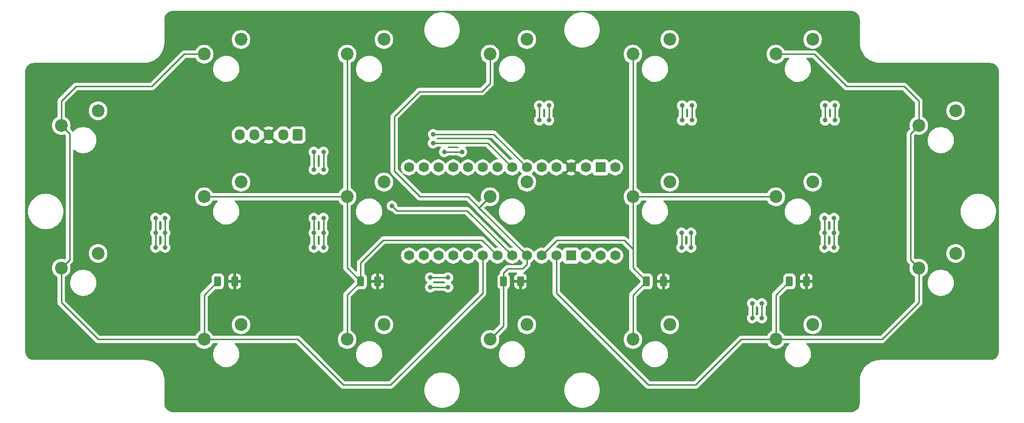
<source format=gtl>
G04 #@! TF.GenerationSoftware,KiCad,Pcbnew,7.0.10*
G04 #@! TF.CreationDate,2024-03-12T21:04:44-04:00*
G04 #@! TF.ProjectId,Main_board,4d61696e-5f62-46f6-9172-642e6b696361,1.0.2*
G04 #@! TF.SameCoordinates,Original*
G04 #@! TF.FileFunction,Copper,L1,Top*
G04 #@! TF.FilePolarity,Positive*
%FSLAX46Y46*%
G04 Gerber Fmt 4.6, Leading zero omitted, Abs format (unit mm)*
G04 Created by KiCad (PCBNEW 7.0.10) date 2024-03-12 21:04:44*
%MOMM*%
%LPD*%
G01*
G04 APERTURE LIST*
G04 Aperture macros list*
%AMRoundRect*
0 Rectangle with rounded corners*
0 $1 Rounding radius*
0 $2 $3 $4 $5 $6 $7 $8 $9 X,Y pos of 4 corners*
0 Add a 4 corners polygon primitive as box body*
4,1,4,$2,$3,$4,$5,$6,$7,$8,$9,$2,$3,0*
0 Add four circle primitives for the rounded corners*
1,1,$1+$1,$2,$3*
1,1,$1+$1,$4,$5*
1,1,$1+$1,$6,$7*
1,1,$1+$1,$8,$9*
0 Add four rect primitives between the rounded corners*
20,1,$1+$1,$2,$3,$4,$5,0*
20,1,$1+$1,$4,$5,$6,$7,0*
20,1,$1+$1,$6,$7,$8,$9,0*
20,1,$1+$1,$8,$9,$2,$3,0*%
G04 Aperture macros list end*
G04 #@! TA.AperFunction,ComponentPad*
%ADD10C,2.200000*%
G04 #@! TD*
G04 #@! TA.AperFunction,SMDPad,CuDef*
%ADD11RoundRect,0.250000X0.312500X0.625000X-0.312500X0.625000X-0.312500X-0.625000X0.312500X-0.625000X0*%
G04 #@! TD*
G04 #@! TA.AperFunction,ComponentPad*
%ADD12C,1.727200*%
G04 #@! TD*
G04 #@! TA.AperFunction,ComponentPad*
%ADD13R,1.727200X1.727200*%
G04 #@! TD*
G04 #@! TA.AperFunction,ComponentPad*
%ADD14RoundRect,0.250000X0.600000X0.725000X-0.600000X0.725000X-0.600000X-0.725000X0.600000X-0.725000X0*%
G04 #@! TD*
G04 #@! TA.AperFunction,ComponentPad*
%ADD15O,1.700000X1.950000*%
G04 #@! TD*
G04 #@! TA.AperFunction,ViaPad*
%ADD16C,0.800000*%
G04 #@! TD*
G04 #@! TA.AperFunction,Conductor*
%ADD17C,0.250000*%
G04 #@! TD*
G04 APERTURE END LIST*
D10*
X241808000Y-140589000D03*
X235458000Y-143129000D03*
D11*
X166816500Y-157734000D03*
X163891500Y-157734000D03*
D10*
X143256000Y-152908000D03*
X136906000Y-155448000D03*
D11*
X216092500Y-157734000D03*
X213167500Y-157734000D03*
X265368500Y-157734000D03*
X262443500Y-157734000D03*
D10*
X143256000Y-128270000D03*
X136906000Y-130810000D03*
X217170000Y-115951000D03*
X210820000Y-118491000D03*
X167894000Y-140589000D03*
X161544000Y-143129000D03*
X266446000Y-140589000D03*
X260096000Y-143129000D03*
X192532000Y-140589000D03*
X186182000Y-143129000D03*
X266446000Y-115951000D03*
X260096000Y-118491000D03*
X266446000Y-165227000D03*
X260096000Y-167767000D03*
X217170000Y-140589000D03*
X210820000Y-143129000D03*
X241808000Y-115951000D03*
X235458000Y-118491000D03*
D11*
X240730500Y-157734000D03*
X237805500Y-157734000D03*
D10*
X217170000Y-165227000D03*
X210820000Y-167767000D03*
X192532000Y-115951000D03*
X186182000Y-118491000D03*
X192532000Y-165227000D03*
X186182000Y-167767000D03*
X291084000Y-152908000D03*
X284734000Y-155448000D03*
X167894000Y-115951000D03*
X161544000Y-118491000D03*
X167894000Y-165227000D03*
X161544000Y-167767000D03*
D11*
X191454500Y-157734000D03*
X188529500Y-157734000D03*
D10*
X291084000Y-128270000D03*
X284734000Y-130810000D03*
X241808000Y-165227000D03*
X235458000Y-167767000D03*
D12*
X199390000Y-138049000D03*
X224790000Y-138049000D03*
X204470000Y-138049000D03*
X207010000Y-138049000D03*
X209550000Y-138049000D03*
X212090000Y-138049000D03*
X214630000Y-138049000D03*
X217170000Y-138049000D03*
X219710000Y-138049000D03*
X222250000Y-138049000D03*
X201930000Y-138049000D03*
X229870000Y-153289000D03*
X232410000Y-153289000D03*
X222250000Y-153289000D03*
X219710000Y-153289000D03*
X217170000Y-153289000D03*
X214630000Y-153289000D03*
X212090000Y-153289000D03*
X209550000Y-153289000D03*
X207010000Y-153289000D03*
X204470000Y-153289000D03*
X201930000Y-153289000D03*
X199390000Y-153289000D03*
X196850000Y-153289000D03*
X196850000Y-138049000D03*
D13*
X224790000Y-153289000D03*
X229870000Y-138049000D03*
D12*
X227330000Y-153289000D03*
X227330000Y-138049000D03*
X232410000Y-138049000D03*
D14*
X177673000Y-132444000D03*
D15*
X175173000Y-132444000D03*
X172673000Y-132444000D03*
X170173000Y-132444000D03*
X167673000Y-132444000D03*
D16*
X201015600Y-133858000D03*
X206756000Y-123444000D03*
X195834000Y-133731000D03*
X233934000Y-149352000D03*
X206756000Y-126492000D03*
X184658000Y-124714000D03*
X236982000Y-149352000D03*
X195834000Y-135382000D03*
X208407000Y-123444000D03*
X236982000Y-133350000D03*
X184658000Y-126365000D03*
X192786000Y-133731000D03*
X192786000Y-135382000D03*
X233934000Y-133350000D03*
X187706000Y-124714000D03*
X208407000Y-126492000D03*
X187706000Y-126365000D03*
X220980000Y-127381000D03*
X153162000Y-151892000D03*
X270129000Y-149352000D03*
X256032000Y-164084000D03*
X154813000Y-149352000D03*
X180467000Y-135382000D03*
X256032000Y-161544000D03*
X219329000Y-129921000D03*
X243840000Y-149352000D03*
X180467000Y-146812000D03*
X205994000Y-135382000D03*
X203581000Y-157099000D03*
X220980000Y-129921000D03*
X245618000Y-129921000D03*
X180467000Y-149352000D03*
X243840000Y-151892000D03*
X270256000Y-127381000D03*
X202946000Y-135382000D03*
X200533000Y-157099000D03*
X154813000Y-146812000D03*
X243967000Y-127381000D03*
X268605000Y-127381000D03*
X182118000Y-138430000D03*
X268478000Y-149352000D03*
X154813000Y-151892000D03*
X257683000Y-164084000D03*
X182118000Y-149352000D03*
X270256000Y-129921000D03*
X268478000Y-151892000D03*
X180467000Y-151892000D03*
X182118000Y-146812000D03*
X268478000Y-146812000D03*
X182118000Y-151892000D03*
X203581000Y-158750000D03*
X257683000Y-161544000D03*
X153162000Y-149352000D03*
X270129000Y-151892000D03*
X180467000Y-138430000D03*
X268605000Y-129921000D03*
X245491000Y-151892000D03*
X200533000Y-158750000D03*
X153162000Y-146812000D03*
X182118000Y-135382000D03*
X245618000Y-127381000D03*
X243967000Y-129921000D03*
X245491000Y-149352000D03*
X270129000Y-146812000D03*
X219329000Y-127381000D03*
X201041000Y-132334000D03*
X193929000Y-144685243D03*
D17*
X210439000Y-133858000D02*
X214630000Y-138049000D01*
X201015600Y-133858000D02*
X210439000Y-133858000D01*
X200533000Y-158750000D02*
X203581000Y-158750000D01*
X182118000Y-135382000D02*
X182118000Y-138430000D01*
X154813000Y-151892000D02*
X154813000Y-149352000D01*
X270129000Y-146812000D02*
X270129000Y-149352000D01*
X243967000Y-127381000D02*
X243967000Y-129921000D01*
X219329000Y-127381000D02*
X219329000Y-129921000D01*
X245491000Y-151892000D02*
X245491000Y-149352000D01*
X268478000Y-149352000D02*
X268478000Y-146812000D01*
X154813000Y-146812000D02*
X154813000Y-149352000D01*
X153162000Y-149352000D02*
X153162000Y-146812000D01*
X268605000Y-127381000D02*
X268605000Y-129921000D01*
X182118000Y-151892000D02*
X182118000Y-149352000D01*
X153162000Y-149352000D02*
X153162000Y-151892000D01*
X243840000Y-149352000D02*
X243840000Y-151892000D01*
X270129000Y-151892000D02*
X270129000Y-149352000D01*
X180467000Y-149352000D02*
X180467000Y-146812000D01*
X203581000Y-157099000D02*
X200533000Y-157099000D01*
X256032000Y-161544000D02*
X256032000Y-164084000D01*
X220980000Y-129921000D02*
X220980000Y-127381000D01*
X180467000Y-138430000D02*
X180467000Y-135382000D01*
X202946000Y-135382000D02*
X205994000Y-135382000D01*
X182118000Y-146812000D02*
X182118000Y-149352000D01*
X268478000Y-149352000D02*
X268478000Y-151892000D01*
X257683000Y-164084000D02*
X257683000Y-161544000D01*
X180467000Y-149352000D02*
X180467000Y-151892000D01*
X245618000Y-129921000D02*
X245618000Y-127381000D01*
X270256000Y-129921000D02*
X270256000Y-127381000D01*
X211455000Y-132334000D02*
X217170000Y-138049000D01*
X201041000Y-132334000D02*
X211455000Y-132334000D01*
X206883000Y-145542000D02*
X214630000Y-153289000D01*
X193929000Y-144685243D02*
X194785757Y-145542000D01*
X194785757Y-145542000D02*
X206883000Y-145542000D01*
X185547000Y-175641000D02*
X193675000Y-175641000D01*
X136906000Y-126619000D02*
X136906000Y-130810000D01*
X161544000Y-167767000D02*
X161544000Y-160081500D01*
X209550000Y-159766000D02*
X209550000Y-153289000D01*
X139446000Y-124079000D02*
X136906000Y-126619000D01*
X161544000Y-160081500D02*
X163891500Y-157734000D01*
X193675000Y-175641000D02*
X209550000Y-159766000D01*
X138341000Y-154013000D02*
X138341000Y-132245000D01*
X136906000Y-161417000D02*
X136906000Y-155448000D01*
X177673000Y-167767000D02*
X185547000Y-175641000D01*
X158115000Y-118491000D02*
X152527000Y-124079000D01*
X138341000Y-132245000D02*
X136906000Y-130810000D01*
X152527000Y-124079000D02*
X139446000Y-124079000D01*
X143256000Y-167767000D02*
X136906000Y-161417000D01*
X161544000Y-167767000D02*
X143256000Y-167767000D01*
X161544000Y-167767000D02*
X177673000Y-167767000D01*
X136906000Y-155448000D02*
X138341000Y-154013000D01*
X161544000Y-118491000D02*
X158115000Y-118491000D01*
X186182000Y-143129000D02*
X186182000Y-155386500D01*
X186182000Y-155386500D02*
X188529500Y-157734000D01*
X188529500Y-154497500D02*
X192405000Y-150622000D01*
X192405000Y-150622000D02*
X209423000Y-150622000D01*
X186182000Y-118491000D02*
X186182000Y-143129000D01*
X186182000Y-143129000D02*
X161544000Y-143129000D01*
X209423000Y-150622000D02*
X212090000Y-153289000D01*
X186182000Y-160081500D02*
X188529500Y-157734000D01*
X186182000Y-167767000D02*
X186182000Y-160081500D01*
X188529500Y-157734000D02*
X188529500Y-154497500D01*
X210820000Y-167767000D02*
X213167500Y-165419500D01*
X194310000Y-129286000D02*
X194310000Y-138684000D01*
X210820000Y-143129000D02*
X208915000Y-145034000D01*
X208915000Y-145034000D02*
X207010000Y-143129000D01*
X198755000Y-143129000D02*
X207010000Y-143129000D01*
X194310000Y-138684000D02*
X198755000Y-143129000D01*
X217170000Y-154813000D02*
X217170000Y-153289000D01*
X213167500Y-157734000D02*
X213167500Y-156275500D01*
X216408000Y-155575000D02*
X217170000Y-154813000D01*
X213167500Y-165419500D02*
X213167500Y-157734000D01*
X209423000Y-124968000D02*
X198628000Y-124968000D01*
X198628000Y-124968000D02*
X194310000Y-129286000D01*
X213167500Y-156275500D02*
X213868000Y-155575000D01*
X217170000Y-153289000D02*
X208915000Y-145034000D01*
X213868000Y-155575000D02*
X216408000Y-155575000D01*
X210820000Y-123571000D02*
X209423000Y-124968000D01*
X210820000Y-118491000D02*
X210820000Y-123571000D01*
X235458000Y-143129000D02*
X235458000Y-152146000D01*
X233934000Y-150622000D02*
X235458000Y-152146000D01*
X235458000Y-152146000D02*
X235458000Y-155386500D01*
X235458000Y-167767000D02*
X235458000Y-160081500D01*
X222377000Y-150622000D02*
X219710000Y-153289000D01*
X235458000Y-160081500D02*
X237805500Y-157734000D01*
X233934000Y-150622000D02*
X222377000Y-150622000D01*
X235458000Y-155386500D02*
X237805500Y-157734000D01*
X235458000Y-143129000D02*
X235458000Y-118491000D01*
X235458000Y-143129000D02*
X260096000Y-143129000D01*
X278384000Y-167767000D02*
X284734000Y-161417000D01*
X283299000Y-132245000D02*
X284734000Y-130810000D01*
X260096000Y-118491000D02*
X266700000Y-118491000D01*
X266700000Y-118491000D02*
X272288000Y-124079000D01*
X284734000Y-155448000D02*
X284734000Y-161417000D01*
X246253000Y-175641000D02*
X238125000Y-175641000D01*
X260096000Y-160081500D02*
X262443500Y-157734000D01*
X260096000Y-167767000D02*
X254127000Y-167767000D01*
X284734000Y-155448000D02*
X283299000Y-154013000D01*
X222250000Y-159766000D02*
X222250000Y-153289000D01*
X272288000Y-124079000D02*
X282194000Y-124079000D01*
X282194000Y-124079000D02*
X284734000Y-126619000D01*
X278384000Y-167767000D02*
X260096000Y-167767000D01*
X260096000Y-167767000D02*
X260096000Y-160081500D01*
X283299000Y-154013000D02*
X283299000Y-132245000D01*
X254127000Y-167767000D02*
X246253000Y-175641000D01*
X284734000Y-126619000D02*
X284734000Y-130810000D01*
X238125000Y-175641000D02*
X222250000Y-159766000D01*
G04 #@! TA.AperFunction,Conductor*
G36*
X273054418Y-110998816D02*
G01*
X273257977Y-111013374D01*
X273275478Y-111015891D01*
X273470558Y-111058327D01*
X273487516Y-111063306D01*
X273674585Y-111133080D01*
X273690665Y-111140424D01*
X273865885Y-111236101D01*
X273880759Y-111245659D01*
X274040583Y-111365303D01*
X274053953Y-111376889D01*
X274195110Y-111518046D01*
X274206696Y-111531416D01*
X274326336Y-111691235D01*
X274335901Y-111706119D01*
X274431572Y-111881328D01*
X274438922Y-111897421D01*
X274508690Y-112084474D01*
X274513674Y-112101450D01*
X274556107Y-112296515D01*
X274558625Y-112314027D01*
X274573184Y-112517581D01*
X274573500Y-112526427D01*
X274573500Y-116633716D01*
X274607750Y-116981475D01*
X274675917Y-117324180D01*
X274675920Y-117324191D01*
X274777361Y-117658599D01*
X274887267Y-117923932D01*
X274904103Y-117964578D01*
X274911086Y-117981435D01*
X274911088Y-117981440D01*
X275075806Y-118289606D01*
X275075817Y-118289624D01*
X275269941Y-118580151D01*
X275269951Y-118580165D01*
X275491633Y-118850285D01*
X275738714Y-119097366D01*
X275738719Y-119097370D01*
X275738720Y-119097371D01*
X276008840Y-119319053D01*
X276067392Y-119358176D01*
X276299375Y-119513182D01*
X276299381Y-119513185D01*
X276299389Y-119513191D01*
X276299393Y-119513193D01*
X276607559Y-119677911D01*
X276607561Y-119677911D01*
X276607567Y-119677915D01*
X276804321Y-119759414D01*
X276930400Y-119811638D01*
X276930404Y-119811639D01*
X276930406Y-119811640D01*
X277264799Y-119913077D01*
X277264805Y-119913078D01*
X277264808Y-119913079D01*
X277264819Y-119913082D01*
X277607524Y-119981249D01*
X277955280Y-120015500D01*
X278080066Y-120015500D01*
X296958807Y-120015500D01*
X297048572Y-120015500D01*
X297057418Y-120015816D01*
X297260977Y-120030374D01*
X297278478Y-120032891D01*
X297473558Y-120075327D01*
X297490516Y-120080306D01*
X297677585Y-120150080D01*
X297693665Y-120157424D01*
X297868885Y-120253101D01*
X297883759Y-120262659D01*
X298017459Y-120362747D01*
X298043583Y-120382303D01*
X298056953Y-120393889D01*
X298198110Y-120535046D01*
X298209696Y-120548416D01*
X298290112Y-120655839D01*
X298329336Y-120708235D01*
X298338901Y-120723119D01*
X298434572Y-120898328D01*
X298441922Y-120914421D01*
X298511690Y-121101474D01*
X298516674Y-121118450D01*
X298559107Y-121313515D01*
X298561625Y-121331027D01*
X298576184Y-121534581D01*
X298576500Y-121543427D01*
X298576500Y-169794572D01*
X298576184Y-169803418D01*
X298561625Y-170006972D01*
X298559107Y-170024484D01*
X298516674Y-170219549D01*
X298511690Y-170236525D01*
X298441922Y-170423578D01*
X298434572Y-170439671D01*
X298338901Y-170614880D01*
X298329336Y-170629764D01*
X298209696Y-170789583D01*
X298198110Y-170802953D01*
X298056953Y-170944110D01*
X298043583Y-170955696D01*
X297883764Y-171075336D01*
X297868880Y-171084901D01*
X297693671Y-171180572D01*
X297677578Y-171187922D01*
X297490525Y-171257690D01*
X297473549Y-171262674D01*
X297278484Y-171305107D01*
X297260972Y-171307625D01*
X297057418Y-171322184D01*
X297048572Y-171322500D01*
X278224193Y-171322500D01*
X278130000Y-171322500D01*
X277955280Y-171322500D01*
X277875965Y-171330311D01*
X277607524Y-171356750D01*
X277264819Y-171424917D01*
X277264808Y-171424920D01*
X276930400Y-171526361D01*
X276607564Y-171660086D01*
X276607559Y-171660088D01*
X276299393Y-171824806D01*
X276299375Y-171824817D01*
X276008848Y-172018941D01*
X276008834Y-172018951D01*
X275738714Y-172240633D01*
X275491633Y-172487714D01*
X275269951Y-172757834D01*
X275269941Y-172757848D01*
X275075817Y-173048375D01*
X275075806Y-173048393D01*
X274911088Y-173356559D01*
X274911086Y-173356564D01*
X274777361Y-173679400D01*
X274675920Y-174013808D01*
X274675917Y-174013819D01*
X274607750Y-174356524D01*
X274573500Y-174704283D01*
X274573500Y-178811572D01*
X274573184Y-178820418D01*
X274558625Y-179023972D01*
X274556107Y-179041484D01*
X274513674Y-179236549D01*
X274508690Y-179253525D01*
X274438922Y-179440578D01*
X274431572Y-179456671D01*
X274335901Y-179631880D01*
X274326336Y-179646764D01*
X274206696Y-179806583D01*
X274195110Y-179819953D01*
X274053953Y-179961110D01*
X274040583Y-179972696D01*
X273880764Y-180092336D01*
X273865880Y-180101901D01*
X273690671Y-180197572D01*
X273674578Y-180204922D01*
X273487525Y-180274690D01*
X273470549Y-180279674D01*
X273275484Y-180322107D01*
X273257972Y-180324625D01*
X273054418Y-180339184D01*
X273045572Y-180339500D01*
X156214428Y-180339500D01*
X156205582Y-180339184D01*
X156002027Y-180324625D01*
X155984515Y-180322107D01*
X155789450Y-180279674D01*
X155772474Y-180274690D01*
X155585421Y-180204922D01*
X155569328Y-180197572D01*
X155394119Y-180101901D01*
X155379235Y-180092336D01*
X155219416Y-179972696D01*
X155206046Y-179961110D01*
X155064889Y-179819953D01*
X155053303Y-179806583D01*
X154933659Y-179646759D01*
X154924101Y-179631885D01*
X154828424Y-179456665D01*
X154821080Y-179440585D01*
X154751306Y-179253516D01*
X154746327Y-179236558D01*
X154703891Y-179041478D01*
X154701374Y-179023972D01*
X154693735Y-178917168D01*
X154686816Y-178820418D01*
X154686500Y-178811572D01*
X154686500Y-176530000D01*
X199511697Y-176530000D01*
X199530895Y-176871856D01*
X199530897Y-176871868D01*
X199588249Y-177209420D01*
X199588251Y-177209429D01*
X199683036Y-177538436D01*
X199814065Y-177854772D01*
X199814067Y-177854776D01*
X199814069Y-177854779D01*
X199979694Y-178154455D01*
X200177832Y-178433703D01*
X200405989Y-178689011D01*
X200661297Y-178917168D01*
X200940545Y-179115306D01*
X201159918Y-179236549D01*
X201240223Y-179280932D01*
X201240227Y-179280934D01*
X201342904Y-179323463D01*
X201556558Y-179411962D01*
X201885576Y-179506750D01*
X202223139Y-179564104D01*
X202565000Y-179583303D01*
X202906861Y-179564104D01*
X203244424Y-179506750D01*
X203573442Y-179411962D01*
X203889779Y-179280931D01*
X204189455Y-179115306D01*
X204468703Y-178917168D01*
X204724011Y-178689011D01*
X204952168Y-178433703D01*
X205150306Y-178154455D01*
X205315931Y-177854779D01*
X205446962Y-177538442D01*
X205541750Y-177209424D01*
X205599104Y-176871861D01*
X205618303Y-176530000D01*
X223641697Y-176530000D01*
X223660895Y-176871856D01*
X223660897Y-176871868D01*
X223718249Y-177209420D01*
X223718251Y-177209429D01*
X223813036Y-177538436D01*
X223944065Y-177854772D01*
X223944067Y-177854776D01*
X223944069Y-177854779D01*
X224109694Y-178154455D01*
X224307832Y-178433703D01*
X224535989Y-178689011D01*
X224791297Y-178917168D01*
X225070545Y-179115306D01*
X225289918Y-179236549D01*
X225370223Y-179280932D01*
X225370227Y-179280934D01*
X225472904Y-179323463D01*
X225686558Y-179411962D01*
X226015576Y-179506750D01*
X226353139Y-179564104D01*
X226695000Y-179583303D01*
X227036861Y-179564104D01*
X227374424Y-179506750D01*
X227703442Y-179411962D01*
X228019779Y-179280931D01*
X228319455Y-179115306D01*
X228598703Y-178917168D01*
X228854011Y-178689011D01*
X229082168Y-178433703D01*
X229280306Y-178154455D01*
X229445931Y-177854779D01*
X229576962Y-177538442D01*
X229671750Y-177209424D01*
X229729104Y-176871861D01*
X229748303Y-176530000D01*
X229729104Y-176188139D01*
X229671750Y-175850576D01*
X229576962Y-175521558D01*
X229488463Y-175307904D01*
X229445934Y-175205227D01*
X229445932Y-175205223D01*
X229445931Y-175205221D01*
X229280306Y-174905545D01*
X229082168Y-174626297D01*
X228854011Y-174370989D01*
X228598703Y-174142832D01*
X228475387Y-174055334D01*
X228319457Y-173944695D01*
X228019776Y-173779067D01*
X228019772Y-173779065D01*
X227779171Y-173679406D01*
X227703442Y-173648038D01*
X227703438Y-173648036D01*
X227703436Y-173648036D01*
X227374429Y-173553251D01*
X227374420Y-173553249D01*
X227036868Y-173495897D01*
X227036856Y-173495895D01*
X226695000Y-173476697D01*
X226353143Y-173495895D01*
X226353131Y-173495897D01*
X226015579Y-173553249D01*
X226015570Y-173553251D01*
X225686563Y-173648036D01*
X225370227Y-173779065D01*
X225370223Y-173779067D01*
X225070542Y-173944695D01*
X224791297Y-174142831D01*
X224535989Y-174370989D01*
X224307831Y-174626297D01*
X224109695Y-174905542D01*
X223944067Y-175205223D01*
X223944065Y-175205227D01*
X223813036Y-175521563D01*
X223718251Y-175850570D01*
X223718249Y-175850579D01*
X223660897Y-176188131D01*
X223660895Y-176188143D01*
X223641697Y-176530000D01*
X205618303Y-176530000D01*
X205599104Y-176188139D01*
X205541750Y-175850576D01*
X205446962Y-175521558D01*
X205358463Y-175307904D01*
X205315934Y-175205227D01*
X205315932Y-175205223D01*
X205315931Y-175205221D01*
X205150306Y-174905545D01*
X204952168Y-174626297D01*
X204724011Y-174370989D01*
X204468703Y-174142832D01*
X204345387Y-174055334D01*
X204189457Y-173944695D01*
X203889776Y-173779067D01*
X203889772Y-173779065D01*
X203649171Y-173679406D01*
X203573442Y-173648038D01*
X203573438Y-173648036D01*
X203573436Y-173648036D01*
X203244429Y-173553251D01*
X203244420Y-173553249D01*
X202906868Y-173495897D01*
X202906856Y-173495895D01*
X202565000Y-173476697D01*
X202223143Y-173495895D01*
X202223131Y-173495897D01*
X201885579Y-173553249D01*
X201885570Y-173553251D01*
X201556563Y-173648036D01*
X201240227Y-173779065D01*
X201240223Y-173779067D01*
X200940542Y-173944695D01*
X200661297Y-174142831D01*
X200405989Y-174370989D01*
X200177831Y-174626297D01*
X199979695Y-174905542D01*
X199814067Y-175205223D01*
X199814065Y-175205227D01*
X199683036Y-175521563D01*
X199588251Y-175850570D01*
X199588249Y-175850579D01*
X199530897Y-176188131D01*
X199530895Y-176188143D01*
X199511697Y-176530000D01*
X154686500Y-176530000D01*
X154686500Y-174704283D01*
X154652249Y-174356524D01*
X154584082Y-174013819D01*
X154584079Y-174013808D01*
X154584078Y-174013805D01*
X154584077Y-174013799D01*
X154482640Y-173679406D01*
X154348915Y-173356567D01*
X154184191Y-173048389D01*
X153990053Y-172757840D01*
X153768371Y-172487720D01*
X153768370Y-172487719D01*
X153768366Y-172487714D01*
X153521285Y-172240633D01*
X153251165Y-172018951D01*
X153251164Y-172018950D01*
X153251160Y-172018947D01*
X153192607Y-171979823D01*
X152960624Y-171824817D01*
X152960606Y-171824806D01*
X152652440Y-171660088D01*
X152652435Y-171660086D01*
X152615867Y-171644939D01*
X152578863Y-171629611D01*
X152329599Y-171526361D01*
X151995191Y-171424920D01*
X151995180Y-171424917D01*
X151652475Y-171356750D01*
X151390560Y-171330954D01*
X151304720Y-171322500D01*
X151304717Y-171322500D01*
X132211428Y-171322500D01*
X132202582Y-171322184D01*
X131999027Y-171307625D01*
X131981515Y-171305107D01*
X131786450Y-171262674D01*
X131769474Y-171257690D01*
X131582421Y-171187922D01*
X131566328Y-171180572D01*
X131391119Y-171084901D01*
X131376235Y-171075336D01*
X131216416Y-170955696D01*
X131203046Y-170944110D01*
X131061889Y-170802953D01*
X131050303Y-170789583D01*
X130969888Y-170682162D01*
X130930659Y-170629759D01*
X130921101Y-170614885D01*
X130825424Y-170439665D01*
X130818080Y-170423585D01*
X130748306Y-170236516D01*
X130743327Y-170219558D01*
X130700891Y-170024478D01*
X130698374Y-170006972D01*
X130693000Y-169931838D01*
X130683816Y-169803418D01*
X130683500Y-169794572D01*
X130683500Y-155448000D01*
X135292526Y-155448000D01*
X135312391Y-155700406D01*
X135371495Y-155946593D01*
X135468383Y-156180502D01*
X135600668Y-156396370D01*
X135600669Y-156396372D01*
X135600670Y-156396374D01*
X135600672Y-156396376D01*
X135765102Y-156588898D01*
X135957624Y-156753328D01*
X136173498Y-156885616D01*
X136195952Y-156894916D01*
X136250354Y-156938753D01*
X136272421Y-157005047D01*
X136272500Y-157009477D01*
X136272500Y-161333366D01*
X136270761Y-161349113D01*
X136271032Y-161349139D01*
X136270298Y-161356905D01*
X136272439Y-161425016D01*
X136272500Y-161428912D01*
X136272500Y-161456859D01*
X136273018Y-161460958D01*
X136273934Y-161472598D01*
X136275326Y-161516889D01*
X136275327Y-161516891D01*
X136281022Y-161536495D01*
X136284967Y-161555542D01*
X136287526Y-161575797D01*
X136287527Y-161575800D01*
X136287528Y-161575804D01*
X136303838Y-161617000D01*
X136307621Y-161628049D01*
X136319981Y-161670592D01*
X136330372Y-161688162D01*
X136338932Y-161705635D01*
X136346447Y-161724617D01*
X136372491Y-161760463D01*
X136378905Y-161770227D01*
X136391970Y-161792319D01*
X136401458Y-161808362D01*
X136401462Y-161808366D01*
X136415889Y-161822793D01*
X136428526Y-161837588D01*
X136440528Y-161854107D01*
X136473207Y-161881142D01*
X136474668Y-161882350D01*
X136483309Y-161890213D01*
X142748912Y-168155817D01*
X142758816Y-168168178D01*
X142759026Y-168168005D01*
X142763997Y-168174013D01*
X142764000Y-168174018D01*
X142813685Y-168220675D01*
X142816449Y-168223354D01*
X142836223Y-168243129D01*
X142836227Y-168243132D01*
X142836230Y-168243135D01*
X142839512Y-168245681D01*
X142848372Y-168253249D01*
X142880679Y-168283586D01*
X142880681Y-168283587D01*
X142898562Y-168293417D01*
X142914829Y-168304102D01*
X142930960Y-168316615D01*
X142951157Y-168325354D01*
X142971625Y-168334210D01*
X142982104Y-168339344D01*
X143020940Y-168360695D01*
X143040716Y-168365772D01*
X143059123Y-168372074D01*
X143077855Y-168380181D01*
X143121630Y-168387113D01*
X143133045Y-168389478D01*
X143175970Y-168400500D01*
X143196384Y-168400500D01*
X143215783Y-168402027D01*
X143235943Y-168405220D01*
X143280057Y-168401050D01*
X143291726Y-168400500D01*
X159982522Y-168400500D01*
X160049561Y-168420185D01*
X160095316Y-168472989D01*
X160097084Y-168477049D01*
X160106384Y-168499503D01*
X160238668Y-168715370D01*
X160238669Y-168715372D01*
X160238670Y-168715374D01*
X160238672Y-168715376D01*
X160403102Y-168907898D01*
X160595624Y-169072328D01*
X160595626Y-169072329D01*
X160595627Y-169072330D01*
X160595629Y-169072331D01*
X160811497Y-169204616D01*
X161045406Y-169301504D01*
X161045407Y-169301504D01*
X161045409Y-169301505D01*
X161291597Y-169360609D01*
X161544000Y-169380474D01*
X161796403Y-169360609D01*
X162042591Y-169301505D01*
X162276502Y-169204616D01*
X162492376Y-169072328D01*
X162684898Y-168907898D01*
X162849328Y-168715376D01*
X162981616Y-168499502D01*
X162990916Y-168477048D01*
X163034756Y-168422645D01*
X163101050Y-168400579D01*
X163105478Y-168400500D01*
X163784934Y-168400500D01*
X163851973Y-168420185D01*
X163897728Y-168472989D01*
X163907672Y-168542147D01*
X163878647Y-168605703D01*
X163868112Y-168616465D01*
X163732665Y-168738969D01*
X163538132Y-168969064D01*
X163376006Y-169223030D01*
X163376005Y-169223032D01*
X163302945Y-169380474D01*
X163249177Y-169496342D01*
X163249176Y-169496346D01*
X163159907Y-169784118D01*
X163109791Y-170081230D01*
X163099723Y-170382373D01*
X163129881Y-170682160D01*
X163129882Y-170682162D01*
X163199728Y-170975252D01*
X163199733Y-170975266D01*
X163308020Y-171256427D01*
X163308024Y-171256436D01*
X163452825Y-171520665D01*
X163452829Y-171520671D01*
X163631551Y-171763234D01*
X163631554Y-171763238D01*
X163631561Y-171763245D01*
X163841019Y-171979823D01*
X164077478Y-172166553D01*
X164077480Y-172166554D01*
X164077485Y-172166558D01*
X164336730Y-172320109D01*
X164614128Y-172437736D01*
X164904729Y-172517340D01*
X165203347Y-172557500D01*
X165203351Y-172557500D01*
X165429252Y-172557500D01*
X165593164Y-172546526D01*
X165654634Y-172542412D01*
X165949903Y-172482396D01*
X166234537Y-172383560D01*
X166503459Y-172247668D01*
X166751869Y-172077144D01*
X166975333Y-171875032D01*
X167169865Y-171644939D01*
X167331993Y-171390970D01*
X167458823Y-171117658D01*
X167548093Y-170829879D01*
X167598209Y-170532770D01*
X167608277Y-170231631D01*
X167578118Y-169931838D01*
X167508269Y-169638739D01*
X167399977Y-169357566D01*
X167255175Y-169093335D01*
X167239698Y-169072330D01*
X167178623Y-168989438D01*
X167076446Y-168850762D01*
X166866980Y-168634176D01*
X166851326Y-168621814D01*
X166810914Y-168564819D01*
X166807731Y-168495022D01*
X166842788Y-168434584D01*
X166904956Y-168402693D01*
X166928176Y-168400500D01*
X177359234Y-168400500D01*
X177426273Y-168420185D01*
X177446915Y-168436819D01*
X185039910Y-176029814D01*
X185049816Y-176042178D01*
X185050026Y-176042005D01*
X185054997Y-176048013D01*
X185055000Y-176048018D01*
X185104702Y-176094690D01*
X185107466Y-176097370D01*
X185127224Y-176117129D01*
X185127228Y-176117132D01*
X185127231Y-176117135D01*
X185130499Y-176119670D01*
X185139371Y-176127247D01*
X185158856Y-176145544D01*
X185171679Y-176157586D01*
X185171683Y-176157589D01*
X185189563Y-176167418D01*
X185205827Y-176178101D01*
X185221960Y-176190614D01*
X185262619Y-176208209D01*
X185273106Y-176213346D01*
X185311940Y-176234695D01*
X185331718Y-176239773D01*
X185350119Y-176246073D01*
X185368855Y-176254181D01*
X185412630Y-176261113D01*
X185424045Y-176263478D01*
X185466970Y-176274500D01*
X185487384Y-176274500D01*
X185506783Y-176276027D01*
X185526943Y-176279220D01*
X185571057Y-176275050D01*
X185582726Y-176274500D01*
X193591366Y-176274500D01*
X193607113Y-176276238D01*
X193607139Y-176275968D01*
X193614905Y-176276701D01*
X193614909Y-176276702D01*
X193683017Y-176274560D01*
X193686913Y-176274500D01*
X193714858Y-176274500D01*
X193714860Y-176274499D01*
X193716262Y-176274322D01*
X193718949Y-176273983D01*
X193730608Y-176273064D01*
X193774889Y-176271673D01*
X193794481Y-176265980D01*
X193813538Y-176262032D01*
X193833797Y-176259474D01*
X193875006Y-176243157D01*
X193886043Y-176239379D01*
X193928593Y-176227018D01*
X193946165Y-176216625D01*
X193963632Y-176208068D01*
X193982617Y-176200552D01*
X194018461Y-176174508D01*
X194028230Y-176168092D01*
X194029370Y-176167418D01*
X194066362Y-176145542D01*
X194080802Y-176131100D01*
X194095592Y-176118470D01*
X194112107Y-176106472D01*
X194140359Y-176072319D01*
X194148203Y-176063699D01*
X199829529Y-170382373D01*
X212375723Y-170382373D01*
X212405881Y-170682160D01*
X212405882Y-170682162D01*
X212475728Y-170975252D01*
X212475733Y-170975266D01*
X212584020Y-171256427D01*
X212584024Y-171256436D01*
X212728825Y-171520665D01*
X212728829Y-171520671D01*
X212907551Y-171763234D01*
X212907554Y-171763238D01*
X212907561Y-171763245D01*
X213117019Y-171979823D01*
X213353478Y-172166553D01*
X213353480Y-172166554D01*
X213353485Y-172166558D01*
X213612730Y-172320109D01*
X213890128Y-172437736D01*
X214180729Y-172517340D01*
X214479347Y-172557500D01*
X214479351Y-172557500D01*
X214705252Y-172557500D01*
X214869164Y-172546526D01*
X214930634Y-172542412D01*
X215225903Y-172482396D01*
X215510537Y-172383560D01*
X215779459Y-172247668D01*
X216027869Y-172077144D01*
X216251333Y-171875032D01*
X216445865Y-171644939D01*
X216607993Y-171390970D01*
X216734823Y-171117658D01*
X216824093Y-170829879D01*
X216874209Y-170532770D01*
X216884277Y-170231631D01*
X216854118Y-169931838D01*
X216784269Y-169638739D01*
X216675977Y-169357566D01*
X216531175Y-169093335D01*
X216515698Y-169072330D01*
X216454623Y-168989438D01*
X216352446Y-168850762D01*
X216142980Y-168634176D01*
X216019742Y-168536856D01*
X215906521Y-168447446D01*
X215906517Y-168447443D01*
X215906515Y-168447442D01*
X215647270Y-168293891D01*
X215369872Y-168176264D01*
X215369863Y-168176261D01*
X215079272Y-168096660D01*
X215004616Y-168086620D01*
X214780653Y-168056500D01*
X214554756Y-168056500D01*
X214554748Y-168056500D01*
X214329368Y-168071587D01*
X214329359Y-168071589D01*
X214034094Y-168131604D01*
X213749464Y-168230439D01*
X213749459Y-168230441D01*
X213480546Y-168366328D01*
X213232125Y-168536860D01*
X213008665Y-168738969D01*
X212814132Y-168969064D01*
X212652006Y-169223030D01*
X212652005Y-169223032D01*
X212578945Y-169380474D01*
X212525177Y-169496342D01*
X212525176Y-169496346D01*
X212435907Y-169784118D01*
X212385791Y-170081230D01*
X212375723Y-170382373D01*
X199829529Y-170382373D01*
X209938815Y-160273087D01*
X209951180Y-160263183D01*
X209951006Y-160262973D01*
X209957009Y-160258005D01*
X209957018Y-160258000D01*
X210003677Y-160208311D01*
X210006356Y-160205546D01*
X210026134Y-160185770D01*
X210028660Y-160182512D01*
X210036246Y-160173629D01*
X210066586Y-160141321D01*
X210076423Y-160123424D01*
X210087097Y-160107174D01*
X210099613Y-160091041D01*
X210117207Y-160050380D01*
X210122341Y-160039900D01*
X210143695Y-160001060D01*
X210148774Y-159981274D01*
X210155072Y-159962882D01*
X210163181Y-159944145D01*
X210170113Y-159900372D01*
X210172478Y-159888953D01*
X210183500Y-159846030D01*
X210183500Y-159825615D01*
X210185027Y-159806214D01*
X210188220Y-159786057D01*
X210184050Y-159741942D01*
X210183500Y-159730273D01*
X210183500Y-154580191D01*
X210203185Y-154513152D01*
X210248483Y-154471136D01*
X210287342Y-154450107D01*
X210303039Y-154441612D01*
X210314400Y-154432770D01*
X210460116Y-154319355D01*
X210482483Y-154301946D01*
X210636490Y-154134649D01*
X210716191Y-154012656D01*
X210769337Y-153967300D01*
X210838568Y-153957876D01*
X210901904Y-153987378D01*
X210923809Y-154012657D01*
X211003505Y-154134643D01*
X211003507Y-154134645D01*
X211003510Y-154134649D01*
X211157517Y-154301946D01*
X211157521Y-154301949D01*
X211157524Y-154301952D01*
X211336952Y-154441606D01*
X211336967Y-154441616D01*
X211506247Y-154533226D01*
X211536945Y-154549839D01*
X211536948Y-154549840D01*
X211693220Y-154603488D01*
X211752015Y-154623672D01*
X211976305Y-154661100D01*
X211976306Y-154661100D01*
X212203694Y-154661100D01*
X212203695Y-154661100D01*
X212427985Y-154623672D01*
X212643055Y-154549839D01*
X212843039Y-154441612D01*
X212854400Y-154432770D01*
X213000116Y-154319355D01*
X213022483Y-154301946D01*
X213176490Y-154134649D01*
X213256191Y-154012656D01*
X213309337Y-153967300D01*
X213378568Y-153957876D01*
X213441904Y-153987378D01*
X213463809Y-154012657D01*
X213543505Y-154134643D01*
X213543507Y-154134645D01*
X213543510Y-154134649D01*
X213697517Y-154301946D01*
X213697521Y-154301949D01*
X213697524Y-154301952D01*
X213876952Y-154441606D01*
X213876967Y-154441616D01*
X214046247Y-154533226D01*
X214076945Y-154549839D01*
X214076948Y-154549840D01*
X214233220Y-154603488D01*
X214292015Y-154623672D01*
X214516305Y-154661100D01*
X214516306Y-154661100D01*
X214743694Y-154661100D01*
X214743695Y-154661100D01*
X214967985Y-154623672D01*
X215183055Y-154549839D01*
X215383039Y-154441612D01*
X215394400Y-154432770D01*
X215540116Y-154319355D01*
X215562483Y-154301946D01*
X215716490Y-154134649D01*
X215796191Y-154012656D01*
X215849337Y-153967300D01*
X215918568Y-153957876D01*
X215981904Y-153987378D01*
X216003809Y-154012657D01*
X216083505Y-154134643D01*
X216083507Y-154134645D01*
X216083510Y-154134649D01*
X216237517Y-154301946D01*
X216237521Y-154301949D01*
X216237524Y-154301952D01*
X216416952Y-154441606D01*
X216416967Y-154441616D01*
X216418985Y-154442708D01*
X216419652Y-154443370D01*
X216421253Y-154444416D01*
X216421037Y-154444745D01*
X216468576Y-154491926D01*
X216483686Y-154560143D01*
X216459516Y-154625699D01*
X216447650Y-154639444D01*
X216181914Y-154905181D01*
X216120591Y-154938666D01*
X216094233Y-154941500D01*
X213951632Y-154941500D01*
X213935880Y-154939760D01*
X213935855Y-154940032D01*
X213928093Y-154939298D01*
X213928092Y-154939298D01*
X213904738Y-154940032D01*
X213859970Y-154941439D01*
X213856075Y-154941500D01*
X213828144Y-154941500D01*
X213828141Y-154941500D01*
X213828125Y-154941501D01*
X213824032Y-154942018D01*
X213812404Y-154942933D01*
X213768110Y-154944325D01*
X213768109Y-154944326D01*
X213748496Y-154950023D01*
X213729459Y-154953965D01*
X213709208Y-154956524D01*
X213709202Y-154956526D01*
X213668014Y-154972832D01*
X213656971Y-154976613D01*
X213614405Y-154988981D01*
X213614401Y-154988983D01*
X213596827Y-154999376D01*
X213579362Y-155007932D01*
X213560387Y-155015445D01*
X213560385Y-155015446D01*
X213524539Y-155041489D01*
X213514780Y-155047899D01*
X213476635Y-155070459D01*
X213462200Y-155084894D01*
X213447412Y-155097525D01*
X213430894Y-155109526D01*
X213430888Y-155109533D01*
X213402642Y-155143674D01*
X213394783Y-155152311D01*
X212778682Y-155768412D01*
X212766320Y-155778316D01*
X212766494Y-155778526D01*
X212760484Y-155783498D01*
X212713837Y-155833170D01*
X212711132Y-155835961D01*
X212691373Y-155855721D01*
X212691358Y-155855738D01*
X212688817Y-155859013D01*
X212681253Y-155867867D01*
X212650920Y-155900171D01*
X212650912Y-155900181D01*
X212641079Y-155918067D01*
X212630403Y-155934320D01*
X212617886Y-155950457D01*
X212617885Y-155950460D01*
X212600285Y-155991129D01*
X212595148Y-156001615D01*
X212573803Y-156040441D01*
X212573803Y-156040442D01*
X212568725Y-156060220D01*
X212562425Y-156078622D01*
X212554318Y-156097357D01*
X212547388Y-156141109D01*
X212545020Y-156152545D01*
X212534000Y-156195465D01*
X212534000Y-156215884D01*
X212532473Y-156235283D01*
X212529280Y-156255441D01*
X212529280Y-156255442D01*
X212533450Y-156299557D01*
X212534000Y-156311226D01*
X212534000Y-156346606D01*
X212514315Y-156413645D01*
X212475097Y-156452144D01*
X212381351Y-156509967D01*
X212381347Y-156509970D01*
X212255971Y-156635346D01*
X212162886Y-156786259D01*
X212162884Y-156786264D01*
X212107113Y-156954572D01*
X212096500Y-157058447D01*
X212096500Y-158409537D01*
X212096501Y-158409553D01*
X212107113Y-158513427D01*
X212162884Y-158681735D01*
X212162886Y-158681740D01*
X212255971Y-158832653D01*
X212381347Y-158958029D01*
X212381351Y-158958032D01*
X212475097Y-159015856D01*
X212521822Y-159067804D01*
X212534000Y-159121394D01*
X212534000Y-165105732D01*
X212514315Y-165172771D01*
X212497681Y-165193413D01*
X211476178Y-166214915D01*
X211414855Y-166248400D01*
X211345163Y-166243416D01*
X211341045Y-166241795D01*
X211318593Y-166232495D01*
X211072406Y-166173391D01*
X210820000Y-166153526D01*
X210567593Y-166173391D01*
X210321406Y-166232495D01*
X210087497Y-166329383D01*
X209871629Y-166461668D01*
X209871627Y-166461669D01*
X209679102Y-166626102D01*
X209514669Y-166818627D01*
X209514668Y-166818629D01*
X209382383Y-167034497D01*
X209285495Y-167268406D01*
X209226391Y-167514593D01*
X209206526Y-167767000D01*
X209226391Y-168019406D01*
X209285495Y-168265593D01*
X209382383Y-168499502D01*
X209514668Y-168715370D01*
X209514669Y-168715372D01*
X209514670Y-168715374D01*
X209514672Y-168715376D01*
X209679102Y-168907898D01*
X209871624Y-169072328D01*
X209871626Y-169072329D01*
X209871627Y-169072330D01*
X209871629Y-169072331D01*
X210087497Y-169204616D01*
X210321406Y-169301504D01*
X210321407Y-169301504D01*
X210321409Y-169301505D01*
X210567597Y-169360609D01*
X210820000Y-169380474D01*
X211072403Y-169360609D01*
X211318591Y-169301505D01*
X211552502Y-169204616D01*
X211768376Y-169072328D01*
X211960898Y-168907898D01*
X212125328Y-168715376D01*
X212257616Y-168499502D01*
X212354505Y-168265591D01*
X212413609Y-168019403D01*
X212433474Y-167767000D01*
X212413609Y-167514597D01*
X212364645Y-167310645D01*
X212354505Y-167268408D01*
X212345204Y-167245955D01*
X212337734Y-167176486D01*
X212369007Y-167114006D01*
X212372055Y-167110847D01*
X213556315Y-165926587D01*
X213568680Y-165916683D01*
X213568506Y-165916473D01*
X213574509Y-165911505D01*
X213574518Y-165911500D01*
X213621177Y-165861811D01*
X213623856Y-165859046D01*
X213643634Y-165839270D01*
X213646160Y-165836012D01*
X213653746Y-165827129D01*
X213684086Y-165794821D01*
X213693923Y-165776924D01*
X213704597Y-165760674D01*
X213717113Y-165744541D01*
X213734707Y-165703880D01*
X213739841Y-165693400D01*
X213761195Y-165654560D01*
X213766274Y-165634774D01*
X213772572Y-165616382D01*
X213780681Y-165597645D01*
X213787612Y-165553875D01*
X213789976Y-165542462D01*
X213801000Y-165499530D01*
X213801000Y-165479109D01*
X213802527Y-165459709D01*
X213805719Y-165439557D01*
X213801550Y-165395449D01*
X213801000Y-165383781D01*
X213801000Y-165227000D01*
X215556526Y-165227000D01*
X215576391Y-165479406D01*
X215635495Y-165725593D01*
X215732383Y-165959502D01*
X215864668Y-166175370D01*
X215864669Y-166175372D01*
X215864670Y-166175374D01*
X215864672Y-166175376D01*
X216029102Y-166367898D01*
X216221624Y-166532328D01*
X216221626Y-166532329D01*
X216221627Y-166532330D01*
X216221629Y-166532331D01*
X216437497Y-166664616D01*
X216671406Y-166761504D01*
X216671407Y-166761504D01*
X216671409Y-166761505D01*
X216917597Y-166820609D01*
X217170000Y-166840474D01*
X217422403Y-166820609D01*
X217668591Y-166761505D01*
X217902502Y-166664616D01*
X218118376Y-166532328D01*
X218310898Y-166367898D01*
X218475328Y-166175376D01*
X218607616Y-165959502D01*
X218704505Y-165725591D01*
X218763609Y-165479403D01*
X218783474Y-165227000D01*
X218763609Y-164974597D01*
X218704505Y-164728409D01*
X218659991Y-164620942D01*
X218607616Y-164494497D01*
X218475331Y-164278629D01*
X218475330Y-164278627D01*
X218475329Y-164278626D01*
X218475328Y-164278624D01*
X218310898Y-164086102D01*
X218118376Y-163921672D01*
X218118374Y-163921670D01*
X218118372Y-163921669D01*
X218118370Y-163921668D01*
X217902502Y-163789383D01*
X217668593Y-163692495D01*
X217422406Y-163633391D01*
X217170000Y-163613526D01*
X216917593Y-163633391D01*
X216671406Y-163692495D01*
X216437497Y-163789383D01*
X216221629Y-163921668D01*
X216221627Y-163921669D01*
X216029102Y-164086102D01*
X215864669Y-164278627D01*
X215864668Y-164278629D01*
X215732383Y-164494497D01*
X215635495Y-164728406D01*
X215576391Y-164974593D01*
X215556526Y-165227000D01*
X213801000Y-165227000D01*
X213801000Y-159121394D01*
X213820685Y-159054355D01*
X213859903Y-159015856D01*
X213920231Y-158978644D01*
X213953652Y-158958030D01*
X214079030Y-158832652D01*
X214172115Y-158681738D01*
X214227887Y-158513426D01*
X214238500Y-158409545D01*
X214238500Y-157984000D01*
X215030001Y-157984000D01*
X215030001Y-158408986D01*
X215040494Y-158511697D01*
X215095641Y-158678119D01*
X215095643Y-158678124D01*
X215187684Y-158827345D01*
X215311654Y-158951315D01*
X215460875Y-159043356D01*
X215460880Y-159043358D01*
X215627302Y-159098505D01*
X215627309Y-159098506D01*
X215730019Y-159108999D01*
X215842499Y-159108999D01*
X215842500Y-159108998D01*
X215842500Y-157984000D01*
X216342500Y-157984000D01*
X216342500Y-159108999D01*
X216454972Y-159108999D01*
X216454986Y-159108998D01*
X216557697Y-159098505D01*
X216724119Y-159043358D01*
X216724124Y-159043356D01*
X216873345Y-158951315D01*
X216997315Y-158827345D01*
X217089356Y-158678124D01*
X217089358Y-158678119D01*
X217144505Y-158511697D01*
X217144506Y-158511690D01*
X217154999Y-158408986D01*
X217155000Y-158408973D01*
X217155000Y-157984000D01*
X216342500Y-157984000D01*
X215842500Y-157984000D01*
X215030001Y-157984000D01*
X214238500Y-157984000D01*
X214238499Y-157058456D01*
X214227887Y-156954574D01*
X214172115Y-156786262D01*
X214079030Y-156635348D01*
X213978973Y-156535291D01*
X213945488Y-156473968D01*
X213950472Y-156404276D01*
X213978971Y-156359931D01*
X214094086Y-156244818D01*
X214155409Y-156211334D01*
X214181766Y-156208500D01*
X215374062Y-156208500D01*
X215441101Y-156228185D01*
X215486856Y-156280989D01*
X215496800Y-156350147D01*
X215467775Y-156413703D01*
X215439159Y-156438039D01*
X215311654Y-156516684D01*
X215187684Y-156640654D01*
X215095643Y-156789875D01*
X215095641Y-156789880D01*
X215040494Y-156956302D01*
X215040493Y-156956309D01*
X215030000Y-157059013D01*
X215030000Y-157484000D01*
X217154999Y-157484000D01*
X217154999Y-157059028D01*
X217154998Y-157059013D01*
X217144505Y-156956302D01*
X217089358Y-156789880D01*
X217089356Y-156789875D01*
X216997315Y-156640654D01*
X216873345Y-156516684D01*
X216724124Y-156424643D01*
X216724121Y-156424642D01*
X216649687Y-156399977D01*
X216592243Y-156360204D01*
X216565420Y-156295688D01*
X216577735Y-156226912D01*
X216625278Y-156175712D01*
X216654095Y-156163196D01*
X216661593Y-156161018D01*
X216679165Y-156150625D01*
X216696632Y-156142068D01*
X216715617Y-156134552D01*
X216751461Y-156108508D01*
X216761230Y-156102092D01*
X216769240Y-156097355D01*
X216799362Y-156079542D01*
X216813802Y-156065100D01*
X216828592Y-156052470D01*
X216845107Y-156040472D01*
X216873359Y-156006319D01*
X216881203Y-155997699D01*
X217558813Y-155320089D01*
X217571177Y-155310186D01*
X217571003Y-155309976D01*
X217577015Y-155305002D01*
X217577015Y-155305001D01*
X217577018Y-155305000D01*
X217623691Y-155255296D01*
X217626340Y-155252563D01*
X217646135Y-155232770D01*
X217648672Y-155229498D01*
X217656251Y-155220624D01*
X217686586Y-155188321D01*
X217696419Y-155170432D01*
X217707102Y-155154169D01*
X217719614Y-155138041D01*
X217737207Y-155097381D01*
X217742350Y-155086885D01*
X217763693Y-155048064D01*
X217763693Y-155048063D01*
X217763695Y-155048060D01*
X217768774Y-155028273D01*
X217775070Y-155009885D01*
X217783181Y-154991145D01*
X217790113Y-154947372D01*
X217792478Y-154935953D01*
X217803500Y-154893030D01*
X217803500Y-154872615D01*
X217805027Y-154853214D01*
X217808220Y-154833057D01*
X217804050Y-154788942D01*
X217803500Y-154777273D01*
X217803500Y-154580191D01*
X217823185Y-154513152D01*
X217868483Y-154471136D01*
X217907342Y-154450107D01*
X217923039Y-154441612D01*
X217934400Y-154432770D01*
X218080116Y-154319355D01*
X218102483Y-154301946D01*
X218256490Y-154134649D01*
X218336191Y-154012656D01*
X218389337Y-153967300D01*
X218458568Y-153957876D01*
X218521904Y-153987378D01*
X218543809Y-154012657D01*
X218623505Y-154134643D01*
X218623507Y-154134645D01*
X218623510Y-154134649D01*
X218777517Y-154301946D01*
X218777521Y-154301949D01*
X218777524Y-154301952D01*
X218956952Y-154441606D01*
X218956967Y-154441616D01*
X219126247Y-154533226D01*
X219156945Y-154549839D01*
X219156948Y-154549840D01*
X219313220Y-154603488D01*
X219372015Y-154623672D01*
X219596305Y-154661100D01*
X219596306Y-154661100D01*
X219823694Y-154661100D01*
X219823695Y-154661100D01*
X220047985Y-154623672D01*
X220263055Y-154549839D01*
X220463039Y-154441612D01*
X220474400Y-154432770D01*
X220620116Y-154319355D01*
X220642483Y-154301946D01*
X220796490Y-154134649D01*
X220876191Y-154012656D01*
X220929337Y-153967300D01*
X220998568Y-153957876D01*
X221061904Y-153987378D01*
X221083809Y-154012657D01*
X221163505Y-154134643D01*
X221163507Y-154134645D01*
X221163510Y-154134649D01*
X221317517Y-154301946D01*
X221317521Y-154301949D01*
X221317524Y-154301952D01*
X221496952Y-154441606D01*
X221496962Y-154441613D01*
X221551517Y-154471136D01*
X221601108Y-154520355D01*
X221616500Y-154580191D01*
X221616500Y-159682366D01*
X221614761Y-159698113D01*
X221615032Y-159698139D01*
X221614298Y-159705905D01*
X221614298Y-159705908D01*
X221614298Y-159705909D01*
X221614307Y-159706181D01*
X221616439Y-159774016D01*
X221616500Y-159777912D01*
X221616500Y-159805859D01*
X221617018Y-159809958D01*
X221617934Y-159821598D01*
X221619326Y-159865889D01*
X221619327Y-159865891D01*
X221625022Y-159885495D01*
X221628967Y-159904542D01*
X221631526Y-159924797D01*
X221631527Y-159924800D01*
X221631528Y-159924804D01*
X221647838Y-159966000D01*
X221651621Y-159977049D01*
X221663981Y-160019592D01*
X221674372Y-160037162D01*
X221682932Y-160054635D01*
X221690447Y-160073617D01*
X221716491Y-160109463D01*
X221722905Y-160119227D01*
X221745458Y-160157362D01*
X221745462Y-160157366D01*
X221759889Y-160171793D01*
X221772526Y-160186588D01*
X221784528Y-160203107D01*
X221809070Y-160223410D01*
X221818668Y-160231350D01*
X221827309Y-160239213D01*
X237617910Y-176029814D01*
X237627816Y-176042178D01*
X237628026Y-176042005D01*
X237632997Y-176048013D01*
X237633000Y-176048018D01*
X237682701Y-176094690D01*
X237685465Y-176097369D01*
X237705230Y-176117134D01*
X237708504Y-176119673D01*
X237717370Y-176127247D01*
X237749678Y-176157586D01*
X237767567Y-176167420D01*
X237783833Y-176178104D01*
X237799959Y-176190613D01*
X237840616Y-176208207D01*
X237851107Y-176213346D01*
X237889940Y-176234695D01*
X237909718Y-176239773D01*
X237928119Y-176246073D01*
X237946855Y-176254181D01*
X237990630Y-176261113D01*
X238002045Y-176263478D01*
X238044970Y-176274500D01*
X238065384Y-176274500D01*
X238084783Y-176276027D01*
X238104943Y-176279220D01*
X238149057Y-176275050D01*
X238160726Y-176274500D01*
X246169366Y-176274500D01*
X246185113Y-176276238D01*
X246185139Y-176275968D01*
X246192905Y-176276701D01*
X246192909Y-176276702D01*
X246261017Y-176274560D01*
X246264913Y-176274500D01*
X246292858Y-176274500D01*
X246292860Y-176274499D01*
X246294262Y-176274322D01*
X246296949Y-176273983D01*
X246308608Y-176273064D01*
X246352889Y-176271673D01*
X246372481Y-176265980D01*
X246391538Y-176262032D01*
X246411797Y-176259474D01*
X246453006Y-176243157D01*
X246464043Y-176239379D01*
X246506593Y-176227018D01*
X246524165Y-176216625D01*
X246541632Y-176208068D01*
X246560617Y-176200552D01*
X246596461Y-176174508D01*
X246606230Y-176168092D01*
X246607370Y-176167418D01*
X246644362Y-176145542D01*
X246658802Y-176131100D01*
X246673592Y-176118470D01*
X246690107Y-176106472D01*
X246718359Y-176072319D01*
X246726203Y-176063699D01*
X254353085Y-168436819D01*
X254414408Y-168403334D01*
X254440766Y-168400500D01*
X258534522Y-168400500D01*
X258601561Y-168420185D01*
X258647316Y-168472989D01*
X258649084Y-168477049D01*
X258658384Y-168499503D01*
X258790668Y-168715370D01*
X258790669Y-168715372D01*
X258790670Y-168715374D01*
X258790672Y-168715376D01*
X258955102Y-168907898D01*
X259147624Y-169072328D01*
X259147626Y-169072329D01*
X259147627Y-169072330D01*
X259147629Y-169072331D01*
X259363497Y-169204616D01*
X259597406Y-169301504D01*
X259597407Y-169301504D01*
X259597409Y-169301505D01*
X259843597Y-169360609D01*
X260096000Y-169380474D01*
X260348403Y-169360609D01*
X260594591Y-169301505D01*
X260828502Y-169204616D01*
X261044376Y-169072328D01*
X261236898Y-168907898D01*
X261401328Y-168715376D01*
X261533616Y-168499502D01*
X261542916Y-168477048D01*
X261586756Y-168422645D01*
X261653050Y-168400579D01*
X261657478Y-168400500D01*
X262336934Y-168400500D01*
X262403973Y-168420185D01*
X262449728Y-168472989D01*
X262459672Y-168542147D01*
X262430647Y-168605703D01*
X262420112Y-168616465D01*
X262284665Y-168738969D01*
X262090132Y-168969064D01*
X261928006Y-169223030D01*
X261928005Y-169223032D01*
X261854945Y-169380474D01*
X261801177Y-169496342D01*
X261801176Y-169496346D01*
X261711907Y-169784118D01*
X261661791Y-170081230D01*
X261651723Y-170382373D01*
X261681881Y-170682160D01*
X261681882Y-170682162D01*
X261751728Y-170975252D01*
X261751733Y-170975266D01*
X261860020Y-171256427D01*
X261860024Y-171256436D01*
X262004825Y-171520665D01*
X262004829Y-171520671D01*
X262183551Y-171763234D01*
X262183554Y-171763238D01*
X262183561Y-171763245D01*
X262393019Y-171979823D01*
X262629478Y-172166553D01*
X262629480Y-172166554D01*
X262629485Y-172166558D01*
X262888730Y-172320109D01*
X263166128Y-172437736D01*
X263456729Y-172517340D01*
X263755347Y-172557500D01*
X263755351Y-172557500D01*
X263981252Y-172557500D01*
X264145164Y-172546526D01*
X264206634Y-172542412D01*
X264501903Y-172482396D01*
X264786537Y-172383560D01*
X265055459Y-172247668D01*
X265303869Y-172077144D01*
X265527333Y-171875032D01*
X265721865Y-171644939D01*
X265883993Y-171390970D01*
X266010823Y-171117658D01*
X266100093Y-170829879D01*
X266150209Y-170532770D01*
X266160277Y-170231631D01*
X266130118Y-169931838D01*
X266060269Y-169638739D01*
X265951977Y-169357566D01*
X265807175Y-169093335D01*
X265791698Y-169072330D01*
X265730623Y-168989438D01*
X265628446Y-168850762D01*
X265418980Y-168634176D01*
X265403326Y-168621814D01*
X265362914Y-168564819D01*
X265359731Y-168495022D01*
X265394788Y-168434584D01*
X265456956Y-168402693D01*
X265480176Y-168400500D01*
X278300366Y-168400500D01*
X278316113Y-168402238D01*
X278316139Y-168401968D01*
X278323905Y-168402701D01*
X278323909Y-168402702D01*
X278392017Y-168400560D01*
X278395913Y-168400500D01*
X278423858Y-168400500D01*
X278423860Y-168400499D01*
X278425262Y-168400322D01*
X278427949Y-168399983D01*
X278439608Y-168399064D01*
X278483889Y-168397673D01*
X278503481Y-168391980D01*
X278522538Y-168388032D01*
X278542797Y-168385474D01*
X278584006Y-168369157D01*
X278595043Y-168365379D01*
X278637593Y-168353018D01*
X278655165Y-168342625D01*
X278672632Y-168334068D01*
X278691617Y-168326552D01*
X278727461Y-168300508D01*
X278737230Y-168294092D01*
X278737570Y-168293891D01*
X278775362Y-168271542D01*
X278789802Y-168257100D01*
X278804592Y-168244470D01*
X278821107Y-168232472D01*
X278849359Y-168198319D01*
X278857203Y-168189699D01*
X285122817Y-161924086D01*
X285135178Y-161914185D01*
X285135004Y-161913975D01*
X285141013Y-161909002D01*
X285141018Y-161909000D01*
X285187690Y-161859297D01*
X285190339Y-161856564D01*
X285210135Y-161836770D01*
X285212672Y-161833498D01*
X285220251Y-161824624D01*
X285250586Y-161792321D01*
X285260419Y-161774432D01*
X285271102Y-161758169D01*
X285283614Y-161742041D01*
X285301207Y-161701381D01*
X285306350Y-161690885D01*
X285327693Y-161652064D01*
X285327693Y-161652063D01*
X285327695Y-161652060D01*
X285332774Y-161632273D01*
X285339070Y-161613885D01*
X285347181Y-161595145D01*
X285354113Y-161551372D01*
X285356478Y-161539953D01*
X285367500Y-161497030D01*
X285367500Y-161476615D01*
X285369027Y-161457214D01*
X285372220Y-161437057D01*
X285368050Y-161392942D01*
X285367500Y-161381273D01*
X285367500Y-158063373D01*
X286289723Y-158063373D01*
X286319881Y-158363160D01*
X286319882Y-158363162D01*
X286389728Y-158656252D01*
X286389730Y-158656259D01*
X286389731Y-158656261D01*
X286398151Y-158678124D01*
X286498020Y-158937427D01*
X286498024Y-158937436D01*
X286642825Y-159201665D01*
X286642829Y-159201671D01*
X286776802Y-159383500D01*
X286821554Y-159444238D01*
X287031020Y-159660824D01*
X287098390Y-159714026D01*
X287267478Y-159847553D01*
X287267480Y-159847554D01*
X287267485Y-159847558D01*
X287526730Y-160001109D01*
X287804128Y-160118736D01*
X288094729Y-160198340D01*
X288393347Y-160238500D01*
X288393351Y-160238500D01*
X288619252Y-160238500D01*
X288783164Y-160227526D01*
X288844634Y-160223412D01*
X289139903Y-160163396D01*
X289424537Y-160064560D01*
X289693459Y-159928668D01*
X289941869Y-159758144D01*
X290165333Y-159556032D01*
X290359865Y-159325939D01*
X290521993Y-159071970D01*
X290648823Y-158798658D01*
X290738093Y-158510879D01*
X290788209Y-158213770D01*
X290798277Y-157912631D01*
X290768118Y-157612838D01*
X290698269Y-157319739D01*
X290589977Y-157038566D01*
X290445175Y-156774335D01*
X290429698Y-156753330D01*
X290368623Y-156670438D01*
X290266446Y-156531762D01*
X290056980Y-156315176D01*
X289981338Y-156255442D01*
X289820521Y-156128446D01*
X289820517Y-156128443D01*
X289820515Y-156128442D01*
X289561270Y-155974891D01*
X289283872Y-155857264D01*
X289283863Y-155857261D01*
X288993272Y-155777660D01*
X288918616Y-155767620D01*
X288694653Y-155737500D01*
X288468756Y-155737500D01*
X288468748Y-155737500D01*
X288243368Y-155752587D01*
X288243359Y-155752589D01*
X287948094Y-155812604D01*
X287663464Y-155911439D01*
X287663459Y-155911441D01*
X287394546Y-156047328D01*
X287146125Y-156217860D01*
X286922665Y-156419969D01*
X286728132Y-156650064D01*
X286566006Y-156904030D01*
X286566005Y-156904032D01*
X286494343Y-157058462D01*
X286439177Y-157177342D01*
X286439176Y-157177346D01*
X286349907Y-157465118D01*
X286329870Y-157583908D01*
X286299791Y-157762230D01*
X286291477Y-158010921D01*
X286289723Y-158063373D01*
X285367500Y-158063373D01*
X285367500Y-157009477D01*
X285387185Y-156942438D01*
X285439989Y-156896683D01*
X285443990Y-156894940D01*
X285466502Y-156885616D01*
X285682376Y-156753328D01*
X285874898Y-156588898D01*
X286039328Y-156396376D01*
X286171616Y-156180502D01*
X286268505Y-155946591D01*
X286327609Y-155700403D01*
X286347474Y-155448000D01*
X286327609Y-155195597D01*
X286268505Y-154949409D01*
X286265275Y-154941610D01*
X286171616Y-154715497D01*
X286039331Y-154499629D01*
X286039330Y-154499627D01*
X286039329Y-154499626D01*
X286039328Y-154499624D01*
X285874898Y-154307102D01*
X285682376Y-154142672D01*
X285682374Y-154142670D01*
X285682372Y-154142669D01*
X285682370Y-154142668D01*
X285466502Y-154010383D01*
X285232593Y-153913495D01*
X284986406Y-153854391D01*
X284734000Y-153834526D01*
X284481593Y-153854391D01*
X284235407Y-153913495D01*
X284235401Y-153913497D01*
X284212950Y-153922796D01*
X284143481Y-153930263D01*
X284081002Y-153898986D01*
X284077820Y-153895915D01*
X283968819Y-153786914D01*
X283935334Y-153725591D01*
X283932500Y-153699233D01*
X283932500Y-152908000D01*
X289470526Y-152908000D01*
X289490391Y-153160406D01*
X289549495Y-153406593D01*
X289646383Y-153640502D01*
X289778668Y-153856370D01*
X289778669Y-153856372D01*
X289778670Y-153856374D01*
X289778672Y-153856376D01*
X289943102Y-154048898D01*
X290135624Y-154213328D01*
X290135626Y-154213329D01*
X290135627Y-154213330D01*
X290135629Y-154213331D01*
X290351497Y-154345616D01*
X290585406Y-154442504D01*
X290585407Y-154442504D01*
X290585409Y-154442505D01*
X290831597Y-154501609D01*
X291084000Y-154521474D01*
X291336403Y-154501609D01*
X291582591Y-154442505D01*
X291816502Y-154345616D01*
X292032376Y-154213328D01*
X292224898Y-154048898D01*
X292389328Y-153856376D01*
X292521616Y-153640502D01*
X292618505Y-153406591D01*
X292677609Y-153160403D01*
X292697474Y-152908000D01*
X292677609Y-152655597D01*
X292618505Y-152409409D01*
X292618089Y-152408404D01*
X292521616Y-152175497D01*
X292389331Y-151959629D01*
X292389330Y-151959627D01*
X292389329Y-151959626D01*
X292389328Y-151959624D01*
X292224898Y-151767102D01*
X292032376Y-151602672D01*
X292032374Y-151602670D01*
X292032372Y-151602669D01*
X292032370Y-151602668D01*
X291816502Y-151470383D01*
X291582593Y-151373495D01*
X291336406Y-151314391D01*
X291084000Y-151294526D01*
X290831593Y-151314391D01*
X290585406Y-151373495D01*
X290351497Y-151470383D01*
X290135629Y-151602668D01*
X290135627Y-151602669D01*
X289943102Y-151767102D01*
X289778669Y-151959627D01*
X289778668Y-151959629D01*
X289646383Y-152175497D01*
X289549495Y-152409406D01*
X289490391Y-152655593D01*
X289470526Y-152908000D01*
X283932500Y-152908000D01*
X283932500Y-145669000D01*
X291967697Y-145669000D01*
X291986895Y-146010856D01*
X291986897Y-146010868D01*
X292044249Y-146348420D01*
X292044251Y-146348429D01*
X292123085Y-146622068D01*
X292139038Y-146677442D01*
X292170322Y-146752969D01*
X292270065Y-146993772D01*
X292270067Y-146993776D01*
X292435695Y-147293457D01*
X292602509Y-147528558D01*
X292633832Y-147572703D01*
X292861989Y-147828011D01*
X293117297Y-148056168D01*
X293396545Y-148254306D01*
X293696221Y-148419931D01*
X293696223Y-148419932D01*
X293696227Y-148419934D01*
X293798904Y-148462463D01*
X294012558Y-148550962D01*
X294341576Y-148645750D01*
X294679139Y-148703104D01*
X295021000Y-148722303D01*
X295362861Y-148703104D01*
X295700424Y-148645750D01*
X296029442Y-148550962D01*
X296345779Y-148419931D01*
X296645455Y-148254306D01*
X296924703Y-148056168D01*
X297180011Y-147828011D01*
X297408168Y-147572703D01*
X297606306Y-147293455D01*
X297771931Y-146993779D01*
X297902962Y-146677442D01*
X297997750Y-146348424D01*
X298055104Y-146010861D01*
X298074303Y-145669000D01*
X298055104Y-145327139D01*
X297997750Y-144989576D01*
X297902962Y-144660558D01*
X297809255Y-144434328D01*
X297771934Y-144344227D01*
X297771932Y-144344223D01*
X297730854Y-144269898D01*
X297606306Y-144044545D01*
X297551783Y-143967703D01*
X297408168Y-143765297D01*
X297387510Y-143742181D01*
X297180011Y-143509989D01*
X296924703Y-143281832D01*
X296709308Y-143129000D01*
X296645457Y-143083695D01*
X296345776Y-142918067D01*
X296345772Y-142918065D01*
X296126240Y-142827133D01*
X296029442Y-142787038D01*
X296029438Y-142787036D01*
X296029436Y-142787036D01*
X295700429Y-142692251D01*
X295700420Y-142692249D01*
X295362868Y-142634897D01*
X295362856Y-142634895D01*
X295021000Y-142615697D01*
X294679143Y-142634895D01*
X294679131Y-142634897D01*
X294341579Y-142692249D01*
X294341570Y-142692251D01*
X294012563Y-142787036D01*
X293696227Y-142918065D01*
X293696223Y-142918067D01*
X293396542Y-143083695D01*
X293117297Y-143281831D01*
X292861989Y-143509989D01*
X292633831Y-143765297D01*
X292435695Y-144044542D01*
X292270067Y-144344223D01*
X292270065Y-144344227D01*
X292139036Y-144660563D01*
X292044251Y-144989570D01*
X292044249Y-144989579D01*
X291986897Y-145327131D01*
X291986895Y-145327143D01*
X291967697Y-145669000D01*
X283932500Y-145669000D01*
X283932500Y-133425373D01*
X286289723Y-133425373D01*
X286319881Y-133725160D01*
X286319882Y-133725162D01*
X286389728Y-134018252D01*
X286389733Y-134018266D01*
X286498020Y-134299427D01*
X286498024Y-134299436D01*
X286642825Y-134563665D01*
X286642829Y-134563671D01*
X286740848Y-134696703D01*
X286821554Y-134806238D01*
X286821561Y-134806245D01*
X287031019Y-135022823D01*
X287267478Y-135209553D01*
X287267480Y-135209554D01*
X287267485Y-135209558D01*
X287526730Y-135363109D01*
X287804128Y-135480736D01*
X288094729Y-135560340D01*
X288393347Y-135600500D01*
X288393351Y-135600500D01*
X288619252Y-135600500D01*
X288783164Y-135589526D01*
X288844634Y-135585412D01*
X289139903Y-135525396D01*
X289424537Y-135426560D01*
X289693459Y-135290668D01*
X289941869Y-135120144D01*
X290165333Y-134918032D01*
X290359865Y-134687939D01*
X290521993Y-134433970D01*
X290648823Y-134160658D01*
X290738093Y-133872879D01*
X290788209Y-133575770D01*
X290798277Y-133274631D01*
X290768118Y-132974838D01*
X290698269Y-132681739D01*
X290589977Y-132400566D01*
X290445175Y-132136335D01*
X290429698Y-132115330D01*
X290366621Y-132029720D01*
X290266446Y-131893762D01*
X290056980Y-131677176D01*
X290022220Y-131649726D01*
X289820521Y-131490446D01*
X289820517Y-131490443D01*
X289820515Y-131490442D01*
X289561270Y-131336891D01*
X289283872Y-131219264D01*
X289283863Y-131219261D01*
X288993272Y-131139660D01*
X288918616Y-131129620D01*
X288694653Y-131099500D01*
X288468756Y-131099500D01*
X288468748Y-131099500D01*
X288243368Y-131114587D01*
X288243359Y-131114589D01*
X287948094Y-131174604D01*
X287663464Y-131273439D01*
X287663459Y-131273441D01*
X287394546Y-131409328D01*
X287146125Y-131579860D01*
X286922665Y-131781969D01*
X286728132Y-132012064D01*
X286566006Y-132266030D01*
X286566005Y-132266032D01*
X286451728Y-132512295D01*
X286439177Y-132539342D01*
X286439176Y-132539346D01*
X286349907Y-132827118D01*
X286316831Y-133023207D01*
X286299791Y-133124230D01*
X286290426Y-133404357D01*
X286289723Y-133425373D01*
X283932500Y-133425373D01*
X283932500Y-132558765D01*
X283952185Y-132491726D01*
X283968810Y-132471093D01*
X284077823Y-132362080D01*
X284139141Y-132328598D01*
X284208833Y-132333582D01*
X284212938Y-132335197D01*
X284212957Y-132335205D01*
X284235408Y-132344505D01*
X284308627Y-132362083D01*
X284481597Y-132403609D01*
X284734000Y-132423474D01*
X284986403Y-132403609D01*
X285232591Y-132344505D01*
X285466502Y-132247616D01*
X285682376Y-132115328D01*
X285874898Y-131950898D01*
X286039328Y-131758376D01*
X286171616Y-131542502D01*
X286268505Y-131308591D01*
X286327609Y-131062403D01*
X286347474Y-130810000D01*
X286327609Y-130557597D01*
X286268505Y-130311409D01*
X286260693Y-130292549D01*
X286171616Y-130077497D01*
X286039331Y-129861629D01*
X286039330Y-129861627D01*
X286039329Y-129861626D01*
X286039328Y-129861624D01*
X285874898Y-129669102D01*
X285682376Y-129504672D01*
X285682374Y-129504670D01*
X285682372Y-129504669D01*
X285682370Y-129504668D01*
X285466501Y-129372383D01*
X285466496Y-129372380D01*
X285444046Y-129363081D01*
X285389643Y-129319240D01*
X285367579Y-129252945D01*
X285367500Y-129248521D01*
X285367500Y-128270000D01*
X289470526Y-128270000D01*
X289490391Y-128522406D01*
X289549495Y-128768593D01*
X289646383Y-129002502D01*
X289778668Y-129218370D01*
X289778669Y-129218372D01*
X289778670Y-129218374D01*
X289778672Y-129218376D01*
X289943102Y-129410898D01*
X290135624Y-129575328D01*
X290135626Y-129575329D01*
X290135627Y-129575330D01*
X290135629Y-129575331D01*
X290351497Y-129707616D01*
X290585406Y-129804504D01*
X290585407Y-129804504D01*
X290585409Y-129804505D01*
X290831597Y-129863609D01*
X291084000Y-129883474D01*
X291336403Y-129863609D01*
X291582591Y-129804505D01*
X291816502Y-129707616D01*
X292032376Y-129575328D01*
X292224898Y-129410898D01*
X292389328Y-129218376D01*
X292521616Y-129002502D01*
X292618505Y-128768591D01*
X292677609Y-128522403D01*
X292697474Y-128270000D01*
X292677609Y-128017597D01*
X292618505Y-127771409D01*
X292610693Y-127752549D01*
X292521616Y-127537497D01*
X292389331Y-127321629D01*
X292389330Y-127321627D01*
X292389329Y-127321626D01*
X292389328Y-127321624D01*
X292224898Y-127129102D01*
X292032376Y-126964672D01*
X292032374Y-126964670D01*
X292032372Y-126964669D01*
X292032370Y-126964668D01*
X291816502Y-126832383D01*
X291582593Y-126735495D01*
X291336406Y-126676391D01*
X291084000Y-126656526D01*
X290831593Y-126676391D01*
X290585406Y-126735495D01*
X290351497Y-126832383D01*
X290135629Y-126964668D01*
X290135627Y-126964669D01*
X289943102Y-127129102D01*
X289778669Y-127321627D01*
X289778668Y-127321629D01*
X289646383Y-127537497D01*
X289549495Y-127771406D01*
X289490391Y-128017593D01*
X289470526Y-128270000D01*
X285367500Y-128270000D01*
X285367500Y-126702626D01*
X285369238Y-126686881D01*
X285368967Y-126686856D01*
X285369701Y-126679093D01*
X285368568Y-126643057D01*
X285367561Y-126610999D01*
X285367500Y-126607104D01*
X285367500Y-126579150D01*
X285367500Y-126579144D01*
X285366980Y-126575031D01*
X285366064Y-126563389D01*
X285364673Y-126519109D01*
X285358979Y-126499514D01*
X285355032Y-126480457D01*
X285352474Y-126460203D01*
X285336165Y-126419011D01*
X285332380Y-126407958D01*
X285325403Y-126383942D01*
X285320018Y-126365406D01*
X285309625Y-126347833D01*
X285301063Y-126330355D01*
X285293552Y-126311383D01*
X285293550Y-126311380D01*
X285293549Y-126311378D01*
X285267512Y-126275541D01*
X285261098Y-126265778D01*
X285248024Y-126243671D01*
X285238542Y-126227637D01*
X285224108Y-126213203D01*
X285211469Y-126198406D01*
X285199471Y-126181892D01*
X285165336Y-126153653D01*
X285156696Y-126145791D01*
X282701088Y-123690183D01*
X282691187Y-123677823D01*
X282690977Y-123677998D01*
X282686001Y-123671984D01*
X282686000Y-123671982D01*
X282636315Y-123625325D01*
X282633550Y-123622645D01*
X282613766Y-123602861D01*
X282610504Y-123600331D01*
X282601619Y-123592743D01*
X282597524Y-123588898D01*
X282569321Y-123562414D01*
X282569319Y-123562412D01*
X282551431Y-123552578D01*
X282535170Y-123541897D01*
X282519039Y-123529384D01*
X282478375Y-123511788D01*
X282467885Y-123506649D01*
X282429060Y-123485305D01*
X282429056Y-123485304D01*
X282409287Y-123480228D01*
X282390881Y-123473926D01*
X282372144Y-123465818D01*
X282372145Y-123465818D01*
X282328383Y-123458887D01*
X282316947Y-123456519D01*
X282302193Y-123452731D01*
X282274032Y-123445500D01*
X282274030Y-123445500D01*
X282253616Y-123445500D01*
X282234217Y-123443973D01*
X282214058Y-123440780D01*
X282214057Y-123440780D01*
X282169943Y-123444950D01*
X282158274Y-123445500D01*
X272601767Y-123445500D01*
X272534728Y-123425815D01*
X272514086Y-123409181D01*
X267207088Y-118102183D01*
X267197187Y-118089823D01*
X267196977Y-118089998D01*
X267192001Y-118083984D01*
X267192000Y-118083982D01*
X267142315Y-118037325D01*
X267139550Y-118034645D01*
X267119766Y-118014861D01*
X267116504Y-118012331D01*
X267107619Y-118004743D01*
X267103524Y-118000898D01*
X267075321Y-117974414D01*
X267075319Y-117974412D01*
X267057431Y-117964578D01*
X267041170Y-117953897D01*
X267025039Y-117941384D01*
X266984375Y-117923788D01*
X266973885Y-117918649D01*
X266935060Y-117897305D01*
X266935056Y-117897304D01*
X266915287Y-117892228D01*
X266896881Y-117885926D01*
X266878144Y-117877818D01*
X266878145Y-117877818D01*
X266834383Y-117870887D01*
X266822947Y-117868519D01*
X266808193Y-117864731D01*
X266780032Y-117857500D01*
X266780030Y-117857500D01*
X266759616Y-117857500D01*
X266740217Y-117855973D01*
X266720058Y-117852780D01*
X266720057Y-117852780D01*
X266675943Y-117856950D01*
X266664274Y-117857500D01*
X261657478Y-117857500D01*
X261590439Y-117837815D01*
X261544684Y-117785011D01*
X261542916Y-117780951D01*
X261533615Y-117758496D01*
X261401331Y-117542629D01*
X261401330Y-117542627D01*
X261401329Y-117542626D01*
X261401328Y-117542624D01*
X261236898Y-117350102D01*
X261044376Y-117185672D01*
X261044374Y-117185670D01*
X261044372Y-117185669D01*
X261044370Y-117185668D01*
X260828502Y-117053383D01*
X260594593Y-116956495D01*
X260348406Y-116897391D01*
X260096000Y-116877526D01*
X259843593Y-116897391D01*
X259597406Y-116956495D01*
X259363497Y-117053383D01*
X259147629Y-117185668D01*
X259147627Y-117185669D01*
X258955102Y-117350102D01*
X258790669Y-117542627D01*
X258790668Y-117542629D01*
X258658383Y-117758497D01*
X258561495Y-117992406D01*
X258502391Y-118238593D01*
X258482526Y-118491000D01*
X258502391Y-118743406D01*
X258561495Y-118989593D01*
X258658383Y-119223502D01*
X258790668Y-119439370D01*
X258790669Y-119439372D01*
X258790670Y-119439374D01*
X258790672Y-119439376D01*
X258955102Y-119631898D01*
X259147624Y-119796328D01*
X259147626Y-119796329D01*
X259147627Y-119796330D01*
X259147629Y-119796331D01*
X259363497Y-119928616D01*
X259597406Y-120025504D01*
X259597407Y-120025504D01*
X259597409Y-120025505D01*
X259843597Y-120084609D01*
X260096000Y-120104474D01*
X260348403Y-120084609D01*
X260594591Y-120025505D01*
X260828502Y-119928616D01*
X261044376Y-119796328D01*
X261236898Y-119631898D01*
X261401328Y-119439376D01*
X261533616Y-119223502D01*
X261542916Y-119201048D01*
X261586756Y-119146645D01*
X261653050Y-119124579D01*
X261657478Y-119124500D01*
X262336934Y-119124500D01*
X262403973Y-119144185D01*
X262449728Y-119196989D01*
X262459672Y-119266147D01*
X262430647Y-119329703D01*
X262420112Y-119340465D01*
X262284665Y-119462969D01*
X262090132Y-119693064D01*
X261928006Y-119947030D01*
X261928005Y-119947032D01*
X261801181Y-120220333D01*
X261801177Y-120220342D01*
X261801176Y-120220346D01*
X261711907Y-120508118D01*
X261661791Y-120805230D01*
X261651723Y-121106373D01*
X261681881Y-121406160D01*
X261681882Y-121406162D01*
X261751728Y-121699252D01*
X261751733Y-121699266D01*
X261860020Y-121980427D01*
X261860024Y-121980436D01*
X262004825Y-122244665D01*
X262004829Y-122244671D01*
X262183551Y-122487234D01*
X262183554Y-122487238D01*
X262183561Y-122487245D01*
X262393019Y-122703823D01*
X262629478Y-122890553D01*
X262629480Y-122890554D01*
X262629485Y-122890558D01*
X262888730Y-123044109D01*
X263166128Y-123161736D01*
X263456729Y-123241340D01*
X263755347Y-123281500D01*
X263755351Y-123281500D01*
X263981252Y-123281500D01*
X264145164Y-123270526D01*
X264206634Y-123266412D01*
X264501903Y-123206396D01*
X264786537Y-123107560D01*
X265055459Y-122971668D01*
X265303869Y-122801144D01*
X265527333Y-122599032D01*
X265721865Y-122368939D01*
X265883993Y-122114970D01*
X266010823Y-121841658D01*
X266100093Y-121553879D01*
X266150209Y-121256770D01*
X266160277Y-120955631D01*
X266130118Y-120655838D01*
X266067692Y-120393889D01*
X266060271Y-120362747D01*
X266060270Y-120362746D01*
X266060269Y-120362739D01*
X265951977Y-120081566D01*
X265807175Y-119817335D01*
X265802977Y-119811638D01*
X265726903Y-119708389D01*
X265628446Y-119574762D01*
X265418980Y-119358176D01*
X265403326Y-119345814D01*
X265362914Y-119288819D01*
X265359731Y-119219022D01*
X265394788Y-119158584D01*
X265456956Y-119126693D01*
X265480176Y-119124500D01*
X266386234Y-119124500D01*
X266453273Y-119144185D01*
X266473915Y-119160819D01*
X271780910Y-124467814D01*
X271790816Y-124480178D01*
X271791026Y-124480005D01*
X271795997Y-124486013D01*
X271796000Y-124486018D01*
X271845701Y-124532690D01*
X271848465Y-124535369D01*
X271868230Y-124555134D01*
X271871504Y-124557673D01*
X271880370Y-124565247D01*
X271912678Y-124595586D01*
X271930567Y-124605420D01*
X271946833Y-124616104D01*
X271962959Y-124628613D01*
X272003616Y-124646207D01*
X272014107Y-124651346D01*
X272052940Y-124672695D01*
X272072718Y-124677773D01*
X272091121Y-124684074D01*
X272109852Y-124692180D01*
X272109853Y-124692180D01*
X272109855Y-124692181D01*
X272153618Y-124699111D01*
X272165045Y-124701478D01*
X272207970Y-124712500D01*
X272228390Y-124712500D01*
X272247789Y-124714027D01*
X272267941Y-124717218D01*
X272267942Y-124717219D01*
X272267942Y-124717218D01*
X272267943Y-124717219D01*
X272301713Y-124714027D01*
X272312050Y-124713050D01*
X272323718Y-124712500D01*
X281880234Y-124712500D01*
X281947273Y-124732185D01*
X281967915Y-124748819D01*
X284064181Y-126845085D01*
X284097666Y-126906408D01*
X284100500Y-126932766D01*
X284100500Y-129248521D01*
X284080815Y-129315560D01*
X284028011Y-129361315D01*
X284023954Y-129363081D01*
X284001503Y-129372380D01*
X284001498Y-129372383D01*
X283785629Y-129504668D01*
X283785627Y-129504669D01*
X283593102Y-129669102D01*
X283428669Y-129861627D01*
X283428668Y-129861629D01*
X283296383Y-130077497D01*
X283199495Y-130311406D01*
X283140391Y-130557593D01*
X283120526Y-130810000D01*
X283140391Y-131062406D01*
X283199495Y-131308592D01*
X283199495Y-131308594D01*
X283208795Y-131331045D01*
X283216264Y-131400514D01*
X283184989Y-131462993D01*
X283181915Y-131466178D01*
X282910179Y-131737914D01*
X282897820Y-131747818D01*
X282897993Y-131748027D01*
X282891982Y-131753000D01*
X282845338Y-131802669D01*
X282842633Y-131805460D01*
X282822873Y-131825221D01*
X282822858Y-131825238D01*
X282820317Y-131828513D01*
X282812753Y-131837367D01*
X282782420Y-131869671D01*
X282782412Y-131869681D01*
X282772579Y-131887567D01*
X282761903Y-131903820D01*
X282749386Y-131919957D01*
X282749385Y-131919960D01*
X282731785Y-131960629D01*
X282726648Y-131971115D01*
X282705303Y-132009941D01*
X282705303Y-132009942D01*
X282700225Y-132029720D01*
X282693925Y-132048122D01*
X282685818Y-132066857D01*
X282678888Y-132110609D01*
X282676520Y-132122045D01*
X282665500Y-132164965D01*
X282665500Y-132185384D01*
X282663973Y-132204783D01*
X282660780Y-132224941D01*
X282660780Y-132224942D01*
X282664950Y-132269057D01*
X282665500Y-132280726D01*
X282665500Y-153929366D01*
X282663761Y-153945113D01*
X282664032Y-153945139D01*
X282663298Y-153952905D01*
X282665439Y-154021016D01*
X282665500Y-154024912D01*
X282665500Y-154052859D01*
X282666018Y-154056958D01*
X282666934Y-154068598D01*
X282668326Y-154112889D01*
X282668327Y-154112891D01*
X282674022Y-154132495D01*
X282677967Y-154151542D01*
X282680526Y-154171797D01*
X282680527Y-154171800D01*
X282680528Y-154171804D01*
X282696838Y-154213000D01*
X282700621Y-154224049D01*
X282712981Y-154266592D01*
X282723372Y-154284162D01*
X282731932Y-154301635D01*
X282739447Y-154320617D01*
X282765491Y-154356463D01*
X282771905Y-154366227D01*
X282774394Y-154370435D01*
X282794458Y-154404362D01*
X282794462Y-154404366D01*
X282808889Y-154418793D01*
X282821526Y-154433588D01*
X282833528Y-154450107D01*
X282858948Y-154471136D01*
X282867668Y-154478350D01*
X282876309Y-154486213D01*
X283181915Y-154791819D01*
X283215400Y-154853142D01*
X283210416Y-154922834D01*
X283208797Y-154926948D01*
X283199495Y-154949407D01*
X283140391Y-155195593D01*
X283120526Y-155448000D01*
X283140391Y-155700406D01*
X283199495Y-155946593D01*
X283296383Y-156180502D01*
X283428668Y-156396370D01*
X283428669Y-156396372D01*
X283428670Y-156396374D01*
X283428672Y-156396376D01*
X283593102Y-156588898D01*
X283785624Y-156753328D01*
X284001498Y-156885616D01*
X284023952Y-156894916D01*
X284078354Y-156938753D01*
X284100421Y-157005047D01*
X284100500Y-157009477D01*
X284100500Y-161103233D01*
X284080815Y-161170272D01*
X284064181Y-161190914D01*
X278157914Y-167097181D01*
X278096591Y-167130666D01*
X278070233Y-167133500D01*
X261657478Y-167133500D01*
X261590439Y-167113815D01*
X261544684Y-167061011D01*
X261542916Y-167056951D01*
X261533615Y-167034496D01*
X261401331Y-166818629D01*
X261401330Y-166818627D01*
X261401329Y-166818626D01*
X261401328Y-166818624D01*
X261236898Y-166626102D01*
X261044376Y-166461672D01*
X261044374Y-166461670D01*
X261044372Y-166461669D01*
X261044370Y-166461668D01*
X260828501Y-166329383D01*
X260828496Y-166329380D01*
X260806046Y-166320081D01*
X260751643Y-166276240D01*
X260729579Y-166209945D01*
X260729500Y-166205521D01*
X260729500Y-165227000D01*
X264832526Y-165227000D01*
X264852391Y-165479406D01*
X264911495Y-165725593D01*
X265008383Y-165959502D01*
X265140668Y-166175370D01*
X265140669Y-166175372D01*
X265140670Y-166175374D01*
X265140672Y-166175376D01*
X265305102Y-166367898D01*
X265497624Y-166532328D01*
X265497626Y-166532329D01*
X265497627Y-166532330D01*
X265497629Y-166532331D01*
X265713497Y-166664616D01*
X265947406Y-166761504D01*
X265947407Y-166761504D01*
X265947409Y-166761505D01*
X266193597Y-166820609D01*
X266446000Y-166840474D01*
X266698403Y-166820609D01*
X266944591Y-166761505D01*
X267178502Y-166664616D01*
X267394376Y-166532328D01*
X267586898Y-166367898D01*
X267751328Y-166175376D01*
X267883616Y-165959502D01*
X267980505Y-165725591D01*
X268039609Y-165479403D01*
X268059474Y-165227000D01*
X268039609Y-164974597D01*
X267980505Y-164728409D01*
X267935991Y-164620942D01*
X267883616Y-164494497D01*
X267751331Y-164278629D01*
X267751330Y-164278627D01*
X267751329Y-164278626D01*
X267751328Y-164278624D01*
X267586898Y-164086102D01*
X267394376Y-163921672D01*
X267394374Y-163921670D01*
X267394372Y-163921669D01*
X267394370Y-163921668D01*
X267178502Y-163789383D01*
X266944593Y-163692495D01*
X266698406Y-163633391D01*
X266446000Y-163613526D01*
X266193593Y-163633391D01*
X265947406Y-163692495D01*
X265713497Y-163789383D01*
X265497629Y-163921668D01*
X265497627Y-163921669D01*
X265305102Y-164086102D01*
X265140669Y-164278627D01*
X265140668Y-164278629D01*
X265008383Y-164494497D01*
X264911495Y-164728406D01*
X264852391Y-164974593D01*
X264832526Y-165227000D01*
X260729500Y-165227000D01*
X260729500Y-160395265D01*
X260749185Y-160328226D01*
X260765814Y-160307588D01*
X261925784Y-159147618D01*
X261987105Y-159114135D01*
X262026064Y-159111943D01*
X262080455Y-159117500D01*
X262806544Y-159117499D01*
X262910426Y-159106887D01*
X263078738Y-159051115D01*
X263229652Y-158958030D01*
X263355030Y-158832652D01*
X263448115Y-158681738D01*
X263503887Y-158513426D01*
X263514500Y-158409545D01*
X263514500Y-157984000D01*
X264306001Y-157984000D01*
X264306001Y-158408986D01*
X264316494Y-158511697D01*
X264371641Y-158678119D01*
X264371643Y-158678124D01*
X264463684Y-158827345D01*
X264587654Y-158951315D01*
X264736875Y-159043356D01*
X264736880Y-159043358D01*
X264903302Y-159098505D01*
X264903309Y-159098506D01*
X265006019Y-159108999D01*
X265118499Y-159108999D01*
X265118500Y-159108998D01*
X265118500Y-157984000D01*
X265618500Y-157984000D01*
X265618500Y-159108999D01*
X265730972Y-159108999D01*
X265730986Y-159108998D01*
X265833697Y-159098505D01*
X266000119Y-159043358D01*
X266000124Y-159043356D01*
X266149345Y-158951315D01*
X266273315Y-158827345D01*
X266365356Y-158678124D01*
X266365358Y-158678119D01*
X266420505Y-158511697D01*
X266420506Y-158511690D01*
X266430999Y-158408986D01*
X266431000Y-158408973D01*
X266431000Y-157984000D01*
X265618500Y-157984000D01*
X265118500Y-157984000D01*
X264306001Y-157984000D01*
X263514500Y-157984000D01*
X263514499Y-157484000D01*
X264306000Y-157484000D01*
X265118500Y-157484000D01*
X265118500Y-156359000D01*
X265618500Y-156359000D01*
X265618500Y-157484000D01*
X266430999Y-157484000D01*
X266430999Y-157059028D01*
X266430998Y-157059013D01*
X266420505Y-156956302D01*
X266365358Y-156789880D01*
X266365356Y-156789875D01*
X266273315Y-156640654D01*
X266149345Y-156516684D01*
X266000124Y-156424643D01*
X266000119Y-156424641D01*
X265833697Y-156369494D01*
X265833690Y-156369493D01*
X265730986Y-156359000D01*
X265618500Y-156359000D01*
X265118500Y-156359000D01*
X265006027Y-156359000D01*
X265006012Y-156359001D01*
X264903302Y-156369494D01*
X264736880Y-156424641D01*
X264736875Y-156424643D01*
X264587654Y-156516684D01*
X264463684Y-156640654D01*
X264371643Y-156789875D01*
X264371641Y-156789880D01*
X264316494Y-156956302D01*
X264316493Y-156956309D01*
X264306000Y-157059013D01*
X264306000Y-157484000D01*
X263514499Y-157484000D01*
X263514499Y-157058456D01*
X263503887Y-156954574D01*
X263448115Y-156786262D01*
X263355030Y-156635348D01*
X263229652Y-156509970D01*
X263091314Y-156424642D01*
X263078740Y-156416886D01*
X263078735Y-156416884D01*
X262910427Y-156361113D01*
X262806546Y-156350500D01*
X262080462Y-156350500D01*
X262080446Y-156350501D01*
X261976572Y-156361113D01*
X261808264Y-156416884D01*
X261808259Y-156416886D01*
X261657346Y-156509971D01*
X261531971Y-156635346D01*
X261438886Y-156786259D01*
X261438884Y-156786264D01*
X261383113Y-156954572D01*
X261372500Y-157058447D01*
X261372500Y-157857732D01*
X261352815Y-157924771D01*
X261336181Y-157945413D01*
X259707179Y-159574414D01*
X259694820Y-159584318D01*
X259694993Y-159584527D01*
X259688982Y-159589500D01*
X259642338Y-159639169D01*
X259639633Y-159641960D01*
X259619873Y-159661721D01*
X259619858Y-159661738D01*
X259617317Y-159665013D01*
X259609753Y-159673867D01*
X259579420Y-159706171D01*
X259579412Y-159706181D01*
X259569579Y-159724067D01*
X259558903Y-159740320D01*
X259546386Y-159756457D01*
X259546385Y-159756460D01*
X259528785Y-159797129D01*
X259523648Y-159807615D01*
X259502303Y-159846441D01*
X259502303Y-159846442D01*
X259497225Y-159866220D01*
X259490925Y-159884622D01*
X259482818Y-159903357D01*
X259475888Y-159947109D01*
X259473520Y-159958545D01*
X259462500Y-160001465D01*
X259462500Y-160021884D01*
X259460972Y-160041283D01*
X259457780Y-160061443D01*
X259458075Y-160064560D01*
X259461950Y-160105557D01*
X259462500Y-160117226D01*
X259462500Y-166205521D01*
X259442815Y-166272560D01*
X259390011Y-166318315D01*
X259385954Y-166320081D01*
X259363503Y-166329380D01*
X259363498Y-166329383D01*
X259147629Y-166461668D01*
X259147627Y-166461669D01*
X258955102Y-166626102D01*
X258790669Y-166818627D01*
X258790668Y-166818629D01*
X258658384Y-167034496D01*
X258649084Y-167056951D01*
X258605244Y-167111355D01*
X258538950Y-167133421D01*
X258534522Y-167133500D01*
X254210632Y-167133500D01*
X254194880Y-167131760D01*
X254194855Y-167132032D01*
X254187093Y-167131298D01*
X254187092Y-167131298D01*
X254163738Y-167132032D01*
X254118970Y-167133439D01*
X254115075Y-167133500D01*
X254087144Y-167133500D01*
X254087141Y-167133500D01*
X254087125Y-167133501D01*
X254083032Y-167134018D01*
X254071404Y-167134933D01*
X254027110Y-167136325D01*
X254027109Y-167136326D01*
X254007496Y-167142023D01*
X253988459Y-167145965D01*
X253968208Y-167148524D01*
X253968202Y-167148526D01*
X253927014Y-167164832D01*
X253915971Y-167168613D01*
X253873405Y-167180981D01*
X253873401Y-167180983D01*
X253855827Y-167191376D01*
X253838362Y-167199932D01*
X253819387Y-167207445D01*
X253819385Y-167207446D01*
X253783539Y-167233489D01*
X253773780Y-167239899D01*
X253735635Y-167262459D01*
X253721200Y-167276894D01*
X253706412Y-167289525D01*
X253689894Y-167301526D01*
X253689888Y-167301533D01*
X253661642Y-167335674D01*
X253653783Y-167344311D01*
X246026914Y-174971181D01*
X245965591Y-175004666D01*
X245939233Y-175007500D01*
X238438767Y-175007500D01*
X238371728Y-174987815D01*
X238351086Y-174971181D01*
X233762278Y-170382373D01*
X237013723Y-170382373D01*
X237043881Y-170682160D01*
X237043882Y-170682162D01*
X237113728Y-170975252D01*
X237113733Y-170975266D01*
X237222020Y-171256427D01*
X237222024Y-171256436D01*
X237366825Y-171520665D01*
X237366829Y-171520671D01*
X237545551Y-171763234D01*
X237545554Y-171763238D01*
X237545561Y-171763245D01*
X237755019Y-171979823D01*
X237991478Y-172166553D01*
X237991480Y-172166554D01*
X237991485Y-172166558D01*
X238250730Y-172320109D01*
X238528128Y-172437736D01*
X238818729Y-172517340D01*
X239117347Y-172557500D01*
X239117351Y-172557500D01*
X239343252Y-172557500D01*
X239507164Y-172546526D01*
X239568634Y-172542412D01*
X239863903Y-172482396D01*
X240148537Y-172383560D01*
X240417459Y-172247668D01*
X240665869Y-172077144D01*
X240889333Y-171875032D01*
X241083865Y-171644939D01*
X241245993Y-171390970D01*
X241372823Y-171117658D01*
X241462093Y-170829879D01*
X241512209Y-170532770D01*
X241522277Y-170231631D01*
X241492118Y-169931838D01*
X241422269Y-169638739D01*
X241313977Y-169357566D01*
X241169175Y-169093335D01*
X241153698Y-169072330D01*
X241092623Y-168989438D01*
X240990446Y-168850762D01*
X240780980Y-168634176D01*
X240657742Y-168536856D01*
X240544521Y-168447446D01*
X240544517Y-168447443D01*
X240544515Y-168447442D01*
X240285270Y-168293891D01*
X240007872Y-168176264D01*
X240007863Y-168176261D01*
X239717272Y-168096660D01*
X239642616Y-168086620D01*
X239418653Y-168056500D01*
X239192756Y-168056500D01*
X239192748Y-168056500D01*
X238967368Y-168071587D01*
X238967359Y-168071589D01*
X238672094Y-168131604D01*
X238387464Y-168230439D01*
X238387459Y-168230441D01*
X238118546Y-168366328D01*
X237870125Y-168536860D01*
X237646665Y-168738969D01*
X237452132Y-168969064D01*
X237290006Y-169223030D01*
X237290005Y-169223032D01*
X237216945Y-169380474D01*
X237163177Y-169496342D01*
X237163176Y-169496346D01*
X237073907Y-169784118D01*
X237023791Y-170081230D01*
X237013723Y-170382373D01*
X233762278Y-170382373D01*
X222919819Y-159539914D01*
X222886334Y-159478591D01*
X222883500Y-159452233D01*
X222883500Y-154580191D01*
X222903185Y-154513152D01*
X222948483Y-154471136D01*
X222987342Y-154450107D01*
X223003039Y-154441612D01*
X223014400Y-154432770D01*
X223160116Y-154319355D01*
X223182483Y-154301946D01*
X223228494Y-154251963D01*
X223288378Y-154215975D01*
X223358216Y-154218074D01*
X223415833Y-154257598D01*
X223435903Y-154292613D01*
X223458859Y-154354159D01*
X223475511Y-154398804D01*
X223563139Y-154515861D01*
X223680196Y-154603489D01*
X223817199Y-154654589D01*
X223844450Y-154657518D01*
X223877745Y-154661099D01*
X223877762Y-154661100D01*
X225702238Y-154661100D01*
X225702254Y-154661099D01*
X225729292Y-154658191D01*
X225762801Y-154654589D01*
X225899804Y-154603489D01*
X226016861Y-154515861D01*
X226104489Y-154398804D01*
X226144097Y-154292610D01*
X226185967Y-154236681D01*
X226251431Y-154212264D01*
X226319704Y-154227116D01*
X226351505Y-154251963D01*
X226397517Y-154301946D01*
X226397521Y-154301949D01*
X226397524Y-154301952D01*
X226576952Y-154441606D01*
X226576967Y-154441616D01*
X226746247Y-154533226D01*
X226776945Y-154549839D01*
X226776948Y-154549840D01*
X226933220Y-154603488D01*
X226992015Y-154623672D01*
X227216305Y-154661100D01*
X227216306Y-154661100D01*
X227443694Y-154661100D01*
X227443695Y-154661100D01*
X227667985Y-154623672D01*
X227883055Y-154549839D01*
X228083039Y-154441612D01*
X228094400Y-154432770D01*
X228240116Y-154319355D01*
X228262483Y-154301946D01*
X228416490Y-154134649D01*
X228496191Y-154012656D01*
X228549337Y-153967300D01*
X228618568Y-153957876D01*
X228681904Y-153987378D01*
X228703809Y-154012657D01*
X228783505Y-154134643D01*
X228783507Y-154134645D01*
X228783510Y-154134649D01*
X228937517Y-154301946D01*
X228937521Y-154301949D01*
X228937524Y-154301952D01*
X229116952Y-154441606D01*
X229116967Y-154441616D01*
X229286247Y-154533226D01*
X229316945Y-154549839D01*
X229316948Y-154549840D01*
X229473220Y-154603488D01*
X229532015Y-154623672D01*
X229756305Y-154661100D01*
X229756306Y-154661100D01*
X229983694Y-154661100D01*
X229983695Y-154661100D01*
X230207985Y-154623672D01*
X230423055Y-154549839D01*
X230623039Y-154441612D01*
X230634400Y-154432770D01*
X230780116Y-154319355D01*
X230802483Y-154301946D01*
X230956490Y-154134649D01*
X231036191Y-154012656D01*
X231089337Y-153967300D01*
X231158568Y-153957876D01*
X231221904Y-153987378D01*
X231243809Y-154012657D01*
X231323505Y-154134643D01*
X231323507Y-154134645D01*
X231323510Y-154134649D01*
X231477517Y-154301946D01*
X231477521Y-154301949D01*
X231477524Y-154301952D01*
X231656952Y-154441606D01*
X231656967Y-154441616D01*
X231826247Y-154533226D01*
X231856945Y-154549839D01*
X231856948Y-154549840D01*
X232013220Y-154603488D01*
X232072015Y-154623672D01*
X232296305Y-154661100D01*
X232296306Y-154661100D01*
X232523694Y-154661100D01*
X232523695Y-154661100D01*
X232747985Y-154623672D01*
X232963055Y-154549839D01*
X233163039Y-154441612D01*
X233174400Y-154432770D01*
X233320116Y-154319355D01*
X233342483Y-154301946D01*
X233496490Y-154134649D01*
X233620861Y-153944285D01*
X233712203Y-153736047D01*
X233768024Y-153515614D01*
X233786802Y-153289000D01*
X233768024Y-153062386D01*
X233712203Y-152841953D01*
X233620861Y-152633715D01*
X233496490Y-152443351D01*
X233342483Y-152276054D01*
X233342478Y-152276050D01*
X233342475Y-152276047D01*
X233163047Y-152136393D01*
X233163032Y-152136383D01*
X232963065Y-152028166D01*
X232963051Y-152028159D01*
X232747987Y-151954328D01*
X232574332Y-151925350D01*
X232523695Y-151916900D01*
X232296305Y-151916900D01*
X232245668Y-151925350D01*
X232072012Y-151954328D01*
X231856948Y-152028159D01*
X231856934Y-152028166D01*
X231656967Y-152136383D01*
X231656952Y-152136393D01*
X231477524Y-152276047D01*
X231477514Y-152276057D01*
X231323507Y-152443354D01*
X231243809Y-152565343D01*
X231190662Y-152610699D01*
X231121431Y-152620123D01*
X231058095Y-152590621D01*
X231036191Y-152565343D01*
X230956492Y-152443354D01*
X230956491Y-152443353D01*
X230956490Y-152443351D01*
X230802483Y-152276054D01*
X230802478Y-152276050D01*
X230802475Y-152276047D01*
X230623047Y-152136393D01*
X230623032Y-152136383D01*
X230423065Y-152028166D01*
X230423051Y-152028159D01*
X230207987Y-151954328D01*
X230034332Y-151925350D01*
X229983695Y-151916900D01*
X229756305Y-151916900D01*
X229705668Y-151925350D01*
X229532012Y-151954328D01*
X229316948Y-152028159D01*
X229316934Y-152028166D01*
X229116967Y-152136383D01*
X229116952Y-152136393D01*
X228937524Y-152276047D01*
X228937514Y-152276057D01*
X228783507Y-152443354D01*
X228703809Y-152565343D01*
X228650662Y-152610699D01*
X228581431Y-152620123D01*
X228518095Y-152590621D01*
X228496191Y-152565343D01*
X228416492Y-152443354D01*
X228416491Y-152443353D01*
X228416490Y-152443351D01*
X228262483Y-152276054D01*
X228262478Y-152276050D01*
X228262475Y-152276047D01*
X228083047Y-152136393D01*
X228083032Y-152136383D01*
X227883065Y-152028166D01*
X227883051Y-152028159D01*
X227667987Y-151954328D01*
X227494332Y-151925350D01*
X227443695Y-151916900D01*
X227216305Y-151916900D01*
X227165668Y-151925350D01*
X226992012Y-151954328D01*
X226776948Y-152028159D01*
X226776934Y-152028166D01*
X226576967Y-152136383D01*
X226576952Y-152136393D01*
X226397524Y-152276047D01*
X226397513Y-152276058D01*
X226351506Y-152326035D01*
X226291619Y-152362025D01*
X226221781Y-152359924D01*
X226164165Y-152320399D01*
X226144096Y-152285386D01*
X226104489Y-152179196D01*
X226016861Y-152062139D01*
X225899804Y-151974511D01*
X225762803Y-151923411D01*
X225702254Y-151916900D01*
X225702238Y-151916900D01*
X223877762Y-151916900D01*
X223877745Y-151916900D01*
X223817197Y-151923411D01*
X223817195Y-151923411D01*
X223680195Y-151974511D01*
X223563139Y-152062139D01*
X223475511Y-152179195D01*
X223435903Y-152285386D01*
X223394031Y-152341319D01*
X223328567Y-152365735D01*
X223260294Y-152350883D01*
X223228494Y-152326035D01*
X223182483Y-152276054D01*
X223182478Y-152276050D01*
X223182475Y-152276047D01*
X223003047Y-152136393D01*
X223003032Y-152136383D01*
X222803065Y-152028166D01*
X222803051Y-152028159D01*
X222587987Y-151954328D01*
X222414332Y-151925350D01*
X222363695Y-151916900D01*
X222277365Y-151916900D01*
X222210326Y-151897215D01*
X222164571Y-151844411D01*
X222154627Y-151775253D01*
X222183652Y-151711697D01*
X222189684Y-151705219D01*
X222374454Y-151520450D01*
X222603085Y-151291819D01*
X222664408Y-151258334D01*
X222690766Y-151255500D01*
X233620234Y-151255500D01*
X233687273Y-151275185D01*
X233707915Y-151291819D01*
X234788181Y-152372085D01*
X234821666Y-152433408D01*
X234824500Y-152459766D01*
X234824500Y-155302866D01*
X234822761Y-155318613D01*
X234823032Y-155318639D01*
X234822298Y-155326405D01*
X234824439Y-155394516D01*
X234824500Y-155398412D01*
X234824500Y-155426359D01*
X234825018Y-155430458D01*
X234825934Y-155442098D01*
X234827326Y-155486389D01*
X234827327Y-155486391D01*
X234833022Y-155505995D01*
X234836967Y-155525042D01*
X234839526Y-155545297D01*
X234839527Y-155545300D01*
X234839528Y-155545304D01*
X234855838Y-155586500D01*
X234859621Y-155597549D01*
X234871981Y-155640092D01*
X234882372Y-155657662D01*
X234890932Y-155675135D01*
X234898447Y-155694117D01*
X234924491Y-155729963D01*
X234930905Y-155739727D01*
X234953456Y-155777859D01*
X234953458Y-155777862D01*
X234953462Y-155777866D01*
X234967889Y-155792293D01*
X234980526Y-155807088D01*
X234992528Y-155823607D01*
X235025207Y-155850642D01*
X235026668Y-155851850D01*
X235035309Y-155859713D01*
X236698181Y-157522585D01*
X236731666Y-157583908D01*
X236734500Y-157610266D01*
X236734500Y-157857732D01*
X236714815Y-157924771D01*
X236698181Y-157945413D01*
X235069179Y-159574414D01*
X235056820Y-159584318D01*
X235056993Y-159584527D01*
X235050982Y-159589500D01*
X235004338Y-159639169D01*
X235001633Y-159641960D01*
X234981873Y-159661721D01*
X234981858Y-159661738D01*
X234979317Y-159665013D01*
X234971753Y-159673867D01*
X234941420Y-159706171D01*
X234941412Y-159706181D01*
X234931579Y-159724067D01*
X234920903Y-159740320D01*
X234908386Y-159756457D01*
X234908385Y-159756460D01*
X234890785Y-159797129D01*
X234885648Y-159807615D01*
X234864303Y-159846441D01*
X234864303Y-159846442D01*
X234859225Y-159866220D01*
X234852925Y-159884622D01*
X234844818Y-159903357D01*
X234837888Y-159947109D01*
X234835520Y-159958545D01*
X234824500Y-160001465D01*
X234824500Y-160021884D01*
X234822972Y-160041283D01*
X234819780Y-160061443D01*
X234820075Y-160064560D01*
X234823950Y-160105557D01*
X234824500Y-160117226D01*
X234824500Y-166205521D01*
X234804815Y-166272560D01*
X234752011Y-166318315D01*
X234747954Y-166320081D01*
X234725503Y-166329380D01*
X234725498Y-166329383D01*
X234509629Y-166461668D01*
X234509627Y-166461669D01*
X234317102Y-166626102D01*
X234152669Y-166818627D01*
X234152668Y-166818629D01*
X234020383Y-167034497D01*
X233923495Y-167268406D01*
X233864391Y-167514593D01*
X233844526Y-167767000D01*
X233864391Y-168019406D01*
X233923495Y-168265593D01*
X234020383Y-168499502D01*
X234152668Y-168715370D01*
X234152669Y-168715372D01*
X234152670Y-168715374D01*
X234152672Y-168715376D01*
X234317102Y-168907898D01*
X234509624Y-169072328D01*
X234509626Y-169072329D01*
X234509627Y-169072330D01*
X234509629Y-169072331D01*
X234725497Y-169204616D01*
X234959406Y-169301504D01*
X234959407Y-169301504D01*
X234959409Y-169301505D01*
X235205597Y-169360609D01*
X235458000Y-169380474D01*
X235710403Y-169360609D01*
X235956591Y-169301505D01*
X236190502Y-169204616D01*
X236406376Y-169072328D01*
X236598898Y-168907898D01*
X236763328Y-168715376D01*
X236895616Y-168499502D01*
X236992505Y-168265591D01*
X237051609Y-168019403D01*
X237071474Y-167767000D01*
X237051609Y-167514597D01*
X236992505Y-167268409D01*
X236992504Y-167268406D01*
X236895616Y-167034497D01*
X236763331Y-166818629D01*
X236763330Y-166818627D01*
X236763329Y-166818626D01*
X236763328Y-166818624D01*
X236598898Y-166626102D01*
X236406376Y-166461672D01*
X236406374Y-166461670D01*
X236406372Y-166461669D01*
X236406370Y-166461668D01*
X236190501Y-166329383D01*
X236190496Y-166329380D01*
X236168046Y-166320081D01*
X236113643Y-166276240D01*
X236091579Y-166209945D01*
X236091500Y-166205521D01*
X236091500Y-165227000D01*
X240194526Y-165227000D01*
X240214391Y-165479406D01*
X240273495Y-165725593D01*
X240370383Y-165959502D01*
X240502668Y-166175370D01*
X240502669Y-166175372D01*
X240502670Y-166175374D01*
X240502672Y-166175376D01*
X240667102Y-166367898D01*
X240859624Y-166532328D01*
X240859626Y-166532329D01*
X240859627Y-166532330D01*
X240859629Y-166532331D01*
X241075497Y-166664616D01*
X241309406Y-166761504D01*
X241309407Y-166761504D01*
X241309409Y-166761505D01*
X241555597Y-166820609D01*
X241808000Y-166840474D01*
X242060403Y-166820609D01*
X242306591Y-166761505D01*
X242540502Y-166664616D01*
X242756376Y-166532328D01*
X242948898Y-166367898D01*
X243113328Y-166175376D01*
X243245616Y-165959502D01*
X243342505Y-165725591D01*
X243401609Y-165479403D01*
X243421474Y-165227000D01*
X243401609Y-164974597D01*
X243342505Y-164728409D01*
X243297991Y-164620942D01*
X243245616Y-164494497D01*
X243113331Y-164278629D01*
X243113330Y-164278627D01*
X243113329Y-164278626D01*
X243113328Y-164278624D01*
X242948898Y-164086102D01*
X242946437Y-164084000D01*
X255118496Y-164084000D01*
X255138458Y-164273928D01*
X255138459Y-164273931D01*
X255197470Y-164455549D01*
X255197473Y-164455556D01*
X255292960Y-164620944D01*
X255420747Y-164762866D01*
X255575248Y-164875118D01*
X255749712Y-164952794D01*
X255936513Y-164992500D01*
X256127487Y-164992500D01*
X256314288Y-164952794D01*
X256488752Y-164875118D01*
X256643253Y-164762866D01*
X256765350Y-164627262D01*
X256824836Y-164590614D01*
X256894693Y-164591944D01*
X256949649Y-164627262D01*
X257071747Y-164762866D01*
X257226248Y-164875118D01*
X257400712Y-164952794D01*
X257587513Y-164992500D01*
X257778487Y-164992500D01*
X257965288Y-164952794D01*
X258139752Y-164875118D01*
X258294253Y-164762866D01*
X258422040Y-164620944D01*
X258517527Y-164455556D01*
X258576542Y-164273928D01*
X258596504Y-164084000D01*
X258576542Y-163894072D01*
X258517527Y-163712444D01*
X258422040Y-163547056D01*
X258422036Y-163547050D01*
X258348350Y-163465213D01*
X258318120Y-163402221D01*
X258316500Y-163382241D01*
X258316500Y-162245756D01*
X258336185Y-162178717D01*
X258348346Y-162162788D01*
X258422040Y-162080944D01*
X258517527Y-161915556D01*
X258576542Y-161733928D01*
X258596504Y-161544000D01*
X258576542Y-161354072D01*
X258517527Y-161172444D01*
X258422040Y-161007056D01*
X258294253Y-160865134D01*
X258139752Y-160752882D01*
X257965288Y-160675206D01*
X257965286Y-160675205D01*
X257778487Y-160635500D01*
X257587513Y-160635500D01*
X257400714Y-160675205D01*
X257226246Y-160752883D01*
X257071745Y-160865135D01*
X256949650Y-161000736D01*
X256890163Y-161037385D01*
X256820306Y-161036054D01*
X256765350Y-161000736D01*
X256643254Y-160865135D01*
X256488753Y-160752883D01*
X256488752Y-160752882D01*
X256314288Y-160675206D01*
X256314286Y-160675205D01*
X256127487Y-160635500D01*
X255936513Y-160635500D01*
X255749714Y-160675205D01*
X255575246Y-160752883D01*
X255420745Y-160865135D01*
X255292959Y-161007057D01*
X255197473Y-161172443D01*
X255197470Y-161172450D01*
X255140737Y-161347058D01*
X255138458Y-161354072D01*
X255118496Y-161544000D01*
X255138458Y-161733928D01*
X255138459Y-161733931D01*
X255197470Y-161915549D01*
X255197473Y-161915556D01*
X255292960Y-162080944D01*
X255366649Y-162162784D01*
X255396880Y-162225775D01*
X255398500Y-162245756D01*
X255398500Y-163382241D01*
X255378815Y-163449280D01*
X255366650Y-163465213D01*
X255292963Y-163547050D01*
X255292958Y-163547057D01*
X255197473Y-163712443D01*
X255197470Y-163712450D01*
X255172473Y-163789384D01*
X255138458Y-163894072D01*
X255118496Y-164084000D01*
X242946437Y-164084000D01*
X242756376Y-163921672D01*
X242756374Y-163921670D01*
X242756372Y-163921669D01*
X242756370Y-163921668D01*
X242540502Y-163789383D01*
X242306593Y-163692495D01*
X242060406Y-163633391D01*
X241808000Y-163613526D01*
X241555593Y-163633391D01*
X241309406Y-163692495D01*
X241075497Y-163789383D01*
X240859629Y-163921668D01*
X240859627Y-163921669D01*
X240667102Y-164086102D01*
X240502669Y-164278627D01*
X240502668Y-164278629D01*
X240370383Y-164494497D01*
X240273495Y-164728406D01*
X240214391Y-164974593D01*
X240194526Y-165227000D01*
X236091500Y-165227000D01*
X236091500Y-160395265D01*
X236111185Y-160328226D01*
X236127814Y-160307588D01*
X237287784Y-159147618D01*
X237349105Y-159114135D01*
X237388064Y-159111943D01*
X237442455Y-159117500D01*
X238168544Y-159117499D01*
X238272426Y-159106887D01*
X238440738Y-159051115D01*
X238591652Y-158958030D01*
X238717030Y-158832652D01*
X238810115Y-158681738D01*
X238865887Y-158513426D01*
X238876500Y-158409545D01*
X238876500Y-157984000D01*
X239668001Y-157984000D01*
X239668001Y-158408986D01*
X239678494Y-158511697D01*
X239733641Y-158678119D01*
X239733643Y-158678124D01*
X239825684Y-158827345D01*
X239949654Y-158951315D01*
X240098875Y-159043356D01*
X240098880Y-159043358D01*
X240265302Y-159098505D01*
X240265309Y-159098506D01*
X240368019Y-159108999D01*
X240480499Y-159108999D01*
X240480500Y-159108998D01*
X240480500Y-157984000D01*
X240980500Y-157984000D01*
X240980500Y-159108999D01*
X241092972Y-159108999D01*
X241092986Y-159108998D01*
X241195697Y-159098505D01*
X241362119Y-159043358D01*
X241362124Y-159043356D01*
X241511345Y-158951315D01*
X241635315Y-158827345D01*
X241727356Y-158678124D01*
X241727358Y-158678119D01*
X241782505Y-158511697D01*
X241782506Y-158511690D01*
X241792999Y-158408986D01*
X241793000Y-158408973D01*
X241793000Y-157984000D01*
X240980500Y-157984000D01*
X240480500Y-157984000D01*
X239668001Y-157984000D01*
X238876500Y-157984000D01*
X238876499Y-157484000D01*
X239668000Y-157484000D01*
X240480500Y-157484000D01*
X240480500Y-156359000D01*
X240980500Y-156359000D01*
X240980500Y-157484000D01*
X241792999Y-157484000D01*
X241792999Y-157059028D01*
X241792998Y-157059013D01*
X241782505Y-156956302D01*
X241727358Y-156789880D01*
X241727356Y-156789875D01*
X241635315Y-156640654D01*
X241511345Y-156516684D01*
X241362124Y-156424643D01*
X241362119Y-156424641D01*
X241195697Y-156369494D01*
X241195690Y-156369493D01*
X241092986Y-156359000D01*
X240980500Y-156359000D01*
X240480500Y-156359000D01*
X240368027Y-156359000D01*
X240368012Y-156359001D01*
X240265302Y-156369494D01*
X240098880Y-156424641D01*
X240098875Y-156424643D01*
X239949654Y-156516684D01*
X239825684Y-156640654D01*
X239733643Y-156789875D01*
X239733641Y-156789880D01*
X239678494Y-156956302D01*
X239678493Y-156956309D01*
X239668000Y-157059013D01*
X239668000Y-157484000D01*
X238876499Y-157484000D01*
X238876499Y-157058456D01*
X238865887Y-156954574D01*
X238810115Y-156786262D01*
X238717030Y-156635348D01*
X238591652Y-156509970D01*
X238453314Y-156424642D01*
X238440740Y-156416886D01*
X238440735Y-156416884D01*
X238272427Y-156361113D01*
X238168546Y-156350500D01*
X237442462Y-156350500D01*
X237442446Y-156350501D01*
X237388068Y-156356057D01*
X237319375Y-156343287D01*
X237287785Y-156320380D01*
X236127819Y-155160414D01*
X236094334Y-155099091D01*
X236091500Y-155072733D01*
X236091500Y-152229626D01*
X236093238Y-152213881D01*
X236092967Y-152213856D01*
X236093701Y-152206093D01*
X236092739Y-152175498D01*
X236091561Y-152137999D01*
X236091500Y-152134104D01*
X236091500Y-151892000D01*
X242926496Y-151892000D01*
X242946458Y-152081928D01*
X242946459Y-152081931D01*
X243005470Y-152263549D01*
X243005473Y-152263556D01*
X243100960Y-152428944D01*
X243203290Y-152542594D01*
X243226128Y-152567958D01*
X243228747Y-152570866D01*
X243383248Y-152683118D01*
X243557712Y-152760794D01*
X243744513Y-152800500D01*
X243935487Y-152800500D01*
X244122288Y-152760794D01*
X244296752Y-152683118D01*
X244451253Y-152570866D01*
X244573350Y-152435262D01*
X244632836Y-152398614D01*
X244702693Y-152399944D01*
X244757650Y-152435263D01*
X244877128Y-152567958D01*
X244879747Y-152570866D01*
X245034248Y-152683118D01*
X245208712Y-152760794D01*
X245395513Y-152800500D01*
X245586487Y-152800500D01*
X245773288Y-152760794D01*
X245947752Y-152683118D01*
X246102253Y-152570866D01*
X246230040Y-152428944D01*
X246325527Y-152263556D01*
X246384542Y-152081928D01*
X246404504Y-151892000D01*
X267564496Y-151892000D01*
X267584458Y-152081928D01*
X267584459Y-152081931D01*
X267643470Y-152263549D01*
X267643473Y-152263556D01*
X267738960Y-152428944D01*
X267841290Y-152542594D01*
X267864128Y-152567958D01*
X267866747Y-152570866D01*
X268021248Y-152683118D01*
X268195712Y-152760794D01*
X268382513Y-152800500D01*
X268573487Y-152800500D01*
X268760288Y-152760794D01*
X268934752Y-152683118D01*
X269089253Y-152570866D01*
X269211350Y-152435262D01*
X269270836Y-152398614D01*
X269340693Y-152399944D01*
X269395650Y-152435263D01*
X269515128Y-152567958D01*
X269517747Y-152570866D01*
X269672248Y-152683118D01*
X269846712Y-152760794D01*
X270033513Y-152800500D01*
X270224487Y-152800500D01*
X270411288Y-152760794D01*
X270585752Y-152683118D01*
X270740253Y-152570866D01*
X270868040Y-152428944D01*
X270963527Y-152263556D01*
X271022542Y-152081928D01*
X271042504Y-151892000D01*
X271022542Y-151702072D01*
X270963527Y-151520444D01*
X270868040Y-151355056D01*
X270868036Y-151355050D01*
X270794350Y-151273213D01*
X270764120Y-151210221D01*
X270762500Y-151190241D01*
X270762500Y-150053756D01*
X270782185Y-149986717D01*
X270794346Y-149970788D01*
X270868040Y-149888944D01*
X270963527Y-149723556D01*
X271022542Y-149541928D01*
X271042504Y-149352000D01*
X271022542Y-149162072D01*
X270963527Y-148980444D01*
X270915783Y-148897750D01*
X270868041Y-148815057D01*
X270868036Y-148815050D01*
X270794350Y-148733213D01*
X270764120Y-148670221D01*
X270762500Y-148650241D01*
X270762500Y-147513756D01*
X270782185Y-147446717D01*
X270794346Y-147430788D01*
X270868040Y-147348944D01*
X270963527Y-147183556D01*
X271022542Y-147001928D01*
X271042504Y-146812000D01*
X271022542Y-146622072D01*
X270963527Y-146440444D01*
X270868040Y-146275056D01*
X270749316Y-146143199D01*
X270740254Y-146133135D01*
X270714394Y-146114346D01*
X270585752Y-146020882D01*
X270411288Y-145943206D01*
X270411286Y-145943205D01*
X270224487Y-145903500D01*
X270033513Y-145903500D01*
X269846714Y-145943205D01*
X269846712Y-145943206D01*
X269678432Y-146018129D01*
X269672246Y-146020883D01*
X269517745Y-146133135D01*
X269395650Y-146268736D01*
X269336163Y-146305385D01*
X269266306Y-146304054D01*
X269211350Y-146268736D01*
X269089254Y-146133135D01*
X269063394Y-146114346D01*
X268934752Y-146020882D01*
X268760288Y-145943206D01*
X268760286Y-145943205D01*
X268573487Y-145903500D01*
X268382513Y-145903500D01*
X268195714Y-145943205D01*
X268195712Y-145943206D01*
X268027432Y-146018129D01*
X268021246Y-146020883D01*
X267866745Y-146133135D01*
X267738959Y-146275057D01*
X267643473Y-146440443D01*
X267643470Y-146440450D01*
X267589290Y-146607200D01*
X267584458Y-146622072D01*
X267564496Y-146812000D01*
X267584458Y-147001928D01*
X267584459Y-147001931D01*
X267643470Y-147183549D01*
X267643473Y-147183556D01*
X267734848Y-147341823D01*
X267738960Y-147348944D01*
X267812649Y-147430784D01*
X267842880Y-147493775D01*
X267844500Y-147513756D01*
X267844500Y-148650241D01*
X267824815Y-148717280D01*
X267812650Y-148733213D01*
X267738963Y-148815050D01*
X267738958Y-148815057D01*
X267643473Y-148980443D01*
X267643470Y-148980450D01*
X267584459Y-149162068D01*
X267584458Y-149162072D01*
X267564496Y-149352000D01*
X267584458Y-149541928D01*
X267584459Y-149541931D01*
X267643470Y-149723549D01*
X267643473Y-149723556D01*
X267738960Y-149888944D01*
X267812649Y-149970784D01*
X267842880Y-150033775D01*
X267844500Y-150053756D01*
X267844500Y-151190241D01*
X267824815Y-151257280D01*
X267812650Y-151273213D01*
X267738963Y-151355050D01*
X267738958Y-151355057D01*
X267643473Y-151520443D01*
X267643470Y-151520450D01*
X267616756Y-151602669D01*
X267584458Y-151702072D01*
X267564496Y-151892000D01*
X246404504Y-151892000D01*
X246384542Y-151702072D01*
X246325527Y-151520444D01*
X246230040Y-151355056D01*
X246230036Y-151355050D01*
X246156350Y-151273213D01*
X246126120Y-151210221D01*
X246124500Y-151190241D01*
X246124500Y-150053756D01*
X246144185Y-149986717D01*
X246156346Y-149970788D01*
X246230040Y-149888944D01*
X246325527Y-149723556D01*
X246384542Y-149541928D01*
X246404504Y-149352000D01*
X246384542Y-149162072D01*
X246325527Y-148980444D01*
X246230040Y-148815056D01*
X246102253Y-148673134D01*
X245947752Y-148560882D01*
X245773288Y-148483206D01*
X245773286Y-148483205D01*
X245586487Y-148443500D01*
X245395513Y-148443500D01*
X245208714Y-148483205D01*
X245034246Y-148560883D01*
X244879745Y-148673135D01*
X244757650Y-148808736D01*
X244698163Y-148845385D01*
X244628306Y-148844054D01*
X244573350Y-148808736D01*
X244451254Y-148673135D01*
X244447244Y-148670221D01*
X244296752Y-148560882D01*
X244122288Y-148483206D01*
X244122286Y-148483205D01*
X243935487Y-148443500D01*
X243744513Y-148443500D01*
X243557714Y-148483205D01*
X243383246Y-148560883D01*
X243228745Y-148673135D01*
X243100959Y-148815057D01*
X243005473Y-148980443D01*
X243005470Y-148980450D01*
X242946459Y-149162068D01*
X242946458Y-149162072D01*
X242926496Y-149352000D01*
X242946458Y-149541928D01*
X242946459Y-149541931D01*
X243005470Y-149723549D01*
X243005473Y-149723556D01*
X243100960Y-149888944D01*
X243174649Y-149970784D01*
X243204880Y-150033775D01*
X243206500Y-150053756D01*
X243206500Y-151190241D01*
X243186815Y-151257280D01*
X243174650Y-151273213D01*
X243100963Y-151355050D01*
X243100958Y-151355057D01*
X243005473Y-151520443D01*
X243005470Y-151520450D01*
X242978756Y-151602669D01*
X242946458Y-151702072D01*
X242926496Y-151892000D01*
X236091500Y-151892000D01*
X236091500Y-144690477D01*
X236111185Y-144623438D01*
X236163989Y-144577683D01*
X236167990Y-144575940D01*
X236190502Y-144566616D01*
X236406376Y-144434328D01*
X236598898Y-144269898D01*
X236763328Y-144077376D01*
X236895616Y-143861502D01*
X236904916Y-143839048D01*
X236948756Y-143784645D01*
X237015050Y-143762579D01*
X237019478Y-143762500D01*
X237698934Y-143762500D01*
X237765973Y-143782185D01*
X237811728Y-143834989D01*
X237821672Y-143904147D01*
X237792647Y-143967703D01*
X237782112Y-143978465D01*
X237646665Y-144100969D01*
X237452132Y-144331064D01*
X237290006Y-144585030D01*
X237290005Y-144585032D01*
X237216945Y-144742474D01*
X237163177Y-144858342D01*
X237163176Y-144858346D01*
X237073907Y-145146118D01*
X237048990Y-145293837D01*
X237023791Y-145443230D01*
X237021934Y-145498789D01*
X237013723Y-145744373D01*
X237043881Y-146044160D01*
X237043882Y-146044162D01*
X237113728Y-146337252D01*
X237113733Y-146337266D01*
X237222020Y-146618427D01*
X237222024Y-146618436D01*
X237366825Y-146882665D01*
X237366829Y-146882671D01*
X237545551Y-147125234D01*
X237545554Y-147125238D01*
X237545561Y-147125245D01*
X237755019Y-147341823D01*
X237991478Y-147528553D01*
X237991480Y-147528554D01*
X237991485Y-147528558D01*
X238250730Y-147682109D01*
X238528128Y-147799736D01*
X238818729Y-147879340D01*
X239117347Y-147919500D01*
X239117351Y-147919500D01*
X239343252Y-147919500D01*
X239507164Y-147908526D01*
X239568634Y-147904412D01*
X239863903Y-147844396D01*
X240148537Y-147745560D01*
X240417459Y-147609668D01*
X240665869Y-147439144D01*
X240889333Y-147237032D01*
X241083865Y-147006939D01*
X241245993Y-146752970D01*
X241372823Y-146479658D01*
X241462093Y-146191879D01*
X241512209Y-145894770D01*
X241517237Y-145744373D01*
X261651723Y-145744373D01*
X261681881Y-146044160D01*
X261681882Y-146044162D01*
X261751728Y-146337252D01*
X261751733Y-146337266D01*
X261860020Y-146618427D01*
X261860024Y-146618436D01*
X262004825Y-146882665D01*
X262004829Y-146882671D01*
X262183551Y-147125234D01*
X262183554Y-147125238D01*
X262183561Y-147125245D01*
X262393019Y-147341823D01*
X262629478Y-147528553D01*
X262629480Y-147528554D01*
X262629485Y-147528558D01*
X262888730Y-147682109D01*
X263166128Y-147799736D01*
X263456729Y-147879340D01*
X263755347Y-147919500D01*
X263755351Y-147919500D01*
X263981252Y-147919500D01*
X264145164Y-147908526D01*
X264206634Y-147904412D01*
X264501903Y-147844396D01*
X264786537Y-147745560D01*
X265055459Y-147609668D01*
X265303869Y-147439144D01*
X265527333Y-147237032D01*
X265721865Y-147006939D01*
X265883993Y-146752970D01*
X266010823Y-146479658D01*
X266100093Y-146191879D01*
X266150209Y-145894770D01*
X266160277Y-145593631D01*
X266130118Y-145293838D01*
X266063805Y-145015578D01*
X266060271Y-145000747D01*
X266060270Y-145000746D01*
X266060269Y-145000739D01*
X265951977Y-144719566D01*
X265807175Y-144455335D01*
X265791698Y-144434330D01*
X265725306Y-144344221D01*
X265628446Y-144212762D01*
X265418980Y-143996176D01*
X265295742Y-143898856D01*
X265182521Y-143809446D01*
X265182517Y-143809443D01*
X265182515Y-143809442D01*
X264923270Y-143655891D01*
X264645872Y-143538264D01*
X264645863Y-143538261D01*
X264355272Y-143458660D01*
X264280616Y-143448620D01*
X264056653Y-143418500D01*
X263830756Y-143418500D01*
X263830748Y-143418500D01*
X263605368Y-143433587D01*
X263605359Y-143433589D01*
X263310094Y-143493604D01*
X263025464Y-143592439D01*
X263025459Y-143592441D01*
X262756546Y-143728328D01*
X262508125Y-143898860D01*
X262284665Y-144100969D01*
X262090132Y-144331064D01*
X261928006Y-144585030D01*
X261928005Y-144585032D01*
X261854945Y-144742474D01*
X261801177Y-144858342D01*
X261801176Y-144858346D01*
X261711907Y-145146118D01*
X261686990Y-145293837D01*
X261661791Y-145443230D01*
X261659934Y-145498789D01*
X261651723Y-145744373D01*
X241517237Y-145744373D01*
X241522277Y-145593631D01*
X241492118Y-145293838D01*
X241425805Y-145015578D01*
X241422271Y-145000747D01*
X241422270Y-145000746D01*
X241422269Y-145000739D01*
X241313977Y-144719566D01*
X241169175Y-144455335D01*
X241153698Y-144434330D01*
X241087306Y-144344221D01*
X240990446Y-144212762D01*
X240780980Y-143996176D01*
X240765326Y-143983814D01*
X240724914Y-143926819D01*
X240721731Y-143857022D01*
X240756788Y-143796584D01*
X240818956Y-143764693D01*
X240842176Y-143762500D01*
X258534522Y-143762500D01*
X258601561Y-143782185D01*
X258647316Y-143834989D01*
X258649084Y-143839049D01*
X258658384Y-143861503D01*
X258790668Y-144077370D01*
X258790669Y-144077372D01*
X258790670Y-144077374D01*
X258790672Y-144077376D01*
X258955102Y-144269898D01*
X259147624Y-144434328D01*
X259147626Y-144434329D01*
X259147627Y-144434330D01*
X259147629Y-144434331D01*
X259363497Y-144566616D01*
X259597406Y-144663504D01*
X259597407Y-144663504D01*
X259597409Y-144663505D01*
X259843597Y-144722609D01*
X260096000Y-144742474D01*
X260348403Y-144722609D01*
X260594591Y-144663505D01*
X260828502Y-144566616D01*
X261044376Y-144434328D01*
X261236898Y-144269898D01*
X261401328Y-144077376D01*
X261533616Y-143861502D01*
X261630505Y-143627591D01*
X261689609Y-143381403D01*
X261709474Y-143129000D01*
X261689609Y-142876597D01*
X261630505Y-142630409D01*
X261623051Y-142612414D01*
X261533616Y-142396497D01*
X261401331Y-142180629D01*
X261401330Y-142180627D01*
X261401329Y-142180626D01*
X261401328Y-142180624D01*
X261236898Y-141988102D01*
X261044376Y-141823672D01*
X261044374Y-141823670D01*
X261044372Y-141823669D01*
X261044370Y-141823668D01*
X260828502Y-141691383D01*
X260594593Y-141594495D01*
X260348406Y-141535391D01*
X260096000Y-141515526D01*
X259843593Y-141535391D01*
X259597406Y-141594495D01*
X259363497Y-141691383D01*
X259147629Y-141823668D01*
X259147627Y-141823669D01*
X258955102Y-141988102D01*
X258790669Y-142180627D01*
X258790668Y-142180629D01*
X258658384Y-142396496D01*
X258649084Y-142418951D01*
X258605244Y-142473355D01*
X258538950Y-142495421D01*
X258534522Y-142495500D01*
X237019478Y-142495500D01*
X236952439Y-142475815D01*
X236906684Y-142423011D01*
X236904916Y-142418951D01*
X236895615Y-142396496D01*
X236763331Y-142180629D01*
X236763330Y-142180627D01*
X236763329Y-142180626D01*
X236763328Y-142180624D01*
X236598898Y-141988102D01*
X236406376Y-141823672D01*
X236406374Y-141823670D01*
X236406372Y-141823669D01*
X236406370Y-141823668D01*
X236190501Y-141691383D01*
X236190496Y-141691380D01*
X236168046Y-141682081D01*
X236113643Y-141638240D01*
X236091579Y-141571945D01*
X236091500Y-141567521D01*
X236091500Y-140589000D01*
X240194526Y-140589000D01*
X240214391Y-140841406D01*
X240273495Y-141087593D01*
X240370383Y-141321502D01*
X240502668Y-141537370D01*
X240502669Y-141537372D01*
X240502670Y-141537374D01*
X240502672Y-141537376D01*
X240667102Y-141729898D01*
X240859624Y-141894328D01*
X240859626Y-141894329D01*
X240859627Y-141894330D01*
X240859629Y-141894331D01*
X241075497Y-142026616D01*
X241309406Y-142123504D01*
X241309407Y-142123504D01*
X241309409Y-142123505D01*
X241555597Y-142182609D01*
X241808000Y-142202474D01*
X242060403Y-142182609D01*
X242306591Y-142123505D01*
X242540502Y-142026616D01*
X242756376Y-141894328D01*
X242948898Y-141729898D01*
X243113328Y-141537376D01*
X243245616Y-141321502D01*
X243342505Y-141087591D01*
X243401609Y-140841403D01*
X243421474Y-140589000D01*
X264832526Y-140589000D01*
X264852391Y-140841406D01*
X264911495Y-141087593D01*
X265008383Y-141321502D01*
X265140668Y-141537370D01*
X265140669Y-141537372D01*
X265140670Y-141537374D01*
X265140672Y-141537376D01*
X265305102Y-141729898D01*
X265497624Y-141894328D01*
X265497626Y-141894329D01*
X265497627Y-141894330D01*
X265497629Y-141894331D01*
X265713497Y-142026616D01*
X265947406Y-142123504D01*
X265947407Y-142123504D01*
X265947409Y-142123505D01*
X266193597Y-142182609D01*
X266446000Y-142202474D01*
X266698403Y-142182609D01*
X266944591Y-142123505D01*
X267178502Y-142026616D01*
X267394376Y-141894328D01*
X267586898Y-141729898D01*
X267751328Y-141537376D01*
X267883616Y-141321502D01*
X267980505Y-141087591D01*
X268039609Y-140841403D01*
X268059474Y-140589000D01*
X268039609Y-140336597D01*
X267980505Y-140090409D01*
X267883616Y-139856498D01*
X267883616Y-139856497D01*
X267751331Y-139640629D01*
X267751330Y-139640627D01*
X267751329Y-139640626D01*
X267751328Y-139640624D01*
X267586898Y-139448102D01*
X267394376Y-139283672D01*
X267394374Y-139283670D01*
X267394372Y-139283669D01*
X267394370Y-139283668D01*
X267178502Y-139151383D01*
X266944593Y-139054495D01*
X266698406Y-138995391D01*
X266446000Y-138975526D01*
X266193593Y-138995391D01*
X265947406Y-139054495D01*
X265713497Y-139151383D01*
X265497629Y-139283668D01*
X265497627Y-139283669D01*
X265305102Y-139448102D01*
X265140669Y-139640627D01*
X265140668Y-139640629D01*
X265008383Y-139856497D01*
X264911495Y-140090406D01*
X264852391Y-140336593D01*
X264832526Y-140589000D01*
X243421474Y-140589000D01*
X243401609Y-140336597D01*
X243342505Y-140090409D01*
X243245616Y-139856498D01*
X243245616Y-139856497D01*
X243113331Y-139640629D01*
X243113330Y-139640627D01*
X243113329Y-139640626D01*
X243113328Y-139640624D01*
X242948898Y-139448102D01*
X242756376Y-139283672D01*
X242756374Y-139283670D01*
X242756372Y-139283669D01*
X242756370Y-139283668D01*
X242540502Y-139151383D01*
X242306593Y-139054495D01*
X242060406Y-138995391D01*
X241808000Y-138975526D01*
X241555593Y-138995391D01*
X241309406Y-139054495D01*
X241075497Y-139151383D01*
X240859629Y-139283668D01*
X240859627Y-139283669D01*
X240667102Y-139448102D01*
X240502669Y-139640627D01*
X240502668Y-139640629D01*
X240370383Y-139856497D01*
X240273495Y-140090406D01*
X240214391Y-140336593D01*
X240194526Y-140589000D01*
X236091500Y-140589000D01*
X236091500Y-129921000D01*
X243053496Y-129921000D01*
X243073458Y-130110928D01*
X243073459Y-130110931D01*
X243132470Y-130292549D01*
X243132473Y-130292556D01*
X243227960Y-130457944D01*
X243355747Y-130599866D01*
X243510248Y-130712118D01*
X243684712Y-130789794D01*
X243871513Y-130829500D01*
X244062487Y-130829500D01*
X244249288Y-130789794D01*
X244423752Y-130712118D01*
X244578253Y-130599866D01*
X244700350Y-130464262D01*
X244759836Y-130427614D01*
X244829693Y-130428944D01*
X244884649Y-130464262D01*
X245006747Y-130599866D01*
X245161248Y-130712118D01*
X245335712Y-130789794D01*
X245522513Y-130829500D01*
X245713487Y-130829500D01*
X245900288Y-130789794D01*
X246074752Y-130712118D01*
X246229253Y-130599866D01*
X246357040Y-130457944D01*
X246452527Y-130292556D01*
X246511542Y-130110928D01*
X246531504Y-129921000D01*
X267691496Y-129921000D01*
X267711458Y-130110928D01*
X267711459Y-130110931D01*
X267770470Y-130292549D01*
X267770473Y-130292556D01*
X267865960Y-130457944D01*
X267993747Y-130599866D01*
X268148248Y-130712118D01*
X268322712Y-130789794D01*
X268509513Y-130829500D01*
X268700487Y-130829500D01*
X268887288Y-130789794D01*
X269061752Y-130712118D01*
X269216253Y-130599866D01*
X269338350Y-130464262D01*
X269397836Y-130427614D01*
X269467693Y-130428944D01*
X269522649Y-130464262D01*
X269644747Y-130599866D01*
X269799248Y-130712118D01*
X269973712Y-130789794D01*
X270160513Y-130829500D01*
X270351487Y-130829500D01*
X270538288Y-130789794D01*
X270712752Y-130712118D01*
X270867253Y-130599866D01*
X270995040Y-130457944D01*
X271090527Y-130292556D01*
X271149542Y-130110928D01*
X271169504Y-129921000D01*
X271149542Y-129731072D01*
X271090527Y-129549444D01*
X271011782Y-129413054D01*
X270995041Y-129384057D01*
X270995036Y-129384050D01*
X270921350Y-129302213D01*
X270891120Y-129239221D01*
X270889500Y-129219241D01*
X270889500Y-128082756D01*
X270909185Y-128015717D01*
X270921346Y-127999788D01*
X270995040Y-127917944D01*
X271090527Y-127752556D01*
X271149542Y-127570928D01*
X271169504Y-127381000D01*
X271149542Y-127191072D01*
X271090527Y-127009444D01*
X270995040Y-126844056D01*
X270867253Y-126702134D01*
X270712752Y-126589882D01*
X270538288Y-126512206D01*
X270538286Y-126512205D01*
X270351487Y-126472500D01*
X270160513Y-126472500D01*
X269973714Y-126512205D01*
X269799246Y-126589883D01*
X269644745Y-126702135D01*
X269522650Y-126837736D01*
X269463163Y-126874385D01*
X269393306Y-126873054D01*
X269338350Y-126837736D01*
X269216254Y-126702135D01*
X269195225Y-126686856D01*
X269061752Y-126589882D01*
X268887288Y-126512206D01*
X268887286Y-126512205D01*
X268700487Y-126472500D01*
X268509513Y-126472500D01*
X268322714Y-126512205D01*
X268148246Y-126589883D01*
X267993745Y-126702135D01*
X267865959Y-126844057D01*
X267770473Y-127009443D01*
X267770470Y-127009450D01*
X267731593Y-127129102D01*
X267711458Y-127191072D01*
X267691496Y-127381000D01*
X267711458Y-127570928D01*
X267711459Y-127570931D01*
X267770470Y-127752549D01*
X267770473Y-127752556D01*
X267865960Y-127917944D01*
X267939649Y-127999784D01*
X267969880Y-128062775D01*
X267971500Y-128082756D01*
X267971500Y-129219241D01*
X267951815Y-129286280D01*
X267939650Y-129302213D01*
X267865963Y-129384050D01*
X267865958Y-129384057D01*
X267770473Y-129549443D01*
X267770470Y-129549450D01*
X267731593Y-129669102D01*
X267711458Y-129731072D01*
X267691496Y-129921000D01*
X246531504Y-129921000D01*
X246511542Y-129731072D01*
X246452527Y-129549444D01*
X246373782Y-129413054D01*
X246357041Y-129384057D01*
X246357036Y-129384050D01*
X246283350Y-129302213D01*
X246253120Y-129239221D01*
X246251500Y-129219241D01*
X246251500Y-128082756D01*
X246271185Y-128015717D01*
X246283346Y-127999788D01*
X246357040Y-127917944D01*
X246452527Y-127752556D01*
X246511542Y-127570928D01*
X246531504Y-127381000D01*
X246511542Y-127191072D01*
X246452527Y-127009444D01*
X246357040Y-126844056D01*
X246229253Y-126702134D01*
X246074752Y-126589882D01*
X245900288Y-126512206D01*
X245900286Y-126512205D01*
X245713487Y-126472500D01*
X245522513Y-126472500D01*
X245335714Y-126512205D01*
X245161246Y-126589883D01*
X245006745Y-126702135D01*
X244884650Y-126837736D01*
X244825163Y-126874385D01*
X244755306Y-126873054D01*
X244700350Y-126837736D01*
X244578254Y-126702135D01*
X244557225Y-126686856D01*
X244423752Y-126589882D01*
X244249288Y-126512206D01*
X244249286Y-126512205D01*
X244062487Y-126472500D01*
X243871513Y-126472500D01*
X243684714Y-126512205D01*
X243510246Y-126589883D01*
X243355745Y-126702135D01*
X243227959Y-126844057D01*
X243132473Y-127009443D01*
X243132470Y-127009450D01*
X243093593Y-127129102D01*
X243073458Y-127191072D01*
X243053496Y-127381000D01*
X243073458Y-127570928D01*
X243073459Y-127570931D01*
X243132470Y-127752549D01*
X243132473Y-127752556D01*
X243227960Y-127917944D01*
X243301649Y-127999784D01*
X243331880Y-128062775D01*
X243333500Y-128082756D01*
X243333500Y-129219241D01*
X243313815Y-129286280D01*
X243301650Y-129302213D01*
X243227963Y-129384050D01*
X243227958Y-129384057D01*
X243132473Y-129549443D01*
X243132470Y-129549450D01*
X243093593Y-129669102D01*
X243073458Y-129731072D01*
X243053496Y-129921000D01*
X236091500Y-129921000D01*
X236091500Y-121106373D01*
X237013723Y-121106373D01*
X237043881Y-121406160D01*
X237043882Y-121406162D01*
X237113728Y-121699252D01*
X237113733Y-121699266D01*
X237222020Y-121980427D01*
X237222024Y-121980436D01*
X237366825Y-122244665D01*
X237366829Y-122244671D01*
X237545551Y-122487234D01*
X237545554Y-122487238D01*
X237545561Y-122487245D01*
X237755019Y-122703823D01*
X237991478Y-122890553D01*
X237991480Y-122890554D01*
X237991485Y-122890558D01*
X238250730Y-123044109D01*
X238528128Y-123161736D01*
X238818729Y-123241340D01*
X239117347Y-123281500D01*
X239117351Y-123281500D01*
X239343252Y-123281500D01*
X239507164Y-123270526D01*
X239568634Y-123266412D01*
X239863903Y-123206396D01*
X240148537Y-123107560D01*
X240417459Y-122971668D01*
X240665869Y-122801144D01*
X240889333Y-122599032D01*
X241083865Y-122368939D01*
X241245993Y-122114970D01*
X241372823Y-121841658D01*
X241462093Y-121553879D01*
X241512209Y-121256770D01*
X241522277Y-120955631D01*
X241492118Y-120655838D01*
X241429692Y-120393889D01*
X241422271Y-120362747D01*
X241422270Y-120362746D01*
X241422269Y-120362739D01*
X241313977Y-120081566D01*
X241169175Y-119817335D01*
X241164977Y-119811638D01*
X241088903Y-119708389D01*
X240990446Y-119574762D01*
X240780980Y-119358176D01*
X240731438Y-119319053D01*
X240544521Y-119171446D01*
X240544517Y-119171443D01*
X240544515Y-119171442D01*
X240285270Y-119017891D01*
X240007872Y-118900264D01*
X240007863Y-118900261D01*
X239717272Y-118820660D01*
X239642616Y-118810620D01*
X239418653Y-118780500D01*
X239192756Y-118780500D01*
X239192748Y-118780500D01*
X238967368Y-118795587D01*
X238967359Y-118795589D01*
X238672094Y-118855604D01*
X238387464Y-118954439D01*
X238387459Y-118954441D01*
X238118546Y-119090328D01*
X237870125Y-119260860D01*
X237646665Y-119462969D01*
X237452132Y-119693064D01*
X237290006Y-119947030D01*
X237290005Y-119947032D01*
X237163181Y-120220333D01*
X237163177Y-120220342D01*
X237163176Y-120220346D01*
X237073907Y-120508118D01*
X237023791Y-120805230D01*
X237013723Y-121106373D01*
X236091500Y-121106373D01*
X236091500Y-120052477D01*
X236111185Y-119985438D01*
X236163989Y-119939683D01*
X236167990Y-119937940D01*
X236190502Y-119928616D01*
X236406376Y-119796328D01*
X236598898Y-119631898D01*
X236763328Y-119439376D01*
X236895616Y-119223502D01*
X236992505Y-118989591D01*
X237051609Y-118743403D01*
X237071474Y-118491000D01*
X237051609Y-118238597D01*
X236992505Y-117992409D01*
X236988401Y-117982500D01*
X236895616Y-117758497D01*
X236763331Y-117542629D01*
X236763330Y-117542627D01*
X236763329Y-117542626D01*
X236763328Y-117542624D01*
X236598898Y-117350102D01*
X236406376Y-117185672D01*
X236406374Y-117185670D01*
X236406372Y-117185669D01*
X236406370Y-117185668D01*
X236190502Y-117053383D01*
X235956593Y-116956495D01*
X235710406Y-116897391D01*
X235458000Y-116877526D01*
X235205593Y-116897391D01*
X234959406Y-116956495D01*
X234725497Y-117053383D01*
X234509629Y-117185668D01*
X234509627Y-117185669D01*
X234317102Y-117350102D01*
X234152669Y-117542627D01*
X234152668Y-117542629D01*
X234020383Y-117758497D01*
X233923495Y-117992406D01*
X233864391Y-118238593D01*
X233844526Y-118491000D01*
X233864391Y-118743406D01*
X233923495Y-118989593D01*
X234020383Y-119223502D01*
X234152668Y-119439370D01*
X234152669Y-119439372D01*
X234152670Y-119439374D01*
X234152672Y-119439376D01*
X234317102Y-119631898D01*
X234509624Y-119796328D01*
X234509626Y-119796329D01*
X234509627Y-119796330D01*
X234509629Y-119796331D01*
X234700148Y-119913082D01*
X234725498Y-119928616D01*
X234747952Y-119937916D01*
X234802354Y-119981753D01*
X234824421Y-120048047D01*
X234824500Y-120052477D01*
X234824500Y-141567521D01*
X234804815Y-141634560D01*
X234752011Y-141680315D01*
X234747954Y-141682081D01*
X234725503Y-141691380D01*
X234725498Y-141691383D01*
X234509629Y-141823668D01*
X234509627Y-141823669D01*
X234317102Y-141988102D01*
X234152669Y-142180627D01*
X234152668Y-142180629D01*
X234020383Y-142396497D01*
X233923495Y-142630406D01*
X233864391Y-142876593D01*
X233844526Y-143129000D01*
X233864391Y-143381406D01*
X233923495Y-143627593D01*
X234020383Y-143861502D01*
X234152668Y-144077370D01*
X234152669Y-144077372D01*
X234152670Y-144077374D01*
X234152672Y-144077376D01*
X234317102Y-144269898D01*
X234509624Y-144434328D01*
X234509626Y-144434329D01*
X234509627Y-144434330D01*
X234509629Y-144434331D01*
X234609145Y-144495315D01*
X234725498Y-144566616D01*
X234747952Y-144575916D01*
X234802354Y-144619753D01*
X234824421Y-144686047D01*
X234824500Y-144690477D01*
X234824500Y-150317233D01*
X234804815Y-150384272D01*
X234752011Y-150430027D01*
X234682853Y-150439971D01*
X234619297Y-150410946D01*
X234612819Y-150404914D01*
X234441088Y-150233183D01*
X234431187Y-150220823D01*
X234430977Y-150220998D01*
X234426001Y-150214984D01*
X234426000Y-150214982D01*
X234376315Y-150168325D01*
X234373550Y-150165645D01*
X234353766Y-150145861D01*
X234350504Y-150143331D01*
X234341619Y-150135743D01*
X234309321Y-150105414D01*
X234309319Y-150105412D01*
X234291431Y-150095578D01*
X234275170Y-150084897D01*
X234259039Y-150072384D01*
X234218375Y-150054788D01*
X234207885Y-150049649D01*
X234169060Y-150028305D01*
X234169056Y-150028304D01*
X234149287Y-150023228D01*
X234130881Y-150016926D01*
X234112144Y-150008818D01*
X234112145Y-150008818D01*
X234068383Y-150001887D01*
X234056947Y-149999519D01*
X234042193Y-149995731D01*
X234014032Y-149988500D01*
X234014030Y-149988500D01*
X233993616Y-149988500D01*
X233974217Y-149986973D01*
X233954058Y-149983780D01*
X233954057Y-149983780D01*
X233909943Y-149987950D01*
X233898274Y-149988500D01*
X222460632Y-149988500D01*
X222444880Y-149986760D01*
X222444855Y-149987032D01*
X222437093Y-149986298D01*
X222437092Y-149986298D01*
X222413738Y-149987032D01*
X222368970Y-149988439D01*
X222365075Y-149988500D01*
X222337144Y-149988500D01*
X222337141Y-149988500D01*
X222337125Y-149988501D01*
X222333032Y-149989018D01*
X222321404Y-149989933D01*
X222277110Y-149991325D01*
X222277109Y-149991326D01*
X222257496Y-149997023D01*
X222238459Y-150000965D01*
X222218208Y-150003524D01*
X222218202Y-150003526D01*
X222177014Y-150019832D01*
X222165971Y-150023613D01*
X222123405Y-150035981D01*
X222123401Y-150035983D01*
X222105827Y-150046376D01*
X222088362Y-150054932D01*
X222069387Y-150062445D01*
X222069385Y-150062446D01*
X222033539Y-150088489D01*
X222023780Y-150094899D01*
X221985635Y-150117459D01*
X221971200Y-150131894D01*
X221956412Y-150144525D01*
X221939894Y-150156526D01*
X221939888Y-150156533D01*
X221911642Y-150190674D01*
X221903783Y-150199311D01*
X220177744Y-151925350D01*
X220116421Y-151958835D01*
X220053068Y-151955143D01*
X220052956Y-151955586D01*
X220050650Y-151955002D01*
X220049807Y-151954953D01*
X220047985Y-151954327D01*
X219855769Y-151922252D01*
X219823695Y-151916900D01*
X219596305Y-151916900D01*
X219545668Y-151925350D01*
X219372012Y-151954328D01*
X219156948Y-152028159D01*
X219156934Y-152028166D01*
X218956967Y-152136383D01*
X218956952Y-152136393D01*
X218777524Y-152276047D01*
X218777514Y-152276057D01*
X218623507Y-152443354D01*
X218543809Y-152565343D01*
X218490662Y-152610699D01*
X218421431Y-152620123D01*
X218358095Y-152590621D01*
X218336191Y-152565343D01*
X218256492Y-152443354D01*
X218256491Y-152443353D01*
X218256490Y-152443351D01*
X218102483Y-152276054D01*
X218102478Y-152276050D01*
X218102475Y-152276047D01*
X217923047Y-152136393D01*
X217923032Y-152136383D01*
X217723065Y-152028166D01*
X217723051Y-152028159D01*
X217507987Y-151954328D01*
X217334332Y-151925350D01*
X217283695Y-151916900D01*
X217056305Y-151916900D01*
X217005668Y-151925350D01*
X216832014Y-151954328D01*
X216830197Y-151954952D01*
X216829407Y-151954987D01*
X216827045Y-151955586D01*
X216826921Y-151955099D01*
X216760398Y-151958101D01*
X216702255Y-151925351D01*
X210521278Y-145744373D01*
X212375723Y-145744373D01*
X212405881Y-146044160D01*
X212405882Y-146044162D01*
X212475728Y-146337252D01*
X212475733Y-146337266D01*
X212584020Y-146618427D01*
X212584024Y-146618436D01*
X212728825Y-146882665D01*
X212728829Y-146882671D01*
X212907551Y-147125234D01*
X212907554Y-147125238D01*
X212907561Y-147125245D01*
X213117019Y-147341823D01*
X213353478Y-147528553D01*
X213353480Y-147528554D01*
X213353485Y-147528558D01*
X213612730Y-147682109D01*
X213890128Y-147799736D01*
X214180729Y-147879340D01*
X214479347Y-147919500D01*
X214479351Y-147919500D01*
X214705252Y-147919500D01*
X214869164Y-147908526D01*
X214930634Y-147904412D01*
X215225903Y-147844396D01*
X215510537Y-147745560D01*
X215779459Y-147609668D01*
X216027869Y-147439144D01*
X216251333Y-147237032D01*
X216445865Y-147006939D01*
X216607993Y-146752970D01*
X216734823Y-146479658D01*
X216824093Y-146191879D01*
X216874209Y-145894770D01*
X216884277Y-145593631D01*
X216854118Y-145293838D01*
X216787805Y-145015578D01*
X216784271Y-145000747D01*
X216784270Y-145000746D01*
X216784269Y-145000739D01*
X216675977Y-144719566D01*
X216531175Y-144455335D01*
X216515698Y-144434330D01*
X216449306Y-144344221D01*
X216352446Y-144212762D01*
X216142980Y-143996176D01*
X216019742Y-143898856D01*
X215906521Y-143809446D01*
X215906517Y-143809443D01*
X215906515Y-143809442D01*
X215647270Y-143655891D01*
X215369872Y-143538264D01*
X215369863Y-143538261D01*
X215079272Y-143458660D01*
X215004616Y-143448620D01*
X214780653Y-143418500D01*
X214554756Y-143418500D01*
X214554748Y-143418500D01*
X214329368Y-143433587D01*
X214329359Y-143433589D01*
X214034094Y-143493604D01*
X213749464Y-143592439D01*
X213749459Y-143592441D01*
X213480546Y-143728328D01*
X213232125Y-143898860D01*
X213008665Y-144100969D01*
X212814132Y-144331064D01*
X212652006Y-144585030D01*
X212652005Y-144585032D01*
X212578945Y-144742474D01*
X212525177Y-144858342D01*
X212525176Y-144858346D01*
X212435907Y-145146118D01*
X212410990Y-145293837D01*
X212385791Y-145443230D01*
X212383934Y-145498789D01*
X212375723Y-145744373D01*
X210521278Y-145744373D01*
X209898585Y-145121680D01*
X209865100Y-145060357D01*
X209870084Y-144990665D01*
X209898585Y-144946318D01*
X209986570Y-144858333D01*
X210163820Y-144681082D01*
X210225142Y-144647599D01*
X210294834Y-144652583D01*
X210298953Y-144654204D01*
X210321406Y-144663504D01*
X210321407Y-144663504D01*
X210321409Y-144663505D01*
X210567597Y-144722609D01*
X210820000Y-144742474D01*
X211072403Y-144722609D01*
X211318591Y-144663505D01*
X211552502Y-144566616D01*
X211768376Y-144434328D01*
X211960898Y-144269898D01*
X212125328Y-144077376D01*
X212257616Y-143861502D01*
X212354505Y-143627591D01*
X212413609Y-143381403D01*
X212433474Y-143129000D01*
X212413609Y-142876597D01*
X212354505Y-142630409D01*
X212347051Y-142612414D01*
X212257616Y-142396497D01*
X212125331Y-142180629D01*
X212125330Y-142180627D01*
X212125329Y-142180626D01*
X212125328Y-142180624D01*
X211960898Y-141988102D01*
X211768376Y-141823672D01*
X211768374Y-141823670D01*
X211768372Y-141823669D01*
X211768370Y-141823668D01*
X211552502Y-141691383D01*
X211318593Y-141594495D01*
X211072406Y-141535391D01*
X210820000Y-141515526D01*
X210567593Y-141535391D01*
X210321406Y-141594495D01*
X210087497Y-141691383D01*
X209871629Y-141823668D01*
X209871627Y-141823669D01*
X209679102Y-141988102D01*
X209514669Y-142180627D01*
X209514668Y-142180629D01*
X209382383Y-142396497D01*
X209285495Y-142630406D01*
X209226391Y-142876593D01*
X209206526Y-143129000D01*
X209226391Y-143381406D01*
X209285495Y-143627592D01*
X209285495Y-143627594D01*
X209294795Y-143650045D01*
X209302264Y-143719514D01*
X209270989Y-143781993D01*
X209267915Y-143785178D01*
X209002680Y-144050413D01*
X208941357Y-144083898D01*
X208871665Y-144078914D01*
X208827318Y-144050413D01*
X207517088Y-142740183D01*
X207507187Y-142727823D01*
X207506977Y-142727998D01*
X207502002Y-142721986D01*
X207502000Y-142721982D01*
X207452331Y-142675340D01*
X207449534Y-142672629D01*
X207429766Y-142652861D01*
X207426504Y-142650331D01*
X207417619Y-142642743D01*
X207409261Y-142634895D01*
X207385321Y-142612414D01*
X207385319Y-142612412D01*
X207367431Y-142602578D01*
X207351170Y-142591897D01*
X207335039Y-142579384D01*
X207294375Y-142561788D01*
X207283885Y-142556649D01*
X207245060Y-142535305D01*
X207245056Y-142535304D01*
X207225287Y-142530228D01*
X207206881Y-142523926D01*
X207188144Y-142515818D01*
X207188145Y-142515818D01*
X207144383Y-142508887D01*
X207132947Y-142506519D01*
X207118193Y-142502731D01*
X207090032Y-142495500D01*
X207090030Y-142495500D01*
X207069616Y-142495500D01*
X207050217Y-142493973D01*
X207030058Y-142490780D01*
X207030057Y-142490780D01*
X206985943Y-142494950D01*
X206974274Y-142495500D01*
X199068767Y-142495500D01*
X199001728Y-142475815D01*
X198981086Y-142459181D01*
X195824550Y-139302645D01*
X195791065Y-139241322D01*
X195796049Y-139171630D01*
X195837921Y-139115697D01*
X195903385Y-139091280D01*
X195971658Y-139106132D01*
X195988393Y-139117111D01*
X196096952Y-139201606D01*
X196096967Y-139201616D01*
X196248589Y-139283670D01*
X196296945Y-139309839D01*
X196296948Y-139309840D01*
X196453220Y-139363488D01*
X196512015Y-139383672D01*
X196736305Y-139421100D01*
X196736306Y-139421100D01*
X196963694Y-139421100D01*
X196963695Y-139421100D01*
X197187985Y-139383672D01*
X197403055Y-139309839D01*
X197564784Y-139222315D01*
X197603032Y-139201616D01*
X197603033Y-139201614D01*
X197603039Y-139201612D01*
X197630099Y-139180551D01*
X197727695Y-139104589D01*
X197782483Y-139061946D01*
X197936490Y-138894649D01*
X198016191Y-138772656D01*
X198069337Y-138727300D01*
X198138568Y-138717876D01*
X198201904Y-138747378D01*
X198223809Y-138772657D01*
X198303505Y-138894643D01*
X198303507Y-138894645D01*
X198303510Y-138894649D01*
X198457517Y-139061946D01*
X198457520Y-139061948D01*
X198457524Y-139061952D01*
X198636952Y-139201606D01*
X198636967Y-139201616D01*
X198788589Y-139283670D01*
X198836945Y-139309839D01*
X198836948Y-139309840D01*
X198993220Y-139363488D01*
X199052015Y-139383672D01*
X199276305Y-139421100D01*
X199276306Y-139421100D01*
X199503694Y-139421100D01*
X199503695Y-139421100D01*
X199727985Y-139383672D01*
X199943055Y-139309839D01*
X200104784Y-139222315D01*
X200143032Y-139201616D01*
X200143033Y-139201614D01*
X200143039Y-139201612D01*
X200170099Y-139180551D01*
X200267695Y-139104589D01*
X200322483Y-139061946D01*
X200476490Y-138894649D01*
X200556191Y-138772656D01*
X200609337Y-138727300D01*
X200678568Y-138717876D01*
X200741904Y-138747378D01*
X200763809Y-138772657D01*
X200843505Y-138894643D01*
X200843507Y-138894645D01*
X200843510Y-138894649D01*
X200997517Y-139061946D01*
X200997520Y-139061948D01*
X200997524Y-139061952D01*
X201176952Y-139201606D01*
X201176967Y-139201616D01*
X201328589Y-139283670D01*
X201376945Y-139309839D01*
X201376948Y-139309840D01*
X201533220Y-139363488D01*
X201592015Y-139383672D01*
X201816305Y-139421100D01*
X201816306Y-139421100D01*
X202043694Y-139421100D01*
X202043695Y-139421100D01*
X202267985Y-139383672D01*
X202483055Y-139309839D01*
X202644784Y-139222315D01*
X202683032Y-139201616D01*
X202683033Y-139201614D01*
X202683039Y-139201612D01*
X202710099Y-139180551D01*
X202807695Y-139104589D01*
X202862483Y-139061946D01*
X203016490Y-138894649D01*
X203096191Y-138772656D01*
X203149337Y-138727300D01*
X203218568Y-138717876D01*
X203281904Y-138747378D01*
X203303809Y-138772657D01*
X203383505Y-138894643D01*
X203383507Y-138894645D01*
X203383510Y-138894649D01*
X203537517Y-139061946D01*
X203537520Y-139061948D01*
X203537524Y-139061952D01*
X203716952Y-139201606D01*
X203716967Y-139201616D01*
X203868589Y-139283670D01*
X203916945Y-139309839D01*
X203916948Y-139309840D01*
X204073220Y-139363488D01*
X204132015Y-139383672D01*
X204356305Y-139421100D01*
X204356306Y-139421100D01*
X204583694Y-139421100D01*
X204583695Y-139421100D01*
X204807985Y-139383672D01*
X205023055Y-139309839D01*
X205184784Y-139222315D01*
X205223032Y-139201616D01*
X205223033Y-139201614D01*
X205223039Y-139201612D01*
X205250099Y-139180551D01*
X205347695Y-139104589D01*
X205402483Y-139061946D01*
X205556490Y-138894649D01*
X205636191Y-138772656D01*
X205689337Y-138727300D01*
X205758568Y-138717876D01*
X205821904Y-138747378D01*
X205843809Y-138772657D01*
X205923505Y-138894643D01*
X205923507Y-138894645D01*
X205923510Y-138894649D01*
X206077517Y-139061946D01*
X206077520Y-139061948D01*
X206077524Y-139061952D01*
X206256952Y-139201606D01*
X206256967Y-139201616D01*
X206408589Y-139283670D01*
X206456945Y-139309839D01*
X206456948Y-139309840D01*
X206613220Y-139363488D01*
X206672015Y-139383672D01*
X206896305Y-139421100D01*
X206896306Y-139421100D01*
X207123694Y-139421100D01*
X207123695Y-139421100D01*
X207347985Y-139383672D01*
X207563055Y-139309839D01*
X207724784Y-139222315D01*
X207763032Y-139201616D01*
X207763033Y-139201614D01*
X207763039Y-139201612D01*
X207790099Y-139180551D01*
X207887695Y-139104589D01*
X207942483Y-139061946D01*
X208096490Y-138894649D01*
X208176191Y-138772656D01*
X208229337Y-138727300D01*
X208298568Y-138717876D01*
X208361904Y-138747378D01*
X208383809Y-138772657D01*
X208463505Y-138894643D01*
X208463507Y-138894645D01*
X208463510Y-138894649D01*
X208617517Y-139061946D01*
X208617520Y-139061948D01*
X208617524Y-139061952D01*
X208796952Y-139201606D01*
X208796967Y-139201616D01*
X208948589Y-139283670D01*
X208996945Y-139309839D01*
X208996948Y-139309840D01*
X209153220Y-139363488D01*
X209212015Y-139383672D01*
X209436305Y-139421100D01*
X209436306Y-139421100D01*
X209663694Y-139421100D01*
X209663695Y-139421100D01*
X209887985Y-139383672D01*
X210103055Y-139309839D01*
X210264784Y-139222315D01*
X210303032Y-139201616D01*
X210303033Y-139201614D01*
X210303039Y-139201612D01*
X210330099Y-139180551D01*
X210427695Y-139104589D01*
X210482483Y-139061946D01*
X210636490Y-138894649D01*
X210716191Y-138772656D01*
X210769337Y-138727300D01*
X210838568Y-138717876D01*
X210901904Y-138747378D01*
X210923809Y-138772657D01*
X211003505Y-138894643D01*
X211003507Y-138894645D01*
X211003510Y-138894649D01*
X211157517Y-139061946D01*
X211157520Y-139061948D01*
X211157524Y-139061952D01*
X211336952Y-139201606D01*
X211336967Y-139201616D01*
X211488589Y-139283670D01*
X211536945Y-139309839D01*
X211536948Y-139309840D01*
X211693220Y-139363488D01*
X211752015Y-139383672D01*
X211976305Y-139421100D01*
X211976306Y-139421100D01*
X212203694Y-139421100D01*
X212203695Y-139421100D01*
X212427985Y-139383672D01*
X212643055Y-139309839D01*
X212804784Y-139222315D01*
X212843032Y-139201616D01*
X212843033Y-139201614D01*
X212843039Y-139201612D01*
X212870099Y-139180551D01*
X212967695Y-139104589D01*
X213022483Y-139061946D01*
X213176490Y-138894649D01*
X213256191Y-138772656D01*
X213309337Y-138727300D01*
X213378568Y-138717876D01*
X213441904Y-138747378D01*
X213463809Y-138772657D01*
X213543505Y-138894643D01*
X213543507Y-138894645D01*
X213543510Y-138894649D01*
X213697517Y-139061946D01*
X213697520Y-139061948D01*
X213697524Y-139061952D01*
X213876952Y-139201606D01*
X213876967Y-139201616D01*
X214028589Y-139283670D01*
X214076945Y-139309839D01*
X214076948Y-139309840D01*
X214233220Y-139363488D01*
X214292015Y-139383672D01*
X214516305Y-139421100D01*
X214516306Y-139421100D01*
X214743694Y-139421100D01*
X214743695Y-139421100D01*
X214967985Y-139383672D01*
X215183055Y-139309839D01*
X215344784Y-139222315D01*
X215383032Y-139201616D01*
X215383033Y-139201614D01*
X215383039Y-139201612D01*
X215410099Y-139180551D01*
X215507695Y-139104589D01*
X215562483Y-139061946D01*
X215716490Y-138894649D01*
X215796191Y-138772656D01*
X215849337Y-138727300D01*
X215918568Y-138717876D01*
X215981904Y-138747378D01*
X216003809Y-138772657D01*
X216083505Y-138894643D01*
X216083507Y-138894645D01*
X216083510Y-138894649D01*
X216237517Y-139061946D01*
X216237520Y-139061948D01*
X216237523Y-139061951D01*
X216248568Y-139070548D01*
X216289381Y-139127258D01*
X216293056Y-139197031D01*
X216258424Y-139257714D01*
X216237199Y-139274126D01*
X216221632Y-139283666D01*
X216221627Y-139283669D01*
X216029102Y-139448102D01*
X215864669Y-139640627D01*
X215864668Y-139640629D01*
X215732383Y-139856497D01*
X215635495Y-140090406D01*
X215576391Y-140336593D01*
X215556526Y-140589000D01*
X215576391Y-140841406D01*
X215635495Y-141087593D01*
X215732383Y-141321502D01*
X215864668Y-141537370D01*
X215864669Y-141537372D01*
X215864670Y-141537374D01*
X215864672Y-141537376D01*
X216029102Y-141729898D01*
X216221624Y-141894328D01*
X216221626Y-141894329D01*
X216221627Y-141894330D01*
X216221629Y-141894331D01*
X216437497Y-142026616D01*
X216671406Y-142123504D01*
X216671407Y-142123504D01*
X216671409Y-142123505D01*
X216917597Y-142182609D01*
X217170000Y-142202474D01*
X217422403Y-142182609D01*
X217668591Y-142123505D01*
X217902502Y-142026616D01*
X218118376Y-141894328D01*
X218310898Y-141729898D01*
X218475328Y-141537376D01*
X218607616Y-141321502D01*
X218704505Y-141087591D01*
X218763609Y-140841403D01*
X218783474Y-140589000D01*
X218763609Y-140336597D01*
X218704505Y-140090409D01*
X218607616Y-139856498D01*
X218607616Y-139856497D01*
X218475331Y-139640629D01*
X218475330Y-139640627D01*
X218475329Y-139640626D01*
X218475328Y-139640624D01*
X218310898Y-139448102D01*
X218149015Y-139309840D01*
X218118374Y-139283670D01*
X218102802Y-139274128D01*
X218055927Y-139222315D01*
X218044505Y-139153386D01*
X218072163Y-139089223D01*
X218091430Y-139070548D01*
X218102483Y-139061946D01*
X218256490Y-138894649D01*
X218336191Y-138772656D01*
X218389337Y-138727300D01*
X218458568Y-138717876D01*
X218521904Y-138747378D01*
X218543809Y-138772657D01*
X218623505Y-138894643D01*
X218623507Y-138894645D01*
X218623510Y-138894649D01*
X218777517Y-139061946D01*
X218777520Y-139061948D01*
X218777524Y-139061952D01*
X218956952Y-139201606D01*
X218956967Y-139201616D01*
X219108589Y-139283670D01*
X219156945Y-139309839D01*
X219156948Y-139309840D01*
X219313220Y-139363488D01*
X219372015Y-139383672D01*
X219596305Y-139421100D01*
X219596306Y-139421100D01*
X219823694Y-139421100D01*
X219823695Y-139421100D01*
X220047985Y-139383672D01*
X220263055Y-139309839D01*
X220424784Y-139222315D01*
X220463032Y-139201616D01*
X220463033Y-139201614D01*
X220463039Y-139201612D01*
X220490099Y-139180551D01*
X220587695Y-139104589D01*
X220642483Y-139061946D01*
X220796490Y-138894649D01*
X220876191Y-138772656D01*
X220929337Y-138727300D01*
X220998568Y-138717876D01*
X221061904Y-138747378D01*
X221083809Y-138772657D01*
X221163505Y-138894643D01*
X221163507Y-138894645D01*
X221163510Y-138894649D01*
X221317517Y-139061946D01*
X221317520Y-139061948D01*
X221317524Y-139061952D01*
X221496952Y-139201606D01*
X221496967Y-139201616D01*
X221648589Y-139283670D01*
X221696945Y-139309839D01*
X221696948Y-139309840D01*
X221853220Y-139363488D01*
X221912015Y-139383672D01*
X222136305Y-139421100D01*
X222136306Y-139421100D01*
X222363694Y-139421100D01*
X222363695Y-139421100D01*
X222587985Y-139383672D01*
X222803055Y-139309839D01*
X222964784Y-139222315D01*
X223003032Y-139201616D01*
X223003033Y-139201614D01*
X223003039Y-139201612D01*
X223030099Y-139180551D01*
X223127695Y-139104589D01*
X223182483Y-139061946D01*
X223336490Y-138894649D01*
X223421268Y-138764885D01*
X223474413Y-138719530D01*
X223543644Y-138710106D01*
X223606980Y-138739607D01*
X223628885Y-138764887D01*
X223665110Y-138820334D01*
X224300477Y-138184968D01*
X224323155Y-138262201D01*
X224402131Y-138385090D01*
X224512530Y-138480752D01*
X224645408Y-138541435D01*
X224650399Y-138542152D01*
X224017139Y-139175412D01*
X224041628Y-139194472D01*
X224240369Y-139302027D01*
X224240375Y-139302029D01*
X224454106Y-139375403D01*
X224677010Y-139412600D01*
X224902990Y-139412600D01*
X225125893Y-139375403D01*
X225339624Y-139302029D01*
X225339639Y-139302022D01*
X225538367Y-139194475D01*
X225538377Y-139194468D01*
X225562859Y-139175413D01*
X225562860Y-139175412D01*
X224929599Y-138542152D01*
X224934592Y-138541435D01*
X225067470Y-138480752D01*
X225177869Y-138385090D01*
X225256845Y-138262201D01*
X225279521Y-138184969D01*
X225914887Y-138820335D01*
X225951115Y-138764886D01*
X226004261Y-138719529D01*
X226073493Y-138710106D01*
X226136828Y-138739608D01*
X226158732Y-138764887D01*
X226243505Y-138894643D01*
X226243507Y-138894645D01*
X226243510Y-138894649D01*
X226397517Y-139061946D01*
X226397520Y-139061948D01*
X226397524Y-139061952D01*
X226576952Y-139201606D01*
X226576967Y-139201616D01*
X226728589Y-139283670D01*
X226776945Y-139309839D01*
X226776948Y-139309840D01*
X226933220Y-139363488D01*
X226992015Y-139383672D01*
X227216305Y-139421100D01*
X227216306Y-139421100D01*
X227443694Y-139421100D01*
X227443695Y-139421100D01*
X227667985Y-139383672D01*
X227883055Y-139309839D01*
X228044784Y-139222315D01*
X228083032Y-139201616D01*
X228083033Y-139201614D01*
X228083039Y-139201612D01*
X228110099Y-139180551D01*
X228207695Y-139104589D01*
X228262483Y-139061946D01*
X228308494Y-139011963D01*
X228368378Y-138975975D01*
X228438216Y-138978074D01*
X228495833Y-139017598D01*
X228515903Y-139052613D01*
X228541451Y-139121109D01*
X228555511Y-139158804D01*
X228643139Y-139275861D01*
X228760196Y-139363489D01*
X228897199Y-139414589D01*
X228924450Y-139417518D01*
X228957745Y-139421099D01*
X228957762Y-139421100D01*
X230782238Y-139421100D01*
X230782254Y-139421099D01*
X230809292Y-139418191D01*
X230842801Y-139414589D01*
X230979804Y-139363489D01*
X231096861Y-139275861D01*
X231184489Y-139158804D01*
X231224097Y-139052610D01*
X231265967Y-138996681D01*
X231331431Y-138972264D01*
X231399704Y-138987116D01*
X231431505Y-139011963D01*
X231477517Y-139061946D01*
X231477520Y-139061948D01*
X231477524Y-139061952D01*
X231656952Y-139201606D01*
X231656967Y-139201616D01*
X231808589Y-139283670D01*
X231856945Y-139309839D01*
X231856948Y-139309840D01*
X232013220Y-139363488D01*
X232072015Y-139383672D01*
X232296305Y-139421100D01*
X232296306Y-139421100D01*
X232523694Y-139421100D01*
X232523695Y-139421100D01*
X232747985Y-139383672D01*
X232963055Y-139309839D01*
X233124784Y-139222315D01*
X233163032Y-139201616D01*
X233163033Y-139201614D01*
X233163039Y-139201612D01*
X233190099Y-139180551D01*
X233287695Y-139104589D01*
X233342483Y-139061946D01*
X233496490Y-138894649D01*
X233620861Y-138704285D01*
X233712203Y-138496047D01*
X233768024Y-138275614D01*
X233786019Y-138058450D01*
X233786802Y-138049005D01*
X233786802Y-138048994D01*
X233768024Y-137822389D01*
X233768024Y-137822386D01*
X233712203Y-137601953D01*
X233620861Y-137393715D01*
X233496490Y-137203351D01*
X233342483Y-137036054D01*
X233342478Y-137036050D01*
X233342475Y-137036047D01*
X233163047Y-136896393D01*
X233163032Y-136896383D01*
X232963065Y-136788166D01*
X232963051Y-136788159D01*
X232747987Y-136714328D01*
X232574338Y-136685351D01*
X232523695Y-136676900D01*
X232296305Y-136676900D01*
X232245662Y-136685351D01*
X232072012Y-136714328D01*
X231856948Y-136788159D01*
X231856934Y-136788166D01*
X231656967Y-136896383D01*
X231656952Y-136896393D01*
X231477524Y-137036047D01*
X231477513Y-137036058D01*
X231431506Y-137086035D01*
X231371619Y-137122025D01*
X231301781Y-137119924D01*
X231244165Y-137080399D01*
X231224096Y-137045386D01*
X231184489Y-136939196D01*
X231096861Y-136822139D01*
X230979804Y-136734511D01*
X230929065Y-136715586D01*
X230842803Y-136683411D01*
X230782254Y-136676900D01*
X230782238Y-136676900D01*
X228957762Y-136676900D01*
X228957745Y-136676900D01*
X228897197Y-136683411D01*
X228897195Y-136683411D01*
X228760195Y-136734511D01*
X228643139Y-136822139D01*
X228555511Y-136939195D01*
X228515903Y-137045386D01*
X228474031Y-137101319D01*
X228408567Y-137125735D01*
X228340294Y-137110883D01*
X228308494Y-137086035D01*
X228262483Y-137036054D01*
X228262478Y-137036050D01*
X228262475Y-137036047D01*
X228083047Y-136896393D01*
X228083032Y-136896383D01*
X227883065Y-136788166D01*
X227883051Y-136788159D01*
X227667987Y-136714328D01*
X227494338Y-136685351D01*
X227443695Y-136676900D01*
X227216305Y-136676900D01*
X227165662Y-136685351D01*
X226992012Y-136714328D01*
X226776948Y-136788159D01*
X226776934Y-136788166D01*
X226576967Y-136896383D01*
X226576952Y-136896393D01*
X226397524Y-137036047D01*
X226397517Y-137036054D01*
X226318376Y-137122025D01*
X226243504Y-137203358D01*
X226158731Y-137333113D01*
X226105585Y-137378469D01*
X226036354Y-137387893D01*
X225973018Y-137358391D01*
X225951114Y-137333112D01*
X225914887Y-137277663D01*
X225279521Y-137913029D01*
X225256845Y-137835799D01*
X225177869Y-137712910D01*
X225067470Y-137617248D01*
X224934592Y-137556565D01*
X224929600Y-137555847D01*
X225562859Y-136922586D01*
X225562859Y-136922584D01*
X225538382Y-136903533D01*
X225538376Y-136903529D01*
X225339630Y-136795972D01*
X225339624Y-136795970D01*
X225125893Y-136722596D01*
X224902990Y-136685400D01*
X224677010Y-136685400D01*
X224454106Y-136722596D01*
X224240375Y-136795970D01*
X224240369Y-136795972D01*
X224041624Y-136903529D01*
X224041623Y-136903530D01*
X224017139Y-136922585D01*
X224017139Y-136922587D01*
X224650400Y-137555847D01*
X224645408Y-137556565D01*
X224512530Y-137617248D01*
X224402131Y-137712910D01*
X224323155Y-137835799D01*
X224300477Y-137913030D01*
X223665110Y-137277663D01*
X223628884Y-137333112D01*
X223575738Y-137378468D01*
X223506507Y-137387892D01*
X223443171Y-137358390D01*
X223421267Y-137333112D01*
X223336492Y-137203354D01*
X223336491Y-137203353D01*
X223336490Y-137203351D01*
X223182483Y-137036054D01*
X223182478Y-137036050D01*
X223182475Y-137036047D01*
X223003047Y-136896393D01*
X223003032Y-136896383D01*
X222803065Y-136788166D01*
X222803051Y-136788159D01*
X222587987Y-136714328D01*
X222414338Y-136685351D01*
X222363695Y-136676900D01*
X222136305Y-136676900D01*
X222085662Y-136685351D01*
X221912012Y-136714328D01*
X221696948Y-136788159D01*
X221696934Y-136788166D01*
X221496967Y-136896383D01*
X221496952Y-136896393D01*
X221317524Y-137036047D01*
X221317514Y-137036057D01*
X221163507Y-137203354D01*
X221083809Y-137325343D01*
X221030662Y-137370699D01*
X220961431Y-137380123D01*
X220898095Y-137350621D01*
X220876191Y-137325343D01*
X220796492Y-137203354D01*
X220796491Y-137203353D01*
X220796490Y-137203351D01*
X220642483Y-137036054D01*
X220642478Y-137036050D01*
X220642475Y-137036047D01*
X220463047Y-136896393D01*
X220463032Y-136896383D01*
X220263065Y-136788166D01*
X220263051Y-136788159D01*
X220047987Y-136714328D01*
X219874338Y-136685351D01*
X219823695Y-136676900D01*
X219596305Y-136676900D01*
X219545662Y-136685351D01*
X219372012Y-136714328D01*
X219156948Y-136788159D01*
X219156934Y-136788166D01*
X218956967Y-136896383D01*
X218956952Y-136896393D01*
X218777524Y-137036047D01*
X218777514Y-137036057D01*
X218623507Y-137203354D01*
X218543809Y-137325343D01*
X218490662Y-137370699D01*
X218421431Y-137380123D01*
X218358095Y-137350621D01*
X218336191Y-137325343D01*
X218256492Y-137203354D01*
X218256491Y-137203353D01*
X218256490Y-137203351D01*
X218102483Y-137036054D01*
X218102478Y-137036050D01*
X218102475Y-137036047D01*
X217923047Y-136896393D01*
X217923032Y-136896383D01*
X217723065Y-136788166D01*
X217723051Y-136788159D01*
X217507987Y-136714328D01*
X217334338Y-136685351D01*
X217283695Y-136676900D01*
X217056305Y-136676900D01*
X216944160Y-136695614D01*
X216832014Y-136714328D01*
X216830197Y-136714952D01*
X216829407Y-136714987D01*
X216827045Y-136715586D01*
X216826921Y-136715099D01*
X216760398Y-136718101D01*
X216702255Y-136685351D01*
X211962088Y-131945183D01*
X211952187Y-131932823D01*
X211951977Y-131932998D01*
X211947001Y-131926984D01*
X211947000Y-131926982D01*
X211897315Y-131880325D01*
X211894550Y-131877645D01*
X211874766Y-131857861D01*
X211871504Y-131855331D01*
X211862619Y-131847743D01*
X211851569Y-131837367D01*
X211830321Y-131817414D01*
X211830319Y-131817412D01*
X211812431Y-131807578D01*
X211796170Y-131796897D01*
X211780039Y-131784384D01*
X211739375Y-131766788D01*
X211728885Y-131761649D01*
X211690060Y-131740305D01*
X211690056Y-131740304D01*
X211670287Y-131735228D01*
X211651881Y-131728926D01*
X211633144Y-131720818D01*
X211633145Y-131720818D01*
X211589383Y-131713887D01*
X211577947Y-131711519D01*
X211563193Y-131707731D01*
X211535032Y-131700500D01*
X211535030Y-131700500D01*
X211514616Y-131700500D01*
X211495217Y-131698973D01*
X211475058Y-131695780D01*
X211475057Y-131695780D01*
X211430943Y-131699950D01*
X211419274Y-131700500D01*
X201748309Y-131700500D01*
X201681270Y-131680815D01*
X201656160Y-131659473D01*
X201652254Y-131655135D01*
X201645392Y-131650149D01*
X201497752Y-131542882D01*
X201323288Y-131465206D01*
X201323286Y-131465205D01*
X201136487Y-131425500D01*
X200945513Y-131425500D01*
X200758714Y-131465205D01*
X200758712Y-131465206D01*
X200585102Y-131542502D01*
X200584246Y-131542883D01*
X200429745Y-131655135D01*
X200301959Y-131797057D01*
X200206473Y-131962443D01*
X200206470Y-131962450D01*
X200154615Y-132122045D01*
X200147458Y-132144072D01*
X200127496Y-132334000D01*
X200147458Y-132523928D01*
X200147459Y-132523931D01*
X200206470Y-132705549D01*
X200206473Y-132705556D01*
X200301959Y-132870943D01*
X200418080Y-132999910D01*
X200448310Y-133062902D01*
X200439684Y-133132237D01*
X200408906Y-133175029D01*
X200404345Y-133179135D01*
X200276559Y-133321057D01*
X200181073Y-133486443D01*
X200181070Y-133486450D01*
X200130317Y-133642653D01*
X200122058Y-133668072D01*
X200102096Y-133858000D01*
X200122058Y-134047928D01*
X200122059Y-134047931D01*
X200181070Y-134229549D01*
X200181073Y-134229556D01*
X200276560Y-134394944D01*
X200404347Y-134536866D01*
X200558848Y-134649118D01*
X200733312Y-134726794D01*
X200920113Y-134766500D01*
X201111087Y-134766500D01*
X201297888Y-134726794D01*
X201472352Y-134649118D01*
X201626853Y-134536866D01*
X201630760Y-134532527D01*
X201690246Y-134495879D01*
X201722909Y-134491500D01*
X202246795Y-134491500D01*
X202313834Y-134511185D01*
X202359589Y-134563989D01*
X202369533Y-134633147D01*
X202340508Y-134696703D01*
X202338945Y-134698472D01*
X202334747Y-134703133D01*
X202334747Y-134703134D01*
X202311624Y-134728815D01*
X202206959Y-134845057D01*
X202111473Y-135010443D01*
X202111470Y-135010450D01*
X202052459Y-135192068D01*
X202052458Y-135192072D01*
X202032496Y-135382000D01*
X202052458Y-135571928D01*
X202052459Y-135571931D01*
X202111470Y-135753549D01*
X202111473Y-135753556D01*
X202206960Y-135918944D01*
X202334747Y-136060866D01*
X202489248Y-136173118D01*
X202663712Y-136250794D01*
X202850513Y-136290500D01*
X203041487Y-136290500D01*
X203228288Y-136250794D01*
X203402752Y-136173118D01*
X203557253Y-136060866D01*
X203561160Y-136056527D01*
X203620646Y-136019879D01*
X203653309Y-136015500D01*
X205286691Y-136015500D01*
X205353730Y-136035185D01*
X205378840Y-136056527D01*
X205382747Y-136060866D01*
X205537248Y-136173118D01*
X205711712Y-136250794D01*
X205898513Y-136290500D01*
X206089487Y-136290500D01*
X206276288Y-136250794D01*
X206450752Y-136173118D01*
X206605253Y-136060866D01*
X206733040Y-135918944D01*
X206828527Y-135753556D01*
X206887542Y-135571928D01*
X206907504Y-135382000D01*
X206887542Y-135192072D01*
X206828527Y-135010444D01*
X206733040Y-134845056D01*
X206605253Y-134703134D01*
X206605252Y-134703133D01*
X206601055Y-134698472D01*
X206570825Y-134635481D01*
X206579450Y-134566145D01*
X206624192Y-134512480D01*
X206690844Y-134491522D01*
X206693205Y-134491500D01*
X210125234Y-134491500D01*
X210192273Y-134511185D01*
X210212915Y-134527819D01*
X212150314Y-136465219D01*
X212183799Y-136526542D01*
X212178815Y-136596234D01*
X212136943Y-136652167D01*
X212071479Y-136676584D01*
X212062633Y-136676900D01*
X211976305Y-136676900D01*
X211925662Y-136685351D01*
X211752012Y-136714328D01*
X211536948Y-136788159D01*
X211536934Y-136788166D01*
X211336967Y-136896383D01*
X211336952Y-136896393D01*
X211157524Y-137036047D01*
X211157514Y-137036057D01*
X211003507Y-137203354D01*
X210923809Y-137325343D01*
X210870662Y-137370699D01*
X210801431Y-137380123D01*
X210738095Y-137350621D01*
X210716191Y-137325343D01*
X210636492Y-137203354D01*
X210636491Y-137203353D01*
X210636490Y-137203351D01*
X210482483Y-137036054D01*
X210482478Y-137036050D01*
X210482475Y-137036047D01*
X210303047Y-136896393D01*
X210303032Y-136896383D01*
X210103065Y-136788166D01*
X210103051Y-136788159D01*
X209887987Y-136714328D01*
X209714338Y-136685351D01*
X209663695Y-136676900D01*
X209436305Y-136676900D01*
X209385662Y-136685351D01*
X209212012Y-136714328D01*
X208996948Y-136788159D01*
X208996934Y-136788166D01*
X208796967Y-136896383D01*
X208796952Y-136896393D01*
X208617524Y-137036047D01*
X208617514Y-137036057D01*
X208463507Y-137203354D01*
X208383809Y-137325343D01*
X208330662Y-137370699D01*
X208261431Y-137380123D01*
X208198095Y-137350621D01*
X208176191Y-137325343D01*
X208096492Y-137203354D01*
X208096491Y-137203353D01*
X208096490Y-137203351D01*
X207942483Y-137036054D01*
X207942478Y-137036050D01*
X207942475Y-137036047D01*
X207763047Y-136896393D01*
X207763032Y-136896383D01*
X207563065Y-136788166D01*
X207563051Y-136788159D01*
X207347987Y-136714328D01*
X207174338Y-136685351D01*
X207123695Y-136676900D01*
X206896305Y-136676900D01*
X206845662Y-136685351D01*
X206672012Y-136714328D01*
X206456948Y-136788159D01*
X206456934Y-136788166D01*
X206256967Y-136896383D01*
X206256952Y-136896393D01*
X206077524Y-137036047D01*
X206077514Y-137036057D01*
X205923507Y-137203354D01*
X205843809Y-137325343D01*
X205790662Y-137370699D01*
X205721431Y-137380123D01*
X205658095Y-137350621D01*
X205636191Y-137325343D01*
X205556492Y-137203354D01*
X205556491Y-137203353D01*
X205556490Y-137203351D01*
X205402483Y-137036054D01*
X205402478Y-137036050D01*
X205402475Y-137036047D01*
X205223047Y-136896393D01*
X205223032Y-136896383D01*
X205023065Y-136788166D01*
X205023051Y-136788159D01*
X204807987Y-136714328D01*
X204634338Y-136685351D01*
X204583695Y-136676900D01*
X204356305Y-136676900D01*
X204305662Y-136685351D01*
X204132012Y-136714328D01*
X203916948Y-136788159D01*
X203916934Y-136788166D01*
X203716967Y-136896383D01*
X203716952Y-136896393D01*
X203537524Y-137036047D01*
X203537514Y-137036057D01*
X203383507Y-137203354D01*
X203303809Y-137325343D01*
X203250662Y-137370699D01*
X203181431Y-137380123D01*
X203118095Y-137350621D01*
X203096191Y-137325343D01*
X203016492Y-137203354D01*
X203016491Y-137203353D01*
X203016490Y-137203351D01*
X202862483Y-137036054D01*
X202862478Y-137036050D01*
X202862475Y-137036047D01*
X202683047Y-136896393D01*
X202683032Y-136896383D01*
X202483065Y-136788166D01*
X202483051Y-136788159D01*
X202267987Y-136714328D01*
X202094338Y-136685351D01*
X202043695Y-136676900D01*
X201816305Y-136676900D01*
X201765662Y-136685351D01*
X201592012Y-136714328D01*
X201376948Y-136788159D01*
X201376934Y-136788166D01*
X201176967Y-136896383D01*
X201176952Y-136896393D01*
X200997524Y-137036047D01*
X200997514Y-137036057D01*
X200843507Y-137203354D01*
X200763809Y-137325343D01*
X200710662Y-137370699D01*
X200641431Y-137380123D01*
X200578095Y-137350621D01*
X200556191Y-137325343D01*
X200476492Y-137203354D01*
X200476491Y-137203353D01*
X200476490Y-137203351D01*
X200322483Y-137036054D01*
X200322478Y-137036050D01*
X200322475Y-137036047D01*
X200143047Y-136896393D01*
X200143032Y-136896383D01*
X199943065Y-136788166D01*
X199943051Y-136788159D01*
X199727987Y-136714328D01*
X199554338Y-136685351D01*
X199503695Y-136676900D01*
X199276305Y-136676900D01*
X199225662Y-136685351D01*
X199052012Y-136714328D01*
X198836948Y-136788159D01*
X198836934Y-136788166D01*
X198636967Y-136896383D01*
X198636952Y-136896393D01*
X198457524Y-137036047D01*
X198457514Y-137036057D01*
X198303507Y-137203354D01*
X198223809Y-137325343D01*
X198170662Y-137370699D01*
X198101431Y-137380123D01*
X198038095Y-137350621D01*
X198016191Y-137325343D01*
X197936492Y-137203354D01*
X197936491Y-137203353D01*
X197936490Y-137203351D01*
X197782483Y-137036054D01*
X197782478Y-137036050D01*
X197782475Y-137036047D01*
X197603047Y-136896393D01*
X197603032Y-136896383D01*
X197403065Y-136788166D01*
X197403051Y-136788159D01*
X197187987Y-136714328D01*
X197014338Y-136685351D01*
X196963695Y-136676900D01*
X196736305Y-136676900D01*
X196685662Y-136685351D01*
X196512012Y-136714328D01*
X196296948Y-136788159D01*
X196296934Y-136788166D01*
X196096967Y-136896383D01*
X196096952Y-136896393D01*
X195917524Y-137036047D01*
X195917514Y-137036057D01*
X195763507Y-137203354D01*
X195639137Y-137393718D01*
X195547797Y-137601952D01*
X195491975Y-137822389D01*
X195473198Y-138048994D01*
X195473198Y-138049005D01*
X195491975Y-138275610D01*
X195547797Y-138496047D01*
X195639138Y-138704284D01*
X195763440Y-138894543D01*
X195783627Y-138961432D01*
X195764447Y-139028618D01*
X195711989Y-139074768D01*
X195642907Y-139085231D01*
X195579135Y-139056684D01*
X195571950Y-139050045D01*
X194979819Y-138457914D01*
X194946334Y-138396591D01*
X194943500Y-138370233D01*
X194943500Y-129921000D01*
X218415496Y-129921000D01*
X218435458Y-130110928D01*
X218435459Y-130110931D01*
X218494470Y-130292549D01*
X218494473Y-130292556D01*
X218589960Y-130457944D01*
X218717747Y-130599866D01*
X218872248Y-130712118D01*
X219046712Y-130789794D01*
X219233513Y-130829500D01*
X219424487Y-130829500D01*
X219611288Y-130789794D01*
X219785752Y-130712118D01*
X219940253Y-130599866D01*
X220062350Y-130464262D01*
X220121836Y-130427614D01*
X220191693Y-130428944D01*
X220246649Y-130464262D01*
X220368747Y-130599866D01*
X220523248Y-130712118D01*
X220697712Y-130789794D01*
X220884513Y-130829500D01*
X221075487Y-130829500D01*
X221262288Y-130789794D01*
X221436752Y-130712118D01*
X221591253Y-130599866D01*
X221719040Y-130457944D01*
X221814527Y-130292556D01*
X221873542Y-130110928D01*
X221893504Y-129921000D01*
X221873542Y-129731072D01*
X221814527Y-129549444D01*
X221735782Y-129413054D01*
X221719041Y-129384057D01*
X221719036Y-129384050D01*
X221645350Y-129302213D01*
X221615120Y-129239221D01*
X221613500Y-129219241D01*
X221613500Y-128082756D01*
X221633185Y-128015717D01*
X221645346Y-127999788D01*
X221719040Y-127917944D01*
X221814527Y-127752556D01*
X221873542Y-127570928D01*
X221893504Y-127381000D01*
X221873542Y-127191072D01*
X221814527Y-127009444D01*
X221719040Y-126844056D01*
X221591253Y-126702134D01*
X221436752Y-126589882D01*
X221262288Y-126512206D01*
X221262286Y-126512205D01*
X221075487Y-126472500D01*
X220884513Y-126472500D01*
X220697714Y-126512205D01*
X220523246Y-126589883D01*
X220368745Y-126702135D01*
X220246650Y-126837736D01*
X220187163Y-126874385D01*
X220117306Y-126873054D01*
X220062350Y-126837736D01*
X219940254Y-126702135D01*
X219919225Y-126686856D01*
X219785752Y-126589882D01*
X219611288Y-126512206D01*
X219611286Y-126512205D01*
X219424487Y-126472500D01*
X219233513Y-126472500D01*
X219046714Y-126512205D01*
X218872246Y-126589883D01*
X218717745Y-126702135D01*
X218589959Y-126844057D01*
X218494473Y-127009443D01*
X218494470Y-127009450D01*
X218455593Y-127129102D01*
X218435458Y-127191072D01*
X218415496Y-127381000D01*
X218435458Y-127570928D01*
X218435459Y-127570931D01*
X218494470Y-127752549D01*
X218494473Y-127752556D01*
X218589960Y-127917944D01*
X218663649Y-127999784D01*
X218693880Y-128062775D01*
X218695500Y-128082756D01*
X218695500Y-129219241D01*
X218675815Y-129286280D01*
X218663650Y-129302213D01*
X218589963Y-129384050D01*
X218589958Y-129384057D01*
X218494473Y-129549443D01*
X218494470Y-129549450D01*
X218455593Y-129669102D01*
X218435458Y-129731072D01*
X218415496Y-129921000D01*
X194943500Y-129921000D01*
X194943500Y-129599766D01*
X194963185Y-129532727D01*
X194979819Y-129512085D01*
X198854085Y-125637819D01*
X198915408Y-125604334D01*
X198941766Y-125601500D01*
X209339366Y-125601500D01*
X209355113Y-125603238D01*
X209355139Y-125602968D01*
X209362905Y-125603701D01*
X209362909Y-125603702D01*
X209431017Y-125601560D01*
X209434913Y-125601500D01*
X209462858Y-125601500D01*
X209462860Y-125601499D01*
X209464262Y-125601322D01*
X209466949Y-125600983D01*
X209478608Y-125600064D01*
X209522889Y-125598673D01*
X209542481Y-125592980D01*
X209561538Y-125589032D01*
X209581797Y-125586474D01*
X209623006Y-125570157D01*
X209634043Y-125566379D01*
X209676593Y-125554018D01*
X209694165Y-125543625D01*
X209711632Y-125535068D01*
X209730617Y-125527552D01*
X209766461Y-125501508D01*
X209776230Y-125495092D01*
X209814362Y-125472542D01*
X209828802Y-125458100D01*
X209843592Y-125445470D01*
X209860107Y-125433472D01*
X209888359Y-125399319D01*
X209896203Y-125390699D01*
X211208815Y-124078087D01*
X211221180Y-124068183D01*
X211221006Y-124067973D01*
X211227009Y-124063005D01*
X211227018Y-124063000D01*
X211273677Y-124013311D01*
X211276356Y-124010546D01*
X211296134Y-123990770D01*
X211298660Y-123987512D01*
X211306246Y-123978629D01*
X211336586Y-123946321D01*
X211346423Y-123928424D01*
X211357097Y-123912174D01*
X211369613Y-123896041D01*
X211387207Y-123855380D01*
X211392341Y-123844900D01*
X211413695Y-123806060D01*
X211418774Y-123786274D01*
X211425072Y-123767882D01*
X211433181Y-123749145D01*
X211440112Y-123705375D01*
X211442476Y-123693962D01*
X211453500Y-123651030D01*
X211453500Y-123630609D01*
X211455027Y-123611209D01*
X211458219Y-123591057D01*
X211454050Y-123546949D01*
X211453500Y-123535281D01*
X211453500Y-121106373D01*
X212375723Y-121106373D01*
X212405881Y-121406160D01*
X212405882Y-121406162D01*
X212475728Y-121699252D01*
X212475733Y-121699266D01*
X212584020Y-121980427D01*
X212584024Y-121980436D01*
X212728825Y-122244665D01*
X212728829Y-122244671D01*
X212907551Y-122487234D01*
X212907554Y-122487238D01*
X212907561Y-122487245D01*
X213117019Y-122703823D01*
X213353478Y-122890553D01*
X213353480Y-122890554D01*
X213353485Y-122890558D01*
X213612730Y-123044109D01*
X213890128Y-123161736D01*
X214180729Y-123241340D01*
X214479347Y-123281500D01*
X214479351Y-123281500D01*
X214705252Y-123281500D01*
X214869164Y-123270526D01*
X214930634Y-123266412D01*
X215225903Y-123206396D01*
X215510537Y-123107560D01*
X215779459Y-122971668D01*
X216027869Y-122801144D01*
X216251333Y-122599032D01*
X216445865Y-122368939D01*
X216607993Y-122114970D01*
X216734823Y-121841658D01*
X216824093Y-121553879D01*
X216874209Y-121256770D01*
X216884277Y-120955631D01*
X216854118Y-120655838D01*
X216791692Y-120393889D01*
X216784271Y-120362747D01*
X216784270Y-120362746D01*
X216784269Y-120362739D01*
X216675977Y-120081566D01*
X216531175Y-119817335D01*
X216526977Y-119811638D01*
X216450903Y-119708389D01*
X216352446Y-119574762D01*
X216142980Y-119358176D01*
X216093438Y-119319053D01*
X215906521Y-119171446D01*
X215906517Y-119171443D01*
X215906515Y-119171442D01*
X215647270Y-119017891D01*
X215369872Y-118900264D01*
X215369863Y-118900261D01*
X215079272Y-118820660D01*
X215004616Y-118810620D01*
X214780653Y-118780500D01*
X214554756Y-118780500D01*
X214554748Y-118780500D01*
X214329368Y-118795587D01*
X214329359Y-118795589D01*
X214034094Y-118855604D01*
X213749464Y-118954439D01*
X213749459Y-118954441D01*
X213480546Y-119090328D01*
X213232125Y-119260860D01*
X213008665Y-119462969D01*
X212814132Y-119693064D01*
X212652006Y-119947030D01*
X212652005Y-119947032D01*
X212525181Y-120220333D01*
X212525177Y-120220342D01*
X212525176Y-120220346D01*
X212435907Y-120508118D01*
X212385791Y-120805230D01*
X212375723Y-121106373D01*
X211453500Y-121106373D01*
X211453500Y-120052477D01*
X211473185Y-119985438D01*
X211525989Y-119939683D01*
X211529990Y-119937940D01*
X211552502Y-119928616D01*
X211768376Y-119796328D01*
X211960898Y-119631898D01*
X212125328Y-119439376D01*
X212257616Y-119223502D01*
X212354505Y-118989591D01*
X212413609Y-118743403D01*
X212433474Y-118491000D01*
X212413609Y-118238597D01*
X212354505Y-117992409D01*
X212350401Y-117982500D01*
X212257616Y-117758497D01*
X212125331Y-117542629D01*
X212125330Y-117542627D01*
X212125329Y-117542626D01*
X212125328Y-117542624D01*
X211960898Y-117350102D01*
X211768376Y-117185672D01*
X211768374Y-117185670D01*
X211768372Y-117185669D01*
X211768370Y-117185668D01*
X211552502Y-117053383D01*
X211318593Y-116956495D01*
X211072406Y-116897391D01*
X210820000Y-116877526D01*
X210567593Y-116897391D01*
X210321406Y-116956495D01*
X210087497Y-117053383D01*
X209871629Y-117185668D01*
X209871627Y-117185669D01*
X209679102Y-117350102D01*
X209514669Y-117542627D01*
X209514668Y-117542629D01*
X209382383Y-117758497D01*
X209285495Y-117992406D01*
X209226391Y-118238593D01*
X209206526Y-118491000D01*
X209226391Y-118743406D01*
X209285495Y-118989593D01*
X209382383Y-119223502D01*
X209514668Y-119439370D01*
X209514669Y-119439372D01*
X209514670Y-119439374D01*
X209514672Y-119439376D01*
X209679102Y-119631898D01*
X209871624Y-119796328D01*
X209871626Y-119796329D01*
X209871627Y-119796330D01*
X209871629Y-119796331D01*
X210062148Y-119913082D01*
X210087498Y-119928616D01*
X210109952Y-119937916D01*
X210164354Y-119981753D01*
X210186421Y-120048047D01*
X210186500Y-120052477D01*
X210186500Y-123257233D01*
X210166815Y-123324272D01*
X210150181Y-123344914D01*
X209196914Y-124298181D01*
X209135591Y-124331666D01*
X209109233Y-124334500D01*
X198711634Y-124334500D01*
X198695886Y-124332761D01*
X198695861Y-124333032D01*
X198688094Y-124332298D01*
X198688091Y-124332298D01*
X198619983Y-124334439D01*
X198616087Y-124334500D01*
X198588136Y-124334500D01*
X198584040Y-124335018D01*
X198572402Y-124335934D01*
X198528111Y-124337326D01*
X198528108Y-124337327D01*
X198508505Y-124343022D01*
X198489459Y-124346966D01*
X198469203Y-124349526D01*
X198469201Y-124349526D01*
X198469199Y-124349527D01*
X198427998Y-124365839D01*
X198416951Y-124369621D01*
X198374406Y-124381982D01*
X198356833Y-124392374D01*
X198339370Y-124400929D01*
X198320385Y-124408446D01*
X198320384Y-124408447D01*
X198284543Y-124434487D01*
X198274781Y-124440899D01*
X198236637Y-124463458D01*
X198222196Y-124477898D01*
X198207408Y-124490527D01*
X198190897Y-124502523D01*
X198190892Y-124502528D01*
X198162652Y-124536663D01*
X198154792Y-124545301D01*
X193921179Y-128778914D01*
X193908820Y-128788818D01*
X193908993Y-128789027D01*
X193902982Y-128794000D01*
X193856338Y-128843669D01*
X193853633Y-128846460D01*
X193833873Y-128866221D01*
X193833858Y-128866238D01*
X193831317Y-128869513D01*
X193823753Y-128878367D01*
X193793420Y-128910671D01*
X193793412Y-128910681D01*
X193783579Y-128928567D01*
X193772903Y-128944820D01*
X193760386Y-128960957D01*
X193760385Y-128960960D01*
X193742785Y-129001629D01*
X193737648Y-129012115D01*
X193716303Y-129050941D01*
X193716303Y-129050942D01*
X193711225Y-129070720D01*
X193704925Y-129089122D01*
X193696818Y-129107857D01*
X193689888Y-129151609D01*
X193687520Y-129163045D01*
X193676500Y-129205965D01*
X193676500Y-129226384D01*
X193674973Y-129245783D01*
X193671780Y-129265941D01*
X193671780Y-129265942D01*
X193675950Y-129310057D01*
X193676500Y-129321726D01*
X193676500Y-138600366D01*
X193674761Y-138616113D01*
X193675032Y-138616139D01*
X193674298Y-138623905D01*
X193676439Y-138692016D01*
X193676500Y-138695912D01*
X193676500Y-138723859D01*
X193677018Y-138727958D01*
X193677934Y-138739598D01*
X193679326Y-138783889D01*
X193679327Y-138783891D01*
X193685022Y-138803495D01*
X193688967Y-138822542D01*
X193691526Y-138842797D01*
X193691527Y-138842800D01*
X193691528Y-138842804D01*
X193707838Y-138884000D01*
X193711621Y-138895049D01*
X193723981Y-138937592D01*
X193734372Y-138955162D01*
X193742932Y-138972635D01*
X193750447Y-138991617D01*
X193776491Y-139027463D01*
X193782905Y-139037227D01*
X193805456Y-139075359D01*
X193805458Y-139075362D01*
X193805462Y-139075366D01*
X193819889Y-139089793D01*
X193832526Y-139104588D01*
X193844528Y-139121107D01*
X193877207Y-139148142D01*
X193878668Y-139149350D01*
X193887309Y-139157213D01*
X198247910Y-143517814D01*
X198257816Y-143530178D01*
X198258026Y-143530005D01*
X198262997Y-143536013D01*
X198263000Y-143536018D01*
X198312701Y-143582690D01*
X198315465Y-143585369D01*
X198335230Y-143605134D01*
X198338504Y-143607673D01*
X198347370Y-143615247D01*
X198379678Y-143645586D01*
X198397567Y-143655420D01*
X198413833Y-143666104D01*
X198429959Y-143678613D01*
X198470616Y-143696207D01*
X198481107Y-143701346D01*
X198519940Y-143722695D01*
X198539718Y-143727773D01*
X198558119Y-143734073D01*
X198576855Y-143742181D01*
X198620630Y-143749113D01*
X198632045Y-143751478D01*
X198674970Y-143762500D01*
X198695384Y-143762500D01*
X198714783Y-143764027D01*
X198734943Y-143767220D01*
X198779057Y-143763050D01*
X198790726Y-143762500D01*
X206696234Y-143762500D01*
X206763273Y-143782185D01*
X206783914Y-143798818D01*
X207604848Y-144619753D01*
X208416417Y-145431322D01*
X208431290Y-145449300D01*
X208436028Y-145456271D01*
X208436035Y-145456277D01*
X208478203Y-145493454D01*
X208483884Y-145498789D01*
X208498327Y-145513233D01*
X208498356Y-145513260D01*
X214690314Y-151705219D01*
X214723799Y-151766542D01*
X214718815Y-151836234D01*
X214676943Y-151892167D01*
X214611479Y-151916584D01*
X214602633Y-151916900D01*
X214516305Y-151916900D01*
X214465668Y-151925350D01*
X214292012Y-151954328D01*
X214290186Y-151954955D01*
X214289395Y-151954990D01*
X214287044Y-151955586D01*
X214286921Y-151955101D01*
X214220387Y-151958097D01*
X214162255Y-151925350D01*
X207390088Y-145153183D01*
X207380187Y-145140823D01*
X207379977Y-145140998D01*
X207375001Y-145134984D01*
X207375000Y-145134982D01*
X207325315Y-145088325D01*
X207322550Y-145085645D01*
X207302766Y-145065861D01*
X207299504Y-145063331D01*
X207290619Y-145055743D01*
X207258321Y-145025414D01*
X207258319Y-145025412D01*
X207240431Y-145015578D01*
X207224170Y-145004897D01*
X207208039Y-144992384D01*
X207167375Y-144974788D01*
X207156885Y-144969649D01*
X207118060Y-144948305D01*
X207118056Y-144948304D01*
X207098287Y-144943228D01*
X207079881Y-144936926D01*
X207061144Y-144928818D01*
X207061145Y-144928818D01*
X207017383Y-144921887D01*
X207005947Y-144919519D01*
X206991193Y-144915731D01*
X206963032Y-144908500D01*
X206963030Y-144908500D01*
X206942616Y-144908500D01*
X206923217Y-144906973D01*
X206903058Y-144903780D01*
X206903057Y-144903780D01*
X206858943Y-144907950D01*
X206847274Y-144908500D01*
X195099524Y-144908500D01*
X195032485Y-144888815D01*
X195011843Y-144872181D01*
X194875620Y-144735958D01*
X194842135Y-144674635D01*
X194839982Y-144661255D01*
X194822542Y-144495315D01*
X194763527Y-144313687D01*
X194668040Y-144148299D01*
X194540253Y-144006377D01*
X194385752Y-143894125D01*
X194211288Y-143816449D01*
X194211286Y-143816448D01*
X194024487Y-143776743D01*
X193833513Y-143776743D01*
X193646714Y-143816448D01*
X193472246Y-143894126D01*
X193317745Y-144006378D01*
X193189959Y-144148300D01*
X193094473Y-144313686D01*
X193094470Y-144313693D01*
X193048448Y-144455335D01*
X193035458Y-144495315D01*
X193015496Y-144685243D01*
X193035458Y-144875171D01*
X193035459Y-144875174D01*
X193094470Y-145056792D01*
X193094473Y-145056799D01*
X193189960Y-145222187D01*
X193317747Y-145364109D01*
X193472248Y-145476361D01*
X193646712Y-145554037D01*
X193833513Y-145593743D01*
X193890234Y-145593743D01*
X193957273Y-145613428D01*
X193977915Y-145630062D01*
X194278667Y-145930814D01*
X194288573Y-145943178D01*
X194288783Y-145943005D01*
X194293754Y-145949013D01*
X194293757Y-145949018D01*
X194343458Y-145995690D01*
X194346222Y-145998369D01*
X194365987Y-146018134D01*
X194369261Y-146020673D01*
X194378127Y-146028247D01*
X194410435Y-146058586D01*
X194428324Y-146068420D01*
X194444590Y-146079104D01*
X194460716Y-146091613D01*
X194501373Y-146109207D01*
X194511864Y-146114346D01*
X194550697Y-146135695D01*
X194570475Y-146140773D01*
X194588878Y-146147074D01*
X194607609Y-146155180D01*
X194607610Y-146155180D01*
X194607612Y-146155181D01*
X194651375Y-146162111D01*
X194662802Y-146164478D01*
X194705727Y-146175500D01*
X194726147Y-146175500D01*
X194745546Y-146177027D01*
X194765698Y-146180218D01*
X194765699Y-146180219D01*
X194765699Y-146180218D01*
X194765700Y-146180219D01*
X194799470Y-146177027D01*
X194809807Y-146176050D01*
X194821475Y-146175500D01*
X206569234Y-146175500D01*
X206636273Y-146195185D01*
X206656915Y-146211819D01*
X212150315Y-151705219D01*
X212183800Y-151766542D01*
X212178816Y-151836234D01*
X212136944Y-151892167D01*
X212071480Y-151916584D01*
X212062634Y-151916900D01*
X211976305Y-151916900D01*
X211925668Y-151925350D01*
X211752014Y-151954328D01*
X211750197Y-151954952D01*
X211749407Y-151954987D01*
X211747045Y-151955586D01*
X211746921Y-151955099D01*
X211680398Y-151958101D01*
X211622255Y-151925351D01*
X209930088Y-150233183D01*
X209920187Y-150220823D01*
X209919977Y-150220998D01*
X209915001Y-150214984D01*
X209915000Y-150214982D01*
X209865315Y-150168325D01*
X209862550Y-150165645D01*
X209842766Y-150145861D01*
X209839504Y-150143331D01*
X209830619Y-150135743D01*
X209798321Y-150105414D01*
X209798319Y-150105412D01*
X209780431Y-150095578D01*
X209764170Y-150084897D01*
X209748039Y-150072384D01*
X209707375Y-150054788D01*
X209696885Y-150049649D01*
X209658060Y-150028305D01*
X209658056Y-150028304D01*
X209638287Y-150023228D01*
X209619881Y-150016926D01*
X209601144Y-150008818D01*
X209601145Y-150008818D01*
X209557383Y-150001887D01*
X209545947Y-149999519D01*
X209531193Y-149995731D01*
X209503032Y-149988500D01*
X209503030Y-149988500D01*
X209482616Y-149988500D01*
X209463217Y-149986973D01*
X209443058Y-149983780D01*
X209443057Y-149983780D01*
X209398943Y-149987950D01*
X209387274Y-149988500D01*
X192488632Y-149988500D01*
X192472880Y-149986760D01*
X192472855Y-149987032D01*
X192465093Y-149986298D01*
X192465092Y-149986298D01*
X192441738Y-149987032D01*
X192396970Y-149988439D01*
X192393075Y-149988500D01*
X192365144Y-149988500D01*
X192365141Y-149988500D01*
X192365125Y-149988501D01*
X192361032Y-149989018D01*
X192349404Y-149989933D01*
X192305110Y-149991325D01*
X192305109Y-149991326D01*
X192285496Y-149997023D01*
X192266459Y-150000965D01*
X192246208Y-150003524D01*
X192246202Y-150003526D01*
X192205014Y-150019832D01*
X192193971Y-150023613D01*
X192151405Y-150035981D01*
X192151401Y-150035983D01*
X192133827Y-150046376D01*
X192116362Y-150054932D01*
X192097387Y-150062445D01*
X192097385Y-150062446D01*
X192061539Y-150088489D01*
X192051780Y-150094899D01*
X192013635Y-150117459D01*
X191999200Y-150131894D01*
X191984412Y-150144525D01*
X191967894Y-150156526D01*
X191967888Y-150156533D01*
X191939642Y-150190674D01*
X191931783Y-150199311D01*
X188140679Y-153990414D01*
X188128320Y-154000318D01*
X188128493Y-154000527D01*
X188122482Y-154005500D01*
X188075838Y-154055169D01*
X188073133Y-154057960D01*
X188053373Y-154077721D01*
X188053358Y-154077738D01*
X188050817Y-154081013D01*
X188043253Y-154089867D01*
X188012920Y-154122171D01*
X188012912Y-154122181D01*
X188003079Y-154140067D01*
X187992403Y-154156320D01*
X187979886Y-154172457D01*
X187979885Y-154172460D01*
X187962285Y-154213129D01*
X187957148Y-154223615D01*
X187935803Y-154262441D01*
X187935803Y-154262442D01*
X187930725Y-154282220D01*
X187924425Y-154300622D01*
X187916318Y-154319357D01*
X187909388Y-154363109D01*
X187907020Y-154374545D01*
X187896000Y-154417465D01*
X187896000Y-154437884D01*
X187894473Y-154457283D01*
X187891280Y-154477441D01*
X187891280Y-154477442D01*
X187895450Y-154521557D01*
X187896000Y-154533226D01*
X187896000Y-155905233D01*
X187876315Y-155972272D01*
X187823511Y-156018027D01*
X187754353Y-156027971D01*
X187690797Y-155998946D01*
X187684319Y-155992914D01*
X186851819Y-155160414D01*
X186818334Y-155099091D01*
X186815500Y-155072733D01*
X186815500Y-145744373D01*
X187737723Y-145744373D01*
X187767881Y-146044160D01*
X187767882Y-146044162D01*
X187837728Y-146337252D01*
X187837733Y-146337266D01*
X187946020Y-146618427D01*
X187946024Y-146618436D01*
X188090825Y-146882665D01*
X188090829Y-146882671D01*
X188269551Y-147125234D01*
X188269554Y-147125238D01*
X188269561Y-147125245D01*
X188479019Y-147341823D01*
X188715478Y-147528553D01*
X188715480Y-147528554D01*
X188715485Y-147528558D01*
X188974730Y-147682109D01*
X189252128Y-147799736D01*
X189542729Y-147879340D01*
X189841347Y-147919500D01*
X189841351Y-147919500D01*
X190067252Y-147919500D01*
X190231164Y-147908526D01*
X190292634Y-147904412D01*
X190587903Y-147844396D01*
X190872537Y-147745560D01*
X191141459Y-147609668D01*
X191389869Y-147439144D01*
X191613333Y-147237032D01*
X191807865Y-147006939D01*
X191969993Y-146752970D01*
X192096823Y-146479658D01*
X192186093Y-146191879D01*
X192236209Y-145894770D01*
X192246277Y-145593631D01*
X192216118Y-145293838D01*
X192149805Y-145015578D01*
X192146271Y-145000747D01*
X192146270Y-145000746D01*
X192146269Y-145000739D01*
X192037977Y-144719566D01*
X191893175Y-144455335D01*
X191877698Y-144434330D01*
X191811306Y-144344221D01*
X191714446Y-144212762D01*
X191504980Y-143996176D01*
X191381742Y-143898856D01*
X191268521Y-143809446D01*
X191268517Y-143809443D01*
X191268515Y-143809442D01*
X191009270Y-143655891D01*
X190731872Y-143538264D01*
X190731863Y-143538261D01*
X190441272Y-143458660D01*
X190366616Y-143448620D01*
X190142653Y-143418500D01*
X189916756Y-143418500D01*
X189916748Y-143418500D01*
X189691368Y-143433587D01*
X189691359Y-143433589D01*
X189396094Y-143493604D01*
X189111464Y-143592439D01*
X189111459Y-143592441D01*
X188842546Y-143728328D01*
X188594125Y-143898860D01*
X188370665Y-144100969D01*
X188176132Y-144331064D01*
X188014006Y-144585030D01*
X188014005Y-144585032D01*
X187940945Y-144742474D01*
X187887177Y-144858342D01*
X187887176Y-144858346D01*
X187797907Y-145146118D01*
X187772990Y-145293837D01*
X187747791Y-145443230D01*
X187745934Y-145498789D01*
X187737723Y-145744373D01*
X186815500Y-145744373D01*
X186815500Y-144690477D01*
X186835185Y-144623438D01*
X186887989Y-144577683D01*
X186891990Y-144575940D01*
X186914502Y-144566616D01*
X187130376Y-144434328D01*
X187322898Y-144269898D01*
X187487328Y-144077376D01*
X187619616Y-143861502D01*
X187716505Y-143627591D01*
X187775609Y-143381403D01*
X187795474Y-143129000D01*
X187775609Y-142876597D01*
X187716505Y-142630409D01*
X187709051Y-142612414D01*
X187619616Y-142396497D01*
X187487331Y-142180629D01*
X187487330Y-142180627D01*
X187487329Y-142180626D01*
X187487328Y-142180624D01*
X187322898Y-141988102D01*
X187130376Y-141823672D01*
X187130374Y-141823670D01*
X187130372Y-141823669D01*
X187130370Y-141823668D01*
X186914501Y-141691383D01*
X186914496Y-141691380D01*
X186892046Y-141682081D01*
X186837643Y-141638240D01*
X186815579Y-141571945D01*
X186815500Y-141567521D01*
X186815500Y-140589000D01*
X190918526Y-140589000D01*
X190938391Y-140841406D01*
X190997495Y-141087593D01*
X191094383Y-141321502D01*
X191226668Y-141537370D01*
X191226669Y-141537372D01*
X191226670Y-141537374D01*
X191226672Y-141537376D01*
X191391102Y-141729898D01*
X191583624Y-141894328D01*
X191583626Y-141894329D01*
X191583627Y-141894330D01*
X191583629Y-141894331D01*
X191799497Y-142026616D01*
X192033406Y-142123504D01*
X192033407Y-142123504D01*
X192033409Y-142123505D01*
X192279597Y-142182609D01*
X192532000Y-142202474D01*
X192784403Y-142182609D01*
X193030591Y-142123505D01*
X193264502Y-142026616D01*
X193480376Y-141894328D01*
X193672898Y-141729898D01*
X193837328Y-141537376D01*
X193969616Y-141321502D01*
X194066505Y-141087591D01*
X194125609Y-140841403D01*
X194145474Y-140589000D01*
X194125609Y-140336597D01*
X194066505Y-140090409D01*
X193969616Y-139856498D01*
X193969616Y-139856497D01*
X193837331Y-139640629D01*
X193837330Y-139640627D01*
X193837329Y-139640626D01*
X193837328Y-139640624D01*
X193672898Y-139448102D01*
X193480376Y-139283672D01*
X193480374Y-139283670D01*
X193480372Y-139283669D01*
X193480370Y-139283668D01*
X193264502Y-139151383D01*
X193030593Y-139054495D01*
X192784406Y-138995391D01*
X192532000Y-138975526D01*
X192279593Y-138995391D01*
X192033406Y-139054495D01*
X191799497Y-139151383D01*
X191583629Y-139283668D01*
X191583627Y-139283669D01*
X191391102Y-139448102D01*
X191226669Y-139640627D01*
X191226668Y-139640629D01*
X191094383Y-139856497D01*
X190997495Y-140090406D01*
X190938391Y-140336593D01*
X190918526Y-140589000D01*
X186815500Y-140589000D01*
X186815500Y-121106373D01*
X187737723Y-121106373D01*
X187767881Y-121406160D01*
X187767882Y-121406162D01*
X187837728Y-121699252D01*
X187837733Y-121699266D01*
X187946020Y-121980427D01*
X187946024Y-121980436D01*
X188090825Y-122244665D01*
X188090829Y-122244671D01*
X188269551Y-122487234D01*
X188269554Y-122487238D01*
X188269561Y-122487245D01*
X188479019Y-122703823D01*
X188715478Y-122890553D01*
X188715480Y-122890554D01*
X188715485Y-122890558D01*
X188974730Y-123044109D01*
X189252128Y-123161736D01*
X189542729Y-123241340D01*
X189841347Y-123281500D01*
X189841351Y-123281500D01*
X190067252Y-123281500D01*
X190231164Y-123270526D01*
X190292634Y-123266412D01*
X190587903Y-123206396D01*
X190872537Y-123107560D01*
X191141459Y-122971668D01*
X191389869Y-122801144D01*
X191613333Y-122599032D01*
X191807865Y-122368939D01*
X191969993Y-122114970D01*
X192096823Y-121841658D01*
X192186093Y-121553879D01*
X192236209Y-121256770D01*
X192246277Y-120955631D01*
X192216118Y-120655838D01*
X192153692Y-120393889D01*
X192146271Y-120362747D01*
X192146270Y-120362746D01*
X192146269Y-120362739D01*
X192037977Y-120081566D01*
X191893175Y-119817335D01*
X191888977Y-119811638D01*
X191812903Y-119708389D01*
X191714446Y-119574762D01*
X191504980Y-119358176D01*
X191455438Y-119319053D01*
X191268521Y-119171446D01*
X191268517Y-119171443D01*
X191268515Y-119171442D01*
X191009270Y-119017891D01*
X190731872Y-118900264D01*
X190731863Y-118900261D01*
X190441272Y-118820660D01*
X190366616Y-118810620D01*
X190142653Y-118780500D01*
X189916756Y-118780500D01*
X189916748Y-118780500D01*
X189691368Y-118795587D01*
X189691359Y-118795589D01*
X189396094Y-118855604D01*
X189111464Y-118954439D01*
X189111459Y-118954441D01*
X188842546Y-119090328D01*
X188594125Y-119260860D01*
X188370665Y-119462969D01*
X188176132Y-119693064D01*
X188014006Y-119947030D01*
X188014005Y-119947032D01*
X187887181Y-120220333D01*
X187887177Y-120220342D01*
X187887176Y-120220346D01*
X187797907Y-120508118D01*
X187747791Y-120805230D01*
X187737723Y-121106373D01*
X186815500Y-121106373D01*
X186815500Y-120052477D01*
X186835185Y-119985438D01*
X186887989Y-119939683D01*
X186891990Y-119937940D01*
X186914502Y-119928616D01*
X187130376Y-119796328D01*
X187322898Y-119631898D01*
X187487328Y-119439376D01*
X187619616Y-119223502D01*
X187716505Y-118989591D01*
X187775609Y-118743403D01*
X187795474Y-118491000D01*
X187775609Y-118238597D01*
X187716505Y-117992409D01*
X187712401Y-117982500D01*
X187619616Y-117758497D01*
X187487331Y-117542629D01*
X187487330Y-117542627D01*
X187487329Y-117542626D01*
X187487328Y-117542624D01*
X187322898Y-117350102D01*
X187130376Y-117185672D01*
X187130374Y-117185670D01*
X187130372Y-117185669D01*
X187130370Y-117185668D01*
X186914502Y-117053383D01*
X186680593Y-116956495D01*
X186434406Y-116897391D01*
X186182000Y-116877526D01*
X185929593Y-116897391D01*
X185683406Y-116956495D01*
X185449497Y-117053383D01*
X185233629Y-117185668D01*
X185233627Y-117185669D01*
X185041102Y-117350102D01*
X184876669Y-117542627D01*
X184876668Y-117542629D01*
X184744383Y-117758497D01*
X184647495Y-117992406D01*
X184588391Y-118238593D01*
X184568526Y-118491000D01*
X184588391Y-118743406D01*
X184647495Y-118989593D01*
X184744383Y-119223502D01*
X184876668Y-119439370D01*
X184876669Y-119439372D01*
X184876670Y-119439374D01*
X184876672Y-119439376D01*
X185041102Y-119631898D01*
X185233624Y-119796328D01*
X185233626Y-119796329D01*
X185233627Y-119796330D01*
X185233629Y-119796331D01*
X185424148Y-119913082D01*
X185449498Y-119928616D01*
X185471952Y-119937916D01*
X185526354Y-119981753D01*
X185548421Y-120048047D01*
X185548500Y-120052477D01*
X185548500Y-141567521D01*
X185528815Y-141634560D01*
X185476011Y-141680315D01*
X185471954Y-141682081D01*
X185449503Y-141691380D01*
X185449498Y-141691383D01*
X185233629Y-141823668D01*
X185233627Y-141823669D01*
X185041102Y-141988102D01*
X184876669Y-142180627D01*
X184876668Y-142180629D01*
X184744384Y-142396496D01*
X184735084Y-142418951D01*
X184691244Y-142473355D01*
X184624950Y-142495421D01*
X184620522Y-142495500D01*
X163105478Y-142495500D01*
X163038439Y-142475815D01*
X162992684Y-142423011D01*
X162990916Y-142418951D01*
X162981615Y-142396496D01*
X162849331Y-142180629D01*
X162849330Y-142180627D01*
X162849329Y-142180626D01*
X162849328Y-142180624D01*
X162684898Y-141988102D01*
X162492376Y-141823672D01*
X162492374Y-141823670D01*
X162492372Y-141823669D01*
X162492370Y-141823668D01*
X162276502Y-141691383D01*
X162042593Y-141594495D01*
X161796406Y-141535391D01*
X161544000Y-141515526D01*
X161291593Y-141535391D01*
X161045406Y-141594495D01*
X160811497Y-141691383D01*
X160595629Y-141823668D01*
X160595627Y-141823669D01*
X160403102Y-141988102D01*
X160238669Y-142180627D01*
X160238668Y-142180629D01*
X160106383Y-142396497D01*
X160009495Y-142630406D01*
X159950391Y-142876593D01*
X159930526Y-143129000D01*
X159950391Y-143381406D01*
X160009495Y-143627593D01*
X160106383Y-143861502D01*
X160238668Y-144077370D01*
X160238669Y-144077372D01*
X160238670Y-144077374D01*
X160238672Y-144077376D01*
X160403102Y-144269898D01*
X160595624Y-144434328D01*
X160595626Y-144434329D01*
X160595627Y-144434330D01*
X160595629Y-144434331D01*
X160811497Y-144566616D01*
X161045406Y-144663504D01*
X161045407Y-144663504D01*
X161045409Y-144663505D01*
X161291597Y-144722609D01*
X161544000Y-144742474D01*
X161796403Y-144722609D01*
X162042591Y-144663505D01*
X162276502Y-144566616D01*
X162492376Y-144434328D01*
X162684898Y-144269898D01*
X162849328Y-144077376D01*
X162981616Y-143861502D01*
X162990916Y-143839048D01*
X163034756Y-143784645D01*
X163101050Y-143762579D01*
X163105478Y-143762500D01*
X163784934Y-143762500D01*
X163851973Y-143782185D01*
X163897728Y-143834989D01*
X163907672Y-143904147D01*
X163878647Y-143967703D01*
X163868112Y-143978465D01*
X163732665Y-144100969D01*
X163538132Y-144331064D01*
X163376006Y-144585030D01*
X163376005Y-144585032D01*
X163302945Y-144742474D01*
X163249177Y-144858342D01*
X163249176Y-144858346D01*
X163159907Y-145146118D01*
X163134990Y-145293837D01*
X163109791Y-145443230D01*
X163107934Y-145498789D01*
X163099723Y-145744373D01*
X163129881Y-146044160D01*
X163129882Y-146044162D01*
X163199728Y-146337252D01*
X163199733Y-146337266D01*
X163308020Y-146618427D01*
X163308024Y-146618436D01*
X163452825Y-146882665D01*
X163452829Y-146882671D01*
X163631551Y-147125234D01*
X163631554Y-147125238D01*
X163631561Y-147125245D01*
X163841019Y-147341823D01*
X164077478Y-147528553D01*
X164077480Y-147528554D01*
X164077485Y-147528558D01*
X164336730Y-147682109D01*
X164614128Y-147799736D01*
X164904729Y-147879340D01*
X165203347Y-147919500D01*
X165203351Y-147919500D01*
X165429252Y-147919500D01*
X165593164Y-147908526D01*
X165654634Y-147904412D01*
X165949903Y-147844396D01*
X166234537Y-147745560D01*
X166503459Y-147609668D01*
X166751869Y-147439144D01*
X166975333Y-147237032D01*
X167169865Y-147006939D01*
X167331993Y-146752970D01*
X167458823Y-146479658D01*
X167548093Y-146191879D01*
X167598209Y-145894770D01*
X167608277Y-145593631D01*
X167578118Y-145293838D01*
X167511805Y-145015578D01*
X167508271Y-145000747D01*
X167508270Y-145000746D01*
X167508269Y-145000739D01*
X167399977Y-144719566D01*
X167255175Y-144455335D01*
X167239698Y-144434330D01*
X167173306Y-144344221D01*
X167076446Y-144212762D01*
X166866980Y-143996176D01*
X166851326Y-143983814D01*
X166810914Y-143926819D01*
X166807731Y-143857022D01*
X166842788Y-143796584D01*
X166904956Y-143764693D01*
X166928176Y-143762500D01*
X184620522Y-143762500D01*
X184687561Y-143782185D01*
X184733316Y-143834989D01*
X184735084Y-143839049D01*
X184744384Y-143861503D01*
X184876668Y-144077370D01*
X184876669Y-144077372D01*
X184876670Y-144077374D01*
X184876672Y-144077376D01*
X185041102Y-144269898D01*
X185233624Y-144434328D01*
X185233626Y-144434329D01*
X185233627Y-144434330D01*
X185233629Y-144434331D01*
X185333145Y-144495315D01*
X185449498Y-144566616D01*
X185471952Y-144575916D01*
X185526354Y-144619753D01*
X185548421Y-144686047D01*
X185548500Y-144690477D01*
X185548500Y-155302866D01*
X185546761Y-155318613D01*
X185547032Y-155318639D01*
X185546298Y-155326405D01*
X185548439Y-155394516D01*
X185548500Y-155398412D01*
X185548500Y-155426359D01*
X185549018Y-155430458D01*
X185549934Y-155442098D01*
X185551326Y-155486389D01*
X185551327Y-155486391D01*
X185557022Y-155505995D01*
X185560967Y-155525042D01*
X185563526Y-155545297D01*
X185563527Y-155545300D01*
X185563528Y-155545304D01*
X185579838Y-155586500D01*
X185583621Y-155597549D01*
X185595981Y-155640092D01*
X185606372Y-155657662D01*
X185614932Y-155675135D01*
X185622447Y-155694117D01*
X185648491Y-155729963D01*
X185654905Y-155739727D01*
X185677456Y-155777859D01*
X185677458Y-155777862D01*
X185677462Y-155777866D01*
X185691889Y-155792293D01*
X185704526Y-155807088D01*
X185716528Y-155823607D01*
X185749207Y-155850642D01*
X185750668Y-155851850D01*
X185759309Y-155859713D01*
X187422181Y-157522585D01*
X187455666Y-157583908D01*
X187458500Y-157610266D01*
X187458500Y-157857732D01*
X187438815Y-157924771D01*
X187422181Y-157945413D01*
X185793179Y-159574414D01*
X185780820Y-159584318D01*
X185780993Y-159584527D01*
X185774982Y-159589500D01*
X185728338Y-159639169D01*
X185725633Y-159641960D01*
X185705873Y-159661721D01*
X185705858Y-159661738D01*
X185703317Y-159665013D01*
X185695753Y-159673867D01*
X185665420Y-159706171D01*
X185665412Y-159706181D01*
X185655579Y-159724067D01*
X185644903Y-159740320D01*
X185632386Y-159756457D01*
X185632385Y-159756460D01*
X185614785Y-159797129D01*
X185609648Y-159807615D01*
X185588303Y-159846441D01*
X185588303Y-159846442D01*
X185583225Y-159866220D01*
X185576925Y-159884622D01*
X185568818Y-159903357D01*
X185561888Y-159947109D01*
X185559520Y-159958545D01*
X185548500Y-160001465D01*
X185548500Y-160021884D01*
X185546972Y-160041283D01*
X185543780Y-160061443D01*
X185544075Y-160064560D01*
X185547950Y-160105557D01*
X185548500Y-160117226D01*
X185548500Y-166205521D01*
X185528815Y-166272560D01*
X185476011Y-166318315D01*
X185471954Y-166320081D01*
X185449503Y-166329380D01*
X185449498Y-166329383D01*
X185233629Y-166461668D01*
X185233627Y-166461669D01*
X185041102Y-166626102D01*
X184876669Y-166818627D01*
X184876668Y-166818629D01*
X184744383Y-167034497D01*
X184647495Y-167268406D01*
X184588391Y-167514593D01*
X184568526Y-167767000D01*
X184588391Y-168019406D01*
X184647495Y-168265593D01*
X184744383Y-168499502D01*
X184876668Y-168715370D01*
X184876669Y-168715372D01*
X184876670Y-168715374D01*
X184876672Y-168715376D01*
X185041102Y-168907898D01*
X185233624Y-169072328D01*
X185233626Y-169072329D01*
X185233627Y-169072330D01*
X185233629Y-169072331D01*
X185449497Y-169204616D01*
X185683406Y-169301504D01*
X185683407Y-169301504D01*
X185683409Y-169301505D01*
X185929597Y-169360609D01*
X186182000Y-169380474D01*
X186434403Y-169360609D01*
X186680591Y-169301505D01*
X186914502Y-169204616D01*
X187130376Y-169072328D01*
X187322898Y-168907898D01*
X187487328Y-168715376D01*
X187619616Y-168499502D01*
X187716505Y-168265591D01*
X187775609Y-168019403D01*
X187795474Y-167767000D01*
X187775609Y-167514597D01*
X187716505Y-167268409D01*
X187716504Y-167268406D01*
X187619616Y-167034497D01*
X187487331Y-166818629D01*
X187487330Y-166818627D01*
X187487329Y-166818626D01*
X187487328Y-166818624D01*
X187322898Y-166626102D01*
X187130376Y-166461672D01*
X187130374Y-166461670D01*
X187130372Y-166461669D01*
X187130370Y-166461668D01*
X186914501Y-166329383D01*
X186914496Y-166329380D01*
X186892046Y-166320081D01*
X186837643Y-166276240D01*
X186815579Y-166209945D01*
X186815500Y-166205521D01*
X186815500Y-165227000D01*
X190918526Y-165227000D01*
X190938391Y-165479406D01*
X190997495Y-165725593D01*
X191094383Y-165959502D01*
X191226668Y-166175370D01*
X191226669Y-166175372D01*
X191226670Y-166175374D01*
X191226672Y-166175376D01*
X191391102Y-166367898D01*
X191583624Y-166532328D01*
X191583626Y-166532329D01*
X191583627Y-166532330D01*
X191583629Y-166532331D01*
X191799497Y-166664616D01*
X192033406Y-166761504D01*
X192033407Y-166761504D01*
X192033409Y-166761505D01*
X192279597Y-166820609D01*
X192532000Y-166840474D01*
X192784403Y-166820609D01*
X193030591Y-166761505D01*
X193264502Y-166664616D01*
X193480376Y-166532328D01*
X193672898Y-166367898D01*
X193837328Y-166175376D01*
X193969616Y-165959502D01*
X194066505Y-165725591D01*
X194125609Y-165479403D01*
X194145474Y-165227000D01*
X194125609Y-164974597D01*
X194066505Y-164728409D01*
X194021991Y-164620942D01*
X193969616Y-164494497D01*
X193837331Y-164278629D01*
X193837330Y-164278627D01*
X193837329Y-164278626D01*
X193837328Y-164278624D01*
X193672898Y-164086102D01*
X193480376Y-163921672D01*
X193480374Y-163921670D01*
X193480372Y-163921669D01*
X193480370Y-163921668D01*
X193264502Y-163789383D01*
X193030593Y-163692495D01*
X192784406Y-163633391D01*
X192532000Y-163613526D01*
X192279593Y-163633391D01*
X192033406Y-163692495D01*
X191799497Y-163789383D01*
X191583629Y-163921668D01*
X191583627Y-163921669D01*
X191391102Y-164086102D01*
X191226669Y-164278627D01*
X191226668Y-164278629D01*
X191094383Y-164494497D01*
X190997495Y-164728406D01*
X190938391Y-164974593D01*
X190918526Y-165227000D01*
X186815500Y-165227000D01*
X186815500Y-160395265D01*
X186835185Y-160328226D01*
X186851814Y-160307588D01*
X188011784Y-159147618D01*
X188073105Y-159114135D01*
X188112064Y-159111943D01*
X188166455Y-159117500D01*
X188892544Y-159117499D01*
X188996426Y-159106887D01*
X189164738Y-159051115D01*
X189315652Y-158958030D01*
X189441030Y-158832652D01*
X189534115Y-158681738D01*
X189589887Y-158513426D01*
X189600500Y-158409545D01*
X189600500Y-157984000D01*
X190392001Y-157984000D01*
X190392001Y-158408986D01*
X190402494Y-158511697D01*
X190457641Y-158678119D01*
X190457643Y-158678124D01*
X190549684Y-158827345D01*
X190673654Y-158951315D01*
X190822875Y-159043356D01*
X190822880Y-159043358D01*
X190989302Y-159098505D01*
X190989309Y-159098506D01*
X191092019Y-159108999D01*
X191204499Y-159108999D01*
X191204500Y-159108998D01*
X191204500Y-157984000D01*
X191704500Y-157984000D01*
X191704500Y-159108999D01*
X191816972Y-159108999D01*
X191816986Y-159108998D01*
X191919697Y-159098505D01*
X192086119Y-159043358D01*
X192086124Y-159043356D01*
X192235345Y-158951315D01*
X192359315Y-158827345D01*
X192407022Y-158750000D01*
X199619496Y-158750000D01*
X199639458Y-158939928D01*
X199639459Y-158939931D01*
X199698470Y-159121549D01*
X199698473Y-159121556D01*
X199793960Y-159286944D01*
X199921747Y-159428866D01*
X200076248Y-159541118D01*
X200250712Y-159618794D01*
X200437513Y-159658500D01*
X200628487Y-159658500D01*
X200815288Y-159618794D01*
X200989752Y-159541118D01*
X201144253Y-159428866D01*
X201148160Y-159424527D01*
X201207646Y-159387879D01*
X201240309Y-159383500D01*
X202873691Y-159383500D01*
X202940730Y-159403185D01*
X202965840Y-159424527D01*
X202969747Y-159428866D01*
X203124248Y-159541118D01*
X203298712Y-159618794D01*
X203485513Y-159658500D01*
X203676487Y-159658500D01*
X203863288Y-159618794D01*
X204037752Y-159541118D01*
X204192253Y-159428866D01*
X204320040Y-159286944D01*
X204415527Y-159121556D01*
X204474542Y-158939928D01*
X204494504Y-158750000D01*
X204474542Y-158560072D01*
X204415527Y-158378444D01*
X204320040Y-158213056D01*
X204192253Y-158071134D01*
X204128503Y-158024816D01*
X204085839Y-157969488D01*
X204079860Y-157899875D01*
X204112466Y-157838080D01*
X204128503Y-157824183D01*
X204192253Y-157777866D01*
X204320040Y-157635944D01*
X204415527Y-157470556D01*
X204474542Y-157288928D01*
X204494504Y-157099000D01*
X204474542Y-156909072D01*
X204415527Y-156727444D01*
X204320040Y-156562056D01*
X204192253Y-156420134D01*
X204037752Y-156307882D01*
X203863288Y-156230206D01*
X203863286Y-156230205D01*
X203676487Y-156190500D01*
X203485513Y-156190500D01*
X203298714Y-156230205D01*
X203298712Y-156230206D01*
X203142947Y-156299557D01*
X203124246Y-156307883D01*
X202969745Y-156420135D01*
X202965840Y-156424473D01*
X202906354Y-156461121D01*
X202873691Y-156465500D01*
X201240309Y-156465500D01*
X201173270Y-156445815D01*
X201148160Y-156424473D01*
X201144254Y-156420135D01*
X201144025Y-156419968D01*
X200989752Y-156307882D01*
X200815288Y-156230206D01*
X200815286Y-156230205D01*
X200628487Y-156190500D01*
X200437513Y-156190500D01*
X200250714Y-156230205D01*
X200250712Y-156230206D01*
X200094947Y-156299557D01*
X200076246Y-156307883D01*
X199921745Y-156420135D01*
X199793959Y-156562057D01*
X199698473Y-156727443D01*
X199698470Y-156727450D01*
X199639459Y-156909068D01*
X199639458Y-156909072D01*
X199619496Y-157099000D01*
X199639458Y-157288928D01*
X199639459Y-157288931D01*
X199698470Y-157470549D01*
X199698473Y-157470556D01*
X199793960Y-157635944D01*
X199884842Y-157736879D01*
X199921746Y-157777865D01*
X199921750Y-157777868D01*
X199985495Y-157824183D01*
X200028161Y-157879513D01*
X200034139Y-157949126D01*
X200001533Y-158010921D01*
X199985495Y-158024817D01*
X199921750Y-158071131D01*
X199921746Y-158071134D01*
X199793959Y-158213057D01*
X199698473Y-158378443D01*
X199698470Y-158378450D01*
X199655441Y-158510881D01*
X199639458Y-158560072D01*
X199619496Y-158750000D01*
X192407022Y-158750000D01*
X192451356Y-158678124D01*
X192451358Y-158678119D01*
X192506505Y-158511697D01*
X192506506Y-158511690D01*
X192516999Y-158408986D01*
X192517000Y-158408973D01*
X192517000Y-157984000D01*
X191704500Y-157984000D01*
X191204500Y-157984000D01*
X190392001Y-157984000D01*
X189600500Y-157984000D01*
X189600499Y-157484000D01*
X190392000Y-157484000D01*
X191204500Y-157484000D01*
X191204500Y-156359000D01*
X191704500Y-156359000D01*
X191704500Y-157484000D01*
X192516999Y-157484000D01*
X192516999Y-157059028D01*
X192516998Y-157059013D01*
X192506505Y-156956302D01*
X192451358Y-156789880D01*
X192451356Y-156789875D01*
X192359315Y-156640654D01*
X192235345Y-156516684D01*
X192086124Y-156424643D01*
X192086119Y-156424641D01*
X191919697Y-156369494D01*
X191919690Y-156369493D01*
X191816986Y-156359000D01*
X191704500Y-156359000D01*
X191204500Y-156359000D01*
X191092027Y-156359000D01*
X191092012Y-156359001D01*
X190989302Y-156369494D01*
X190822880Y-156424641D01*
X190822875Y-156424643D01*
X190673654Y-156516684D01*
X190549684Y-156640654D01*
X190457643Y-156789875D01*
X190457641Y-156789880D01*
X190402494Y-156956302D01*
X190402493Y-156956309D01*
X190392000Y-157059013D01*
X190392000Y-157484000D01*
X189600499Y-157484000D01*
X189600499Y-157058456D01*
X189589887Y-156954574D01*
X189534115Y-156786262D01*
X189441030Y-156635348D01*
X189315652Y-156509970D01*
X189315648Y-156509967D01*
X189221903Y-156452144D01*
X189175178Y-156400196D01*
X189163000Y-156346606D01*
X189163000Y-154811266D01*
X189182685Y-154744227D01*
X189199319Y-154723585D01*
X192631085Y-151291819D01*
X192692408Y-151258334D01*
X192718766Y-151255500D01*
X209109234Y-151255500D01*
X209176273Y-151275185D01*
X209196915Y-151291819D01*
X209610315Y-151705219D01*
X209643800Y-151766542D01*
X209638816Y-151836234D01*
X209596944Y-151892167D01*
X209531480Y-151916584D01*
X209522634Y-151916900D01*
X209436305Y-151916900D01*
X209385668Y-151925350D01*
X209212012Y-151954328D01*
X208996948Y-152028159D01*
X208996934Y-152028166D01*
X208796967Y-152136383D01*
X208796952Y-152136393D01*
X208617524Y-152276047D01*
X208617514Y-152276057D01*
X208463507Y-152443354D01*
X208383809Y-152565343D01*
X208330662Y-152610699D01*
X208261431Y-152620123D01*
X208198095Y-152590621D01*
X208176191Y-152565343D01*
X208096492Y-152443354D01*
X208096491Y-152443353D01*
X208096490Y-152443351D01*
X207942483Y-152276054D01*
X207942478Y-152276050D01*
X207942475Y-152276047D01*
X207763047Y-152136393D01*
X207763032Y-152136383D01*
X207563065Y-152028166D01*
X207563051Y-152028159D01*
X207347987Y-151954328D01*
X207174332Y-151925350D01*
X207123695Y-151916900D01*
X206896305Y-151916900D01*
X206845668Y-151925350D01*
X206672012Y-151954328D01*
X206456948Y-152028159D01*
X206456934Y-152028166D01*
X206256967Y-152136383D01*
X206256952Y-152136393D01*
X206077524Y-152276047D01*
X206077514Y-152276057D01*
X205923507Y-152443354D01*
X205843809Y-
... [79427 chars truncated]
</source>
